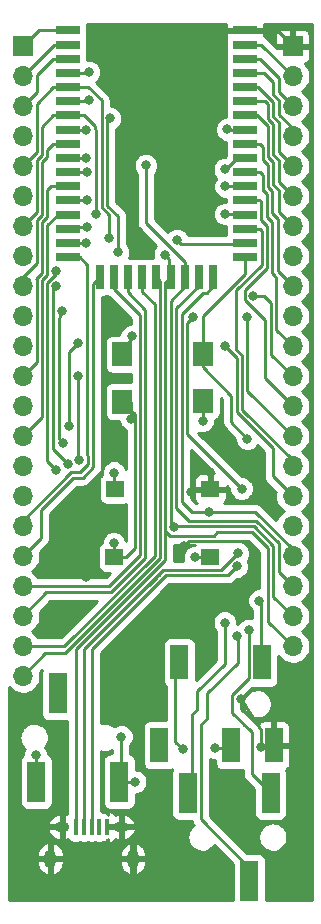
<source format=gbr>
%TF.GenerationSoftware,KiCad,Pcbnew,5.99.0-unknown-9c2a260~88~ubuntu18.04.1*%
%TF.CreationDate,2020-04-14T17:14:37+02:00*%
%TF.ProjectId,BM64_adapter,424d3634-5f61-4646-9170-7465722e6b69,rev?*%
%TF.SameCoordinates,Original*%
%TF.FileFunction,Copper,L1,Top*%
%TF.FilePolarity,Positive*%
%FSLAX46Y46*%
G04 Gerber Fmt 4.6, Leading zero omitted, Abs format (unit mm)*
G04 Created by KiCad (PCBNEW 5.99.0-unknown-9c2a260~88~ubuntu18.04.1) date 2020-04-14 17:14:37*
%MOMM*%
%LPD*%
G01*
G04 APERTURE LIST*
%TA.AperFunction,ComponentPad*%
%ADD10O,1.000000X1.550000*%
%TD*%
%TA.AperFunction,ComponentPad*%
%ADD11O,1.250000X0.950000*%
%TD*%
%TA.AperFunction,SMDPad,CuDef*%
%ADD12R,0.400000X1.350000*%
%TD*%
%TA.AperFunction,SMDPad,CuDef*%
%ADD13R,2.000000X0.800000*%
%TD*%
%TA.AperFunction,SMDPad,CuDef*%
%ADD14R,0.800000X2.000000*%
%TD*%
%TA.AperFunction,SMDPad,CuDef*%
%ADD15R,1.500000X3.500000*%
%TD*%
%TA.AperFunction,SMDPad,CuDef*%
%ADD16R,1.500000X3.000000*%
%TD*%
%TA.AperFunction,SMDPad,CuDef*%
%ADD17R,1.500000X1.400000*%
%TD*%
%TA.AperFunction,ComponentPad*%
%ADD18R,1.700000X1.700000*%
%TD*%
%TA.AperFunction,ComponentPad*%
%ADD19O,1.700000X1.700000*%
%TD*%
%TA.AperFunction,SMDPad,CuDef*%
%ADD20R,1.700000X2.000000*%
%TD*%
%TA.AperFunction,ViaPad*%
%ADD21C,0.800000*%
%TD*%
%TA.AperFunction,Conductor*%
%ADD22C,0.250000*%
%TD*%
%TA.AperFunction,Conductor*%
%ADD23C,0.254000*%
%TD*%
G04 APERTURE END LIST*
D10*
%TO.P,J3,6,Shield*%
%TO.N,/GND*%
X171901100Y-134843060D03*
X164901100Y-134843060D03*
D11*
X170901100Y-132143060D03*
X165901100Y-132143060D03*
D12*
%TO.P,J3,5,GND*%
X169701100Y-132143060D03*
%TO.P,J3,4,ID*%
%TO.N,N/C*%
X169051100Y-132143060D03*
%TO.P,J3,3,D+*%
%TO.N,Net-(J2-Pad10)*%
X168401100Y-132143060D03*
%TO.P,J3,2,D-*%
%TO.N,Net-(J2-Pad11)*%
X167751100Y-132143060D03*
%TO.P,J3,1,VBUS*%
%TO.N,Net-(C10-Pad1)*%
X167101100Y-132143060D03*
%TD*%
D13*
%TO.P,U1,43,GND*%
%TO.N,/GND*%
X181385240Y-64692920D03*
%TO.P,U1,42,P2_7*%
%TO.N,Net-(J2-Pad2)*%
X181385240Y-65892920D03*
%TO.P,U1,41,P2_0*%
%TO.N,Net-(J2-Pad3)*%
X181385240Y-67092920D03*
%TO.P,U1,40,P0_2*%
%TO.N,Net-(J2-Pad4)*%
X181385240Y-68292920D03*
%TO.P,U1,39,P3_6*%
%TO.N,Net-(J2-Pad5)*%
X181385240Y-69492920D03*
%TO.P,U1,38,P3_3*%
%TO.N,Net-(J2-Pad6)*%
X181385240Y-70692920D03*
%TO.P,U1,37,P3_1*%
%TO.N,Net-(J2-Pad7)*%
X181385240Y-71892920D03*
%TO.P,U1,36,P3_0*%
%TO.N,/P3_0*%
X181385240Y-73092920D03*
%TO.P,U1,35,P0_5*%
%TO.N,Net-(J2-Pad9)*%
X181385240Y-74292920D03*
%TO.P,U1,34,DP*%
%TO.N,Net-(J2-Pad10)*%
X181385240Y-75492920D03*
%TO.P,U1,33,DM*%
%TO.N,Net-(J2-Pad11)*%
X181385240Y-76692920D03*
%TO.P,U1,32,EAN*%
%TO.N,Net-(J2-Pad12)*%
X181385240Y-77892920D03*
%TO.P,U1,31,P0_0*%
%TO.N,Net-(J2-Pad13)*%
X181385240Y-79092920D03*
%TO.P,U1,30,P3_5*%
%TO.N,Net-(J2-Pad14)*%
X181385240Y-80292920D03*
%TO.P,U1,29,P3_7*%
%TO.N,Net-(J2-Pad15)*%
X181385240Y-81492920D03*
%TO.P,U1,28,LED1*%
%TO.N,Net-(D2-Pad1)*%
X181385240Y-82692920D03*
%TO.P,U1,27,LED2*%
%TO.N,Net-(D1-Pad1)*%
X181385240Y-83892920D03*
D14*
%TO.P,U1,26,PWR(MFB)*%
%TO.N,Net-(J2-Pad18)*%
X178685240Y-85592920D03*
%TO.P,U1,25,AMB_DET*%
%TO.N,Net-(J2-Pad19)*%
X177485240Y-85592920D03*
%TO.P,U1,24,SYS_PWR*%
%TO.N,Net-(C12-Pad1)*%
X176285240Y-85592920D03*
%TO.P,U1,23,ADAP_IN*%
%TO.N,Net-(C10-Pad1)*%
X175085240Y-85592920D03*
%TO.P,U1,22,BAT_IN*%
%TO.N,Net-(J1-Pad22)*%
X173885240Y-85592920D03*
%TO.P,U1,21,VDD_IO*%
%TO.N,Net-(J1-Pad21)*%
X172685240Y-85592920D03*
%TO.P,U1,20,HCI_TXD*%
%TO.N,Net-(J1-Pad20)*%
X171485240Y-85592920D03*
%TO.P,U1,19,HCI_RXD*%
%TO.N,Net-(J1-Pad19)*%
X170285240Y-85592920D03*
D13*
%TO.P,U1,1,DR0*%
%TO.N,Net-(J1-Pad1)*%
X166385240Y-64692920D03*
%TO.P,U1,2,RFS0*%
%TO.N,Net-(J1-Pad2)*%
X166385240Y-65892920D03*
%TO.P,U1,3,SCLK0*%
%TO.N,Net-(J1-Pad3)*%
X166385240Y-67092920D03*
%TO.P,U1,4,DT0*%
%TO.N,Net-(J1-Pad4)*%
X166385240Y-68292920D03*
%TO.P,U1,5,AOHPR*%
%TO.N,Net-(J1-Pad5)*%
X166385240Y-69492920D03*
%TO.P,U1,6,AOHPM*%
%TO.N,Net-(J1-Pad6)*%
X166385240Y-70692920D03*
%TO.P,U1,7,AOHPL*%
%TO.N,Net-(J1-Pad7)*%
X166385240Y-71892920D03*
%TO.P,U1,8,MICN1*%
%TO.N,Net-(C3-Pad2)*%
X166385240Y-73092920D03*
%TO.P,U1,9,MICP1*%
%TO.N,Net-(C5-Pad2)*%
X166385240Y-74292920D03*
%TO.P,U1,10,MICBIAS*%
%TO.N,Net-(C4-Pad1)*%
X166385240Y-75492920D03*
%TO.P,U1,11,AIR*%
%TO.N,Net-(C7-Pad2)*%
X166385240Y-76692920D03*
%TO.P,U1,12,AIL*%
%TO.N,Net-(C8-Pad2)*%
X166385240Y-77892920D03*
%TO.P,U1,13,RST_N*%
%TO.N,Net-(J1-Pad13)*%
X166385240Y-79092920D03*
%TO.P,U1,14,GND*%
%TO.N,Net-(J1-Pad14)*%
X166385240Y-80292920D03*
%TO.P,U1,15,P1_2*%
%TO.N,Net-(J1-Pad15)*%
X166385240Y-81492920D03*
%TO.P,U1,16,P1_3*%
%TO.N,Net-(J1-Pad16)*%
X166385240Y-82692920D03*
%TO.P,U1,17,P0_4*%
%TO.N,Net-(J1-Pad17)*%
X166385240Y-83892920D03*
D14*
%TO.P,U1,18,P1_5*%
%TO.N,Net-(J1-Pad18)*%
X169085240Y-85592920D03*
%TD*%
D15*
%TO.P,U4,2*%
%TO.N,Net-(J1-Pad7)*%
X176543600Y-129244400D03*
%TO.P,U4,3*%
%TO.N,Net-(J1-Pad5)*%
X181743600Y-136744400D03*
%TO.P,U4,1*%
%TO.N,Net-(J1-Pad6)*%
X183543600Y-129244400D03*
%TD*%
D16*
%TO.P,U3,3*%
%TO.N,/P3_0*%
X182820000Y-118216800D03*
%TO.P,U3,2*%
%TO.N,Net-(R4-Pad2)*%
X175820000Y-118216800D03*
%TO.P,U3,6*%
%TO.N,N/C*%
X174120000Y-125216800D03*
%TO.P,U3,5*%
%TO.N,Net-(R3-Pad1)*%
X180220000Y-125216800D03*
%TO.P,U3,4*%
%TO.N,/GND*%
X183820000Y-125216800D03*
%TD*%
D15*
%TO.P,U2,2*%
%TO.N,Net-(C1-Pad2)*%
X170725200Y-128311600D03*
%TO.P,U2,3*%
%TO.N,N/C*%
X165525200Y-120811600D03*
%TO.P,U2,1*%
%TO.N,Net-(C1-Pad1)*%
X163725200Y-128311600D03*
%TD*%
D17*
%TO.P,SW2,1,1*%
%TO.N,Net-(C12-Pad1)*%
X170327320Y-109308120D03*
%TO.P,SW2,2,2*%
%TO.N,Net-(J2-Pad18)*%
X178380920Y-109316520D03*
%TD*%
%TO.P,SW1,1,1*%
%TO.N,Net-(J1-Pad13)*%
X170393360Y-103527080D03*
%TO.P,SW1,2,2*%
%TO.N,/GND*%
X178446960Y-103535480D03*
%TD*%
D18*
%TO.P,J2,1,Pin_1*%
%TO.N,/GND*%
X185420000Y-66040000D03*
D19*
%TO.P,J2,2,Pin_2*%
%TO.N,Net-(J2-Pad2)*%
X185420000Y-68580000D03*
%TO.P,J2,3,Pin_3*%
%TO.N,Net-(J2-Pad3)*%
X185420000Y-71120000D03*
%TO.P,J2,4,Pin_4*%
%TO.N,Net-(J2-Pad4)*%
X185420000Y-73660000D03*
%TO.P,J2,5,Pin_5*%
%TO.N,Net-(J2-Pad5)*%
X185420000Y-76200000D03*
%TO.P,J2,6,Pin_6*%
%TO.N,Net-(J2-Pad6)*%
X185420000Y-78740000D03*
%TO.P,J2,7,Pin_7*%
%TO.N,Net-(J2-Pad7)*%
X185420000Y-81280000D03*
%TO.P,J2,8,Pin_8*%
%TO.N,/P3_0*%
X185420000Y-83820000D03*
%TO.P,J2,9,Pin_9*%
%TO.N,Net-(J2-Pad9)*%
X185420000Y-86360000D03*
%TO.P,J2,10,Pin_10*%
%TO.N,Net-(J2-Pad10)*%
X185420000Y-88900000D03*
%TO.P,J2,11,Pin_11*%
%TO.N,Net-(J2-Pad11)*%
X185420000Y-91440000D03*
%TO.P,J2,12,Pin_12*%
%TO.N,Net-(J2-Pad12)*%
X185420000Y-93980000D03*
%TO.P,J2,13,Pin_13*%
%TO.N,Net-(J2-Pad13)*%
X185420000Y-96520000D03*
%TO.P,J2,14,Pin_14*%
%TO.N,Net-(J2-Pad14)*%
X185420000Y-99060000D03*
%TO.P,J2,15,Pin_15*%
%TO.N,Net-(J2-Pad15)*%
X185420000Y-101600000D03*
%TO.P,J2,16,Pin_16*%
%TO.N,Net-(D2-Pad1)*%
X185420000Y-104140000D03*
%TO.P,J2,17,Pin_17*%
%TO.N,Net-(D1-Pad1)*%
X185420000Y-106680000D03*
%TO.P,J2,18,Pin_18*%
%TO.N,Net-(J2-Pad18)*%
X185420000Y-109220000D03*
%TO.P,J2,19,Pin_19*%
%TO.N,Net-(J2-Pad19)*%
X185420000Y-111760000D03*
%TO.P,J2,20,Pin_20*%
%TO.N,Net-(C12-Pad1)*%
X185420000Y-114300000D03*
%TO.P,J2,21,Pin_21*%
%TO.N,Net-(C10-Pad1)*%
X185420000Y-116840000D03*
%TD*%
D18*
%TO.P,J1,1,Pin_1*%
%TO.N,Net-(J1-Pad1)*%
X162560000Y-66040000D03*
D19*
%TO.P,J1,2,Pin_2*%
%TO.N,Net-(J1-Pad2)*%
X162560000Y-68580000D03*
%TO.P,J1,3,Pin_3*%
%TO.N,Net-(J1-Pad3)*%
X162560000Y-71120000D03*
%TO.P,J1,4,Pin_4*%
%TO.N,Net-(J1-Pad4)*%
X162560000Y-73660000D03*
%TO.P,J1,5,Pin_5*%
%TO.N,Net-(J1-Pad5)*%
X162560000Y-76200000D03*
%TO.P,J1,6,Pin_6*%
%TO.N,Net-(J1-Pad6)*%
X162560000Y-78740000D03*
%TO.P,J1,7,Pin_7*%
%TO.N,Net-(J1-Pad7)*%
X162560000Y-81280000D03*
%TO.P,J1,8,Pin_8*%
%TO.N,Net-(C3-Pad2)*%
X162560000Y-83820000D03*
%TO.P,J1,9,Pin_9*%
%TO.N,Net-(C5-Pad2)*%
X162560000Y-86360000D03*
%TO.P,J1,10,Pin_10*%
%TO.N,Net-(C4-Pad1)*%
X162560000Y-88900000D03*
%TO.P,J1,11,Pin_11*%
%TO.N,Net-(C7-Pad2)*%
X162560000Y-91440000D03*
%TO.P,J1,12,Pin_12*%
%TO.N,Net-(C8-Pad2)*%
X162560000Y-93980000D03*
%TO.P,J1,13,Pin_13*%
%TO.N,Net-(J1-Pad13)*%
X162560000Y-96520000D03*
%TO.P,J1,14,Pin_14*%
%TO.N,Net-(J1-Pad14)*%
X162560000Y-99060000D03*
%TO.P,J1,15,Pin_15*%
%TO.N,Net-(J1-Pad15)*%
X162560000Y-101600000D03*
%TO.P,J1,16,Pin_16*%
%TO.N,Net-(J1-Pad16)*%
X162560000Y-104140000D03*
%TO.P,J1,17,Pin_17*%
%TO.N,Net-(J1-Pad17)*%
X162560000Y-106680000D03*
%TO.P,J1,18,Pin_18*%
%TO.N,Net-(J1-Pad18)*%
X162560000Y-109220000D03*
%TO.P,J1,19,Pin_19*%
%TO.N,Net-(J1-Pad19)*%
X162560000Y-111760000D03*
%TO.P,J1,20,Pin_20*%
%TO.N,Net-(J1-Pad20)*%
X162560000Y-114300000D03*
%TO.P,J1,21,Pin_21*%
%TO.N,Net-(J1-Pad21)*%
X162560000Y-116840000D03*
%TO.P,J1,22,Pin_22*%
%TO.N,Net-(J1-Pad22)*%
X162560000Y-119380000D03*
%TD*%
D20*
%TO.P,D2,1,K*%
%TO.N,Net-(D2-Pad1)*%
X170992800Y-92132400D03*
%TO.P,D2,2,A*%
%TO.N,Net-(C12-Pad1)*%
X170992800Y-96132400D03*
%TD*%
%TO.P,D1,1,K*%
%TO.N,Net-(D1-Pad1)*%
X177835560Y-92067880D03*
%TO.P,D1,2,A*%
%TO.N,Net-(C12-Pad1)*%
X177835560Y-96067880D03*
%TD*%
D21*
%TO.N,/GND*%
X184287160Y-136829800D03*
X178028600Y-135808720D03*
%TO.N,Net-(C7-Pad2)*%
X166461440Y-98206560D03*
%TO.N,/GND*%
X168005760Y-113421160D03*
X167888920Y-110937040D03*
X172222160Y-115839240D03*
X174162720Y-115869720D03*
X181930040Y-101615240D03*
X178912520Y-99105720D03*
X178343560Y-64830960D03*
X170815000Y-67442080D03*
X174401480Y-64724280D03*
X168965880Y-64851280D03*
X177764440Y-67467480D03*
X174879000Y-67487800D03*
X171480480Y-77581760D03*
X171668440Y-71892160D03*
X176977040Y-79689960D03*
X176738280Y-71958200D03*
%TO.N,Net-(D2-Pad1)*%
X175630840Y-82453480D03*
%TO.N,Net-(C10-Pad1)*%
X174594520Y-83682840D03*
%TO.N,/P3_0*%
X176977040Y-89006680D03*
%TO.N,Net-(J2-Pad14)*%
X181559200Y-89006680D03*
%TO.N,Net-(J2-Pad12)*%
X182077360Y-87208360D03*
%TO.N,Net-(J1-Pad6)*%
X181731920Y-115458240D03*
%TO.N,Net-(J1-Pad5)*%
X180746400Y-116011960D03*
%TO.N,Net-(J1-Pad7)*%
X179674520Y-114833400D03*
%TO.N,/GND*%
X176240440Y-108386880D03*
X176804320Y-103748840D03*
%TO.N,/P3_0*%
X182605680Y-112974120D03*
%TO.N,Net-(C12-Pad1)*%
X175402240Y-106751120D03*
%TO.N,/GND*%
X181025800Y-121285000D03*
X182702200Y-125374400D03*
%TO.N,Net-(R3-Pad1)*%
X178816000Y-125450600D03*
%TO.N,Net-(R4-Pad2)*%
X176149000Y-125577600D03*
%TO.N,Net-(C1-Pad2)*%
X172085000Y-128320800D03*
X170922747Y-124491547D03*
%TO.N,Net-(C1-Pad1)*%
X163652200Y-126034800D03*
%TO.N,Net-(J2-Pad10)*%
X180700253Y-110088253D03*
%TO.N,Net-(J2-Pad11)*%
X180797200Y-108966000D03*
%TO.N,Net-(C4-Pad1)*%
X165928040Y-88435180D03*
X165966140Y-99598480D03*
%TO.N,Net-(C7-Pad2)*%
X167261540Y-91137740D03*
%TO.N,Net-(C8-Pad2)*%
X167243760Y-93982540D03*
%TO.N,Net-(C3-Pad2)*%
X165360021Y-101894640D03*
%TO.N,Net-(C5-Pad2)*%
X166387780Y-101381560D03*
%TO.N,Net-(C8-Pad2)*%
X167370760Y-101079300D03*
%TO.N,Net-(C5-Pad2)*%
X165402260Y-86380320D03*
%TO.N,Net-(C3-Pad2)*%
X165360610Y-85074760D03*
%TO.N,Net-(D2-Pad1)*%
X171780200Y-90606880D03*
%TO.N,Net-(C12-Pad1)*%
X171759880Y-97607120D03*
%TO.N,Net-(J1-Pad4)*%
X168173400Y-68224400D03*
%TO.N,Net-(J1-Pad6)*%
X168148000Y-70586600D03*
%TO.N,Net-(C3-Pad2)*%
X167944800Y-73126600D03*
%TO.N,Net-(C4-Pad1)*%
X167894000Y-75463400D03*
%TO.N,Net-(C7-Pad2)*%
X167995600Y-76657200D03*
%TO.N,Net-(J1-Pad13)*%
X167970200Y-79019400D03*
%TO.N,Net-(J1-Pad15)*%
X167995600Y-81381600D03*
%TO.N,Net-(J1-Pad16)*%
X167944800Y-82677000D03*
%TO.N,/P3_0*%
X179857400Y-73075800D03*
%TO.N,Net-(J2-Pad12)*%
X179730400Y-77901800D03*
%TO.N,Net-(J2-Pad14)*%
X179705000Y-80238600D03*
%TO.N,/GND*%
X178384200Y-102108000D03*
%TO.N,Net-(C12-Pad1)*%
X170281600Y-108127800D03*
%TO.N,Net-(J1-Pad13)*%
X170294300Y-102133400D03*
%TO.N,Net-(C12-Pad1)*%
X172994320Y-76118720D03*
X177789840Y-97769680D03*
%TO.N,Net-(D2-Pad1)*%
X179730400Y-91450160D03*
%TO.N,Net-(D1-Pad1)*%
X181564280Y-99278440D03*
%TO.N,Net-(J2-Pad18)*%
X178368359Y-105491881D03*
X177144680Y-109291120D03*
%TO.N,Net-(J1-Pad6)*%
X169961560Y-72146160D03*
X170642280Y-83494880D03*
%TO.N,Net-(J1-Pad5)*%
X169895520Y-82301080D03*
%TO.N,Net-(J1-Pad7)*%
X168772840Y-80274160D03*
%TO.N,Net-(J2-Pad10)*%
X179671980Y-76443840D03*
%TO.N,/P3_0*%
X181104035Y-103498869D03*
%TD*%
D22*
%TO.N,Net-(J1-Pad17)*%
X166671159Y-102106561D02*
X167416501Y-102106561D01*
X167416501Y-102106561D02*
X168095761Y-101427301D01*
X168036240Y-100671778D02*
X168036240Y-84536280D01*
X168095761Y-100731299D02*
X168036240Y-100671778D01*
X168095761Y-101427301D02*
X168095761Y-100731299D01*
X162560000Y-106217720D02*
X166671159Y-102106561D01*
X162560000Y-106680000D02*
X162560000Y-106217720D01*
X168036240Y-84536280D02*
X167392880Y-83892920D01*
X167392880Y-83892920D02*
X166385240Y-83892920D01*
%TO.N,Net-(J1-Pad18)*%
X162560000Y-109220000D02*
X163174680Y-108605320D01*
X168545771Y-101654349D02*
X167643549Y-102556571D01*
X167643549Y-102556571D02*
X166857559Y-102556571D01*
X166857559Y-102556571D02*
X164124640Y-105289490D01*
X168545771Y-101654349D02*
X168545771Y-100544899D01*
X164124640Y-105289490D02*
X164124640Y-107655360D01*
X164124640Y-107655360D02*
X163174680Y-108605320D01*
X168486250Y-86191910D02*
X169085240Y-85592920D01*
X168545771Y-100544899D02*
X168486250Y-100485378D01*
X168486250Y-100485378D02*
X168486250Y-86191910D01*
%TO.N,Net-(C8-Pad2)*%
X167213280Y-94013020D02*
X167213280Y-100921820D01*
X167243760Y-93982540D02*
X167213280Y-94013020D01*
X167213280Y-100921820D02*
X167370760Y-101079300D01*
%TO.N,Net-(C7-Pad2)*%
X166461440Y-98206560D02*
X166461440Y-91937840D01*
X166461440Y-91937840D02*
X167261540Y-91137740D01*
%TO.N,Net-(J1-Pad20)*%
X171485240Y-86875300D02*
X172955210Y-88345270D01*
X170013770Y-112283240D02*
X164576760Y-112283240D01*
X164576760Y-112283240D02*
X162560000Y-114300000D01*
X171485240Y-85592920D02*
X171485240Y-86875300D01*
X172955210Y-88345270D02*
X172955210Y-109341800D01*
X172955210Y-109341800D02*
X170013770Y-112283240D01*
%TO.N,/GND*%
X174132240Y-115839240D02*
X174162720Y-115869720D01*
X172222160Y-115839240D02*
X174132240Y-115839240D01*
%TO.N,Net-(C12-Pad1)*%
X172055191Y-97194791D02*
X172055191Y-108564009D01*
X172055191Y-108564009D02*
X171311080Y-109308120D01*
X170992800Y-96132400D02*
X172055191Y-97194791D01*
X171311080Y-109308120D02*
X170327320Y-109308120D01*
%TO.N,/GND*%
X181422040Y-101615240D02*
X181930040Y-101615240D01*
X178912520Y-99105720D02*
X181422040Y-101615240D01*
%TO.N,Net-(D2-Pad1)*%
X175945800Y-82768440D02*
X181309720Y-82768440D01*
X175630840Y-82453480D02*
X175945800Y-82768440D01*
X181309720Y-82768440D02*
X181385240Y-82692920D01*
%TO.N,/GND*%
X174401480Y-64724280D02*
X169092880Y-64724280D01*
X178481600Y-64692920D02*
X178343560Y-64830960D01*
X181385240Y-64692920D02*
X178481600Y-64692920D01*
X170815000Y-67442080D02*
X174833280Y-67442080D01*
X174833280Y-67442080D02*
X174879000Y-67487800D01*
X169092880Y-64724280D02*
X168965880Y-64851280D01*
X171668440Y-77393800D02*
X171480480Y-77581760D01*
X171668440Y-71892160D02*
X171668440Y-77393800D01*
X176738280Y-79451200D02*
X176977040Y-79689960D01*
X176738280Y-71958200D02*
X176738280Y-79451200D01*
%TO.N,Net-(J2-Pad7)*%
X183794990Y-77751400D02*
X184244999Y-78201409D01*
X183794989Y-75847809D02*
X183794990Y-77751400D01*
X183344980Y-72833810D02*
X183344980Y-75397800D01*
X184244999Y-78201409D02*
X184244999Y-80104999D01*
X183344980Y-75397800D02*
X183794989Y-75847809D01*
X181385240Y-71892920D02*
X182404090Y-71892920D01*
X182404090Y-71892920D02*
X183344980Y-72833810D01*
X184244999Y-80104999D02*
X185420000Y-81280000D01*
%TO.N,Net-(J2-Pad6)*%
X183794990Y-75211400D02*
X184244999Y-75661409D01*
X183794990Y-72647410D02*
X183794990Y-75211400D01*
X183344981Y-72197401D02*
X183794990Y-72647410D01*
X181385240Y-70692920D02*
X183083690Y-70692920D01*
X183344980Y-70954210D02*
X183344981Y-72197401D01*
X183083690Y-70692920D02*
X183344980Y-70954210D01*
X184244999Y-75661409D02*
X184244999Y-77564999D01*
X184244999Y-77564999D02*
X185420000Y-78740000D01*
%TO.N,Net-(J2-Pad5)*%
X182520100Y-69492920D02*
X183794989Y-70767809D01*
X181385240Y-69492920D02*
X182520100Y-69492920D01*
X183794989Y-70767809D02*
X183794990Y-72011000D01*
X184244999Y-75024999D02*
X185420000Y-76200000D01*
X183794990Y-72011000D02*
X184244999Y-72461009D01*
X184244999Y-72461009D02*
X184244999Y-75024999D01*
%TO.N,Net-(J2-Pad4)*%
X183794989Y-69088589D02*
X182999320Y-68292920D01*
X183794989Y-70131399D02*
X183794989Y-69088589D01*
X184244999Y-70581409D02*
X183794989Y-70131399D01*
X184244999Y-71824599D02*
X184244999Y-70581409D01*
X185420000Y-73660000D02*
X185420000Y-72999600D01*
X185420000Y-72999600D02*
X184244999Y-71824599D01*
X182999320Y-68292920D02*
X181385240Y-68292920D01*
%TO.N,Net-(C12-Pad1)*%
X172994320Y-81010760D02*
X176285240Y-84301680D01*
X172994320Y-76118720D02*
X172994320Y-81010760D01*
X176285240Y-84301680D02*
X176285240Y-85592920D01*
%TO.N,Net-(C10-Pad1)*%
X174990760Y-84079080D02*
X174990760Y-85498440D01*
X174594520Y-83682840D02*
X174990760Y-84079080D01*
X174990760Y-85498440D02*
X175085240Y-85592920D01*
%TO.N,/P3_0*%
X176483061Y-89500659D02*
X176483061Y-98877895D01*
X176977040Y-89006680D02*
X176483061Y-89500659D01*
X176483061Y-98877895D02*
X181104035Y-103498869D01*
%TO.N,Net-(J2-Pad18)*%
X178145241Y-86917921D02*
X178685240Y-86377922D01*
X177826279Y-86917921D02*
X178145241Y-86917921D01*
X176033051Y-104613331D02*
X176033051Y-88711149D01*
X176911601Y-105491881D02*
X176033051Y-104613331D01*
X176033051Y-88711149D02*
X177826279Y-86917921D01*
X178368359Y-105491881D02*
X176911601Y-105491881D01*
X178685240Y-86377922D02*
X178685240Y-85592920D01*
%TO.N,Net-(J2-Pad19)*%
X182345762Y-106216882D02*
X184244999Y-108116119D01*
X177485240Y-85592920D02*
X177485240Y-86309000D01*
X177485240Y-86309000D02*
X175583041Y-88211199D01*
X176651082Y-106216882D02*
X182345762Y-106216882D01*
X175583041Y-105148841D02*
X176651082Y-106216882D01*
X175583041Y-88211199D02*
X175583041Y-105148841D01*
X184244999Y-108116119D02*
X184244999Y-110584999D01*
X184244999Y-110584999D02*
X185420000Y-111760000D01*
%TO.N,Net-(J2-Pad14)*%
X181575300Y-95215300D02*
X185420000Y-99060000D01*
X181575300Y-90414700D02*
X181575300Y-95215300D01*
X181559200Y-89006680D02*
X181575300Y-90414700D01*
%TO.N,Net-(J2-Pad13)*%
X183249980Y-84780980D02*
X181352359Y-86678601D01*
X182779376Y-80758596D02*
X183249980Y-81229200D01*
X183249980Y-81229200D02*
X183249980Y-84780980D01*
X182779375Y-79237055D02*
X182779376Y-80758596D01*
X182635240Y-79092920D02*
X182779375Y-79237055D01*
X181385240Y-79092920D02*
X182635240Y-79092920D01*
X181352359Y-86678601D02*
X181352359Y-87556361D01*
X181352359Y-87556361D02*
X183047640Y-89251642D01*
X183047640Y-89251642D02*
X183047640Y-94147640D01*
X183047640Y-94147640D02*
X185420000Y-96520000D01*
%TO.N,Net-(J2-Pad12)*%
X183012080Y-87208360D02*
X183598390Y-87794670D01*
X182077360Y-87208360D02*
X183012080Y-87208360D01*
X183598390Y-87794670D02*
X183598390Y-92158390D01*
X183598390Y-92158390D02*
X185420000Y-93980000D01*
%TO.N,Net-(J1-Pad6)*%
X181731920Y-119505878D02*
X180300799Y-120936999D01*
X181731920Y-115458240D02*
X181731920Y-119505878D01*
X180300799Y-122462597D02*
X181890601Y-124052399D01*
X180300799Y-120936999D02*
X180300799Y-122462597D01*
%TO.N,Net-(J1-Pad5)*%
X180790799Y-118243401D02*
X180790799Y-116056359D01*
X180790799Y-116056359D02*
X180746400Y-116011960D01*
X177618601Y-123523799D02*
X177618601Y-131500399D01*
X178206400Y-122936000D02*
X177618601Y-123523799D01*
X178206400Y-120827800D02*
X178206400Y-122936000D01*
X180790799Y-118243401D02*
X178206400Y-120827800D01*
X181743600Y-135625398D02*
X181743600Y-136744400D01*
X177618601Y-131500399D02*
X181743600Y-135625398D01*
%TO.N,Net-(J1-Pad7)*%
X177345001Y-122160801D02*
X176874001Y-122631801D01*
X177345001Y-120647799D02*
X177345001Y-122160801D01*
X176874001Y-122631801D02*
X176874001Y-128913999D01*
X179679600Y-118313200D02*
X177345001Y-120647799D01*
X179674520Y-114833400D02*
X179679600Y-118313200D01*
X176874001Y-128913999D02*
X176543600Y-129244400D01*
%TO.N,Net-(J2-Pad10)*%
X179950096Y-110838410D02*
X174667750Y-110838410D01*
X180700253Y-110088253D02*
X179950096Y-110838410D01*
X174667750Y-110838410D02*
X168401100Y-117105060D01*
X168401100Y-117105060D02*
X168401100Y-120039500D01*
%TO.N,Net-(J2-Pad11)*%
X179374800Y-110388400D02*
X174454250Y-110388400D01*
X174454250Y-110388400D02*
X167751100Y-117091550D01*
X179374800Y-110388400D02*
X174467520Y-110388400D01*
X180797200Y-108966000D02*
X179374800Y-110388400D01*
X174467520Y-110388400D02*
X174061120Y-110794800D01*
X173899500Y-110943150D02*
X167751100Y-117091550D01*
X167751100Y-117091550D02*
X167751100Y-132143060D01*
%TO.N,Net-(C10-Pad1)*%
X174637268Y-109568972D02*
X167101100Y-117105140D01*
X174637270Y-104787270D02*
X174637268Y-109568972D01*
X167101100Y-117105140D02*
X167101100Y-132143060D01*
%TO.N,Net-(J1-Pad22)*%
X174187260Y-85894940D02*
X174187259Y-109382571D01*
X173885240Y-85592920D02*
X174187260Y-85894940D01*
X174187259Y-109382571D02*
X166120230Y-117449600D01*
X166120230Y-117449600D02*
X164490400Y-117449600D01*
X164490400Y-117449600D02*
X162560000Y-119380000D01*
%TO.N,Net-(J1-Pad21)*%
X166093420Y-116840000D02*
X173737250Y-109196170D01*
X172685240Y-86851960D02*
X172685240Y-85592920D01*
X162560000Y-116840000D02*
X166093420Y-116840000D01*
X173737250Y-109196170D02*
X173737250Y-87903970D01*
X173737250Y-87903970D02*
X172685240Y-86851960D01*
%TO.N,Net-(J1-Pad19)*%
X170285240Y-86561760D02*
X172505201Y-88781721D01*
X170285240Y-85592920D02*
X170285240Y-86561760D01*
X172505201Y-109155399D02*
X169900600Y-111760000D01*
X172505201Y-88781721D02*
X172505201Y-109155399D01*
X169900600Y-111760000D02*
X162560000Y-111760000D01*
%TO.N,/GND*%
X178446960Y-103535480D02*
X177017680Y-103535480D01*
X176662080Y-107965240D02*
X181295040Y-107965240D01*
X176240440Y-108386880D02*
X176662080Y-107965240D01*
X177017680Y-103535480D02*
X176804320Y-103748840D01*
%TO.N,Net-(C12-Pad1)*%
X175486468Y-106666892D02*
X182135372Y-106666892D01*
X183794989Y-108326509D02*
X183794989Y-112674989D01*
X175402240Y-106751120D02*
X175486468Y-106666892D01*
X182135372Y-106666892D02*
X183794989Y-108326509D01*
X183794989Y-112674989D02*
X185420000Y-114300000D01*
%TO.N,Net-(C10-Pad1)*%
X179033302Y-107172760D02*
X181991000Y-107172760D01*
X175054239Y-107476121D02*
X178729941Y-107476121D01*
X178729941Y-107476121D02*
X179033302Y-107172760D01*
X183337200Y-108518960D02*
X183337200Y-114757200D01*
X181991000Y-107172760D02*
X183337200Y-108518960D01*
X174637270Y-104787270D02*
X174637270Y-107059152D01*
X174637270Y-107059152D02*
X175054239Y-107476121D01*
X183337200Y-114757200D02*
X185420000Y-116840000D01*
%TO.N,Net-(J2-Pad18)*%
X185420000Y-108640880D02*
X182271001Y-105491881D01*
X185420000Y-109220000D02*
X185420000Y-108640880D01*
X182271001Y-105491881D02*
X178368359Y-105491881D01*
%TO.N,/P3_0*%
X182727600Y-113182400D02*
X182727600Y-118226000D01*
X182605680Y-112974120D02*
X182727600Y-113182400D01*
X182727600Y-118226000D02*
X182473600Y-118480000D01*
%TO.N,Net-(C12-Pad1)*%
X175087280Y-106436160D02*
X175087280Y-87575882D01*
X175402240Y-106751120D02*
X175087280Y-106436160D01*
X175087280Y-87575882D02*
X176285240Y-86377922D01*
X176285240Y-86377922D02*
X176285240Y-85592920D01*
%TO.N,Net-(J1-Pad6)*%
X181890601Y-124052399D02*
X181230001Y-123391799D01*
X181977199Y-124138997D02*
X181890601Y-124052399D01*
%TO.N,/GND*%
X182753000Y-123901200D02*
X182753000Y-125323600D01*
X181025800Y-121285000D02*
X182753000Y-123901200D01*
X182753000Y-125323600D02*
X182702200Y-125374400D01*
%TO.N,Net-(J1-Pad6)*%
X183543600Y-129244400D02*
X181977199Y-127677999D01*
X181977199Y-127677999D02*
X181977199Y-124138997D01*
%TO.N,/GND*%
X182702200Y-125374400D02*
X183586200Y-125450600D01*
X183586200Y-125450600D02*
X183820000Y-125216800D01*
%TO.N,Net-(R3-Pad1)*%
X179986200Y-125450600D02*
X180220000Y-125216800D01*
X178816000Y-125450600D02*
X179986200Y-125450600D01*
%TO.N,Net-(R4-Pad2)*%
X175494999Y-124923599D02*
X176149000Y-125577600D01*
X175820000Y-118216800D02*
X175494999Y-118541801D01*
X175494999Y-118541801D02*
X175494999Y-124923599D01*
%TO.N,/GND*%
X183154400Y-125882400D02*
X183820000Y-125216800D01*
%TO.N,Net-(C1-Pad2)*%
X170725200Y-128311600D02*
X172075800Y-128311600D01*
X172075800Y-128311600D02*
X172085000Y-128320800D01*
X170922747Y-128114053D02*
X170725200Y-128311600D01*
X170922747Y-124491547D02*
X170922747Y-128114053D01*
%TO.N,Net-(C1-Pad1)*%
X163652200Y-126034800D02*
X163652200Y-128238600D01*
X163652200Y-128238600D02*
X163725200Y-128311600D01*
%TO.N,Net-(J2-Pad10)*%
X168401100Y-119851230D02*
X168401100Y-120039500D01*
X168401100Y-120039500D02*
X168401100Y-132143060D01*
%TO.N,Net-(J2-Pad11)*%
X167751100Y-132143060D02*
X167751100Y-121605700D01*
%TO.N,Net-(C10-Pad1)*%
X174637270Y-104787270D02*
X174637270Y-86040890D01*
X174637270Y-86040890D02*
X175085240Y-85592920D01*
%TO.N,Net-(C4-Pad1)*%
X165928040Y-88435180D02*
X165658800Y-89156540D01*
X165658800Y-89156540D02*
X165658800Y-99291140D01*
X165658800Y-99291140D02*
X165966140Y-99598480D01*
%TO.N,Net-(C5-Pad2)*%
X165155880Y-100149660D02*
X165155880Y-86626700D01*
X166387780Y-101381560D02*
X165155880Y-100149660D01*
X165155880Y-86626700D02*
X165402260Y-86380320D01*
%TO.N,Net-(C3-Pad2)*%
X164635021Y-92836321D02*
X164635021Y-101169640D01*
X164635021Y-101169640D02*
X165360021Y-101894640D01*
X165360610Y-85322430D02*
X164635021Y-86048019D01*
X165360610Y-85074760D02*
X165360610Y-85322430D01*
X164635021Y-86048019D02*
X164635021Y-92836321D01*
%TO.N,Net-(J1-Pad14)*%
X165553680Y-80292920D02*
X164635610Y-81210990D01*
X164635610Y-81210990D02*
X164635609Y-85411021D01*
X166385240Y-80292920D02*
X165553680Y-80292920D01*
X164185011Y-97434989D02*
X162560000Y-99060000D01*
X164635609Y-85411021D02*
X164185011Y-85861619D01*
X164185011Y-85861619D02*
X164185011Y-97434989D01*
%TO.N,Net-(C8-Pad2)*%
X164185600Y-85224620D02*
X163690300Y-85719920D01*
X164635019Y-80477801D02*
X164185600Y-80927220D01*
X164635020Y-78214380D02*
X164635019Y-80477801D01*
X166385240Y-77892920D02*
X164956480Y-77892920D01*
X163735001Y-92804999D02*
X162560000Y-93980000D01*
X164185600Y-80927220D02*
X164185600Y-85224620D01*
X164956480Y-77892920D02*
X164635020Y-78214380D01*
X163690300Y-85719920D02*
X163686524Y-85747521D01*
X163686524Y-85747521D02*
X163735001Y-85795999D01*
X163735001Y-85795999D02*
X163735001Y-92804999D01*
%TO.N,Net-(D2-Pad1)*%
X171018200Y-92125800D02*
X171011600Y-92132400D01*
X171780200Y-90606880D02*
X171018200Y-92125800D01*
X171011600Y-92132400D02*
X170992800Y-92132400D01*
%TO.N,Net-(C12-Pad1)*%
X171759880Y-97607120D02*
X171759880Y-96132400D01*
X171759880Y-96132400D02*
X170992800Y-96132400D01*
%TO.N,Net-(J1-Pad1)*%
X163907080Y-64692920D02*
X166385240Y-64692920D01*
X162560000Y-66040000D02*
X163907080Y-64692920D01*
%TO.N,Net-(J1-Pad2)*%
X165247080Y-65892920D02*
X162560000Y-68580000D01*
X166385240Y-65892920D02*
X165247080Y-65892920D01*
%TO.N,Net-(J1-Pad3)*%
X163735001Y-68493159D02*
X165135240Y-67092920D01*
X165135240Y-67092920D02*
X166385240Y-67092920D01*
X163735001Y-69944999D02*
X163735001Y-68493159D01*
X162560000Y-71120000D02*
X163735001Y-69944999D01*
%TO.N,Net-(J1-Pad4)*%
X166385240Y-68292920D02*
X168104880Y-68292920D01*
X168104880Y-68292920D02*
X168173400Y-68224400D01*
%TO.N,Net-(J1-Pad5)*%
X163735001Y-75024999D02*
X162560000Y-76200000D01*
X165135240Y-69492920D02*
X163735001Y-70893159D01*
X163735001Y-70893159D02*
X163735001Y-75024999D01*
X166385240Y-69492920D02*
X165135240Y-69492920D01*
%TO.N,Net-(J1-Pad6)*%
X168041680Y-70692920D02*
X168148000Y-70586600D01*
X166385240Y-70692920D02*
X168041680Y-70692920D01*
%TO.N,Net-(C3-Pad2)*%
X166385240Y-73092920D02*
X167911120Y-73092920D01*
X167911120Y-73092920D02*
X167944800Y-73126600D01*
%TO.N,Net-(C4-Pad1)*%
X166385240Y-75492920D02*
X167864480Y-75492920D01*
X167864480Y-75492920D02*
X167894000Y-75463400D01*
%TO.N,Net-(C7-Pad2)*%
X166385240Y-76692920D02*
X167959880Y-76692920D01*
X167959880Y-76692920D02*
X167995600Y-76657200D01*
%TO.N,Net-(J1-Pad7)*%
X163735001Y-80104999D02*
X162560000Y-81280000D01*
X163735001Y-75661409D02*
X163735001Y-80104999D01*
X164185011Y-72843149D02*
X164185010Y-75211400D01*
X166385240Y-71892920D02*
X165135240Y-71892920D01*
X164185010Y-75211400D02*
X163735001Y-75661409D01*
X165135240Y-71892920D02*
X164185011Y-72843149D01*
%TO.N,Net-(J1-Pad13)*%
X166385240Y-79092920D02*
X167896680Y-79092920D01*
X167896680Y-79092920D02*
X167970200Y-79019400D01*
%TO.N,Net-(J1-Pad15)*%
X166496560Y-81381600D02*
X166385240Y-81492920D01*
X167995600Y-81381600D02*
X166496560Y-81381600D01*
%TO.N,Net-(C5-Pad2)*%
X163735001Y-84384001D02*
X162560000Y-85559002D01*
X163735001Y-80741409D02*
X163735001Y-84384001D01*
X165135240Y-74292920D02*
X164635020Y-74793140D01*
X166385240Y-74292920D02*
X165135240Y-74292920D01*
X162560000Y-85559002D02*
X162560000Y-86360000D01*
X164635020Y-74793140D02*
X164635019Y-75397801D01*
X164635019Y-75397801D02*
X164185011Y-75847809D01*
X164185011Y-75847809D02*
X164185010Y-80291400D01*
X164185010Y-80291400D02*
X163735001Y-80741409D01*
%TO.N,Net-(J1-Pad16)*%
X166385240Y-82692920D02*
X167928880Y-82692920D01*
X167928880Y-82692920D02*
X167944800Y-82677000D01*
%TO.N,/GND*%
X184072920Y-64692920D02*
X185420000Y-66040000D01*
X181385240Y-64692920D02*
X184072920Y-64692920D01*
%TO.N,Net-(J2-Pad2)*%
X182732920Y-65892920D02*
X181385240Y-65892920D01*
X185420000Y-68580000D02*
X182732920Y-65892920D01*
%TO.N,Net-(J2-Pad3)*%
X184244999Y-68702679D02*
X184244999Y-69944999D01*
X182635240Y-67092920D02*
X184244999Y-68702679D01*
X184244999Y-69944999D02*
X185420000Y-71120000D01*
X181385240Y-67092920D02*
X182635240Y-67092920D01*
%TO.N,/P3_0*%
X181385240Y-73092920D02*
X179874520Y-73092920D01*
X179874520Y-73092920D02*
X179857400Y-73075800D01*
%TO.N,Net-(J2-Pad12)*%
X179730400Y-77901800D02*
X181376360Y-77901800D01*
X181376360Y-77901800D02*
X181385240Y-77892920D01*
%TO.N,Net-(J2-Pad11)*%
X184048400Y-90068400D02*
X185420000Y-91440000D01*
X184048400Y-85624810D02*
X184048400Y-90068400D01*
X181385240Y-76692920D02*
X182635240Y-76692920D01*
X182635240Y-76692920D02*
X182894969Y-76952649D01*
X183699990Y-85276400D02*
X183895295Y-85471705D01*
X183699990Y-80956990D02*
X183699990Y-85276400D01*
X183895295Y-85471705D02*
X184048400Y-85624810D01*
%TO.N,Net-(J2-Pad9)*%
X184150000Y-85090000D02*
X185420000Y-86360000D01*
X184150000Y-80646410D02*
X184150000Y-85090000D01*
X183679395Y-80175805D02*
X184150000Y-80646410D01*
X182635240Y-74292920D02*
X182894970Y-74552650D01*
X182894970Y-74552650D02*
X182894970Y-75651630D01*
X183344981Y-77937801D02*
X183679395Y-78272215D01*
X182894970Y-75651630D02*
X183344979Y-76101639D01*
X183679395Y-78272215D02*
X183679395Y-80175805D01*
X181385240Y-74292920D02*
X182635240Y-74292920D01*
X183344979Y-76101639D02*
X183344981Y-77937801D01*
%TO.N,Net-(J2-Pad11)*%
X183229385Y-80486385D02*
X183699990Y-80956990D01*
X183229385Y-78530585D02*
X183229385Y-80486385D01*
X183017431Y-78318631D02*
X183229385Y-78530585D01*
X182894969Y-78318631D02*
X183017431Y-78318631D01*
X182894969Y-76952649D02*
X182894969Y-78318631D01*
%TO.N,Net-(J2-Pad14)*%
X181330920Y-80238600D02*
X181385240Y-80292920D01*
X179705000Y-80238600D02*
X181330920Y-80238600D01*
%TO.N,Net-(D1-Pad1)*%
X181385240Y-83892920D02*
X181385240Y-84996160D01*
X181385240Y-84996160D02*
X181367600Y-85013800D01*
%TO.N,/GND*%
X178446960Y-102170760D02*
X178384200Y-102108000D01*
X178446960Y-103535480D02*
X178446960Y-102170760D01*
%TO.N,Net-(C12-Pad1)*%
X170327320Y-108173520D02*
X170281600Y-108127800D01*
X170327320Y-109308120D02*
X170327320Y-108173520D01*
%TO.N,Net-(J1-Pad13)*%
X170294300Y-102133400D02*
X170294300Y-103428020D01*
X170294300Y-103428020D02*
X170393360Y-103527080D01*
%TO.N,Net-(C12-Pad1)*%
X177789840Y-96113600D02*
X177835560Y-96067880D01*
X177789840Y-97769680D02*
X177789840Y-96113600D01*
%TO.N,Net-(D1-Pad1)*%
X177835560Y-88844120D02*
X177835560Y-92067880D01*
X181385240Y-85294440D02*
X177835560Y-88844120D01*
X181385240Y-84054920D02*
X181385240Y-85294440D01*
X181385240Y-83892920D02*
X181385240Y-84054920D01*
%TO.N,Net-(J2-Pad15)*%
X185420000Y-101106594D02*
X185420000Y-101600000D01*
X181125290Y-96811884D02*
X185420000Y-101106594D01*
X182635240Y-81492920D02*
X182799970Y-81657650D01*
X181385240Y-81492920D02*
X182635240Y-81492920D01*
X181125290Y-92208640D02*
X181125290Y-96811884D01*
X182799970Y-81657650D02*
X182799970Y-84535030D01*
X182799970Y-84535030D02*
X180654960Y-86680040D01*
X180654960Y-86680040D02*
X180654960Y-91738310D01*
X180654960Y-91738310D02*
X181125290Y-92208640D01*
%TO.N,Net-(D2-Pad1)*%
X180675280Y-92395040D02*
X179730400Y-91450160D01*
X180675280Y-96998284D02*
X180675280Y-92395040D01*
X185420000Y-104140000D02*
X183743600Y-102463600D01*
X183743600Y-100066604D02*
X180675280Y-96998284D01*
X183743600Y-102463600D02*
X183743600Y-100066604D01*
%TO.N,Net-(D1-Pad1)*%
X181564280Y-99278440D02*
X180225270Y-97822590D01*
X177835560Y-93228160D02*
X177835560Y-92067880D01*
X180225270Y-97822590D02*
X180225270Y-95617870D01*
X180225270Y-95617870D02*
X177835560Y-93228160D01*
%TO.N,Net-(J2-Pad18)*%
X177170080Y-109316520D02*
X177144680Y-109291120D01*
X178380920Y-109316520D02*
X177170080Y-109316520D01*
%TO.N,Net-(J1-Pad7)*%
X168669801Y-72778599D02*
X167784122Y-71892920D01*
X168669801Y-73042654D02*
X168669801Y-72778599D01*
X167784122Y-71892920D02*
X166385240Y-71892920D01*
X168772840Y-73145693D02*
X168669801Y-73042654D01*
X168772840Y-80274160D02*
X168772840Y-73145693D01*
%TO.N,Net-(J1-Pad5)*%
X169895520Y-80323838D02*
X169245280Y-79673598D01*
X169245280Y-79673598D02*
X169245280Y-72502882D01*
X169895520Y-82301080D02*
X169895520Y-80323838D01*
X168127322Y-69492920D02*
X166385240Y-69492920D01*
X169236559Y-72494161D02*
X169236559Y-70602157D01*
X169245280Y-72502882D02*
X169236559Y-72494161D01*
X169236559Y-70602157D02*
X168127322Y-69492920D01*
%TO.N,Net-(J1-Pad6)*%
X169732960Y-72374760D02*
X169961560Y-72146160D01*
X169732960Y-79524868D02*
X169732960Y-72374760D01*
X170642280Y-83494880D02*
X170642280Y-80434188D01*
X170642280Y-80434188D02*
X169732960Y-79524868D01*
%TO.N,Net-(J2-Pad10)*%
X180686039Y-75492920D02*
X181385240Y-75492920D01*
X179671980Y-76443840D02*
X179735119Y-76443840D01*
X179735119Y-76443840D02*
X180686039Y-75492920D01*
%TD*%
%TO.N,/GND*%
G36*
X179744362Y-64276458D02*
G01*
X179743403Y-64287419D01*
X179743403Y-64491111D01*
X179817212Y-64564920D01*
X181183432Y-64564921D01*
X181183433Y-64564920D01*
X182953268Y-64564921D01*
X183027077Y-64491112D01*
X183027077Y-64284662D01*
X183024921Y-64268286D01*
X182988939Y-64134000D01*
X187072000Y-64134000D01*
X187072001Y-138304000D01*
X183135437Y-138304000D01*
X183135437Y-134986142D01*
X183133281Y-134969766D01*
X183058463Y-134690542D01*
X183045720Y-134666062D01*
X182914610Y-134509810D01*
X182897721Y-134495639D01*
X182723480Y-134395041D01*
X182702763Y-134387500D01*
X182510062Y-134353522D01*
X182499101Y-134352563D01*
X181546981Y-134352563D01*
X180191571Y-132997153D01*
X182504550Y-132997153D01*
X182525187Y-133219619D01*
X182527424Y-133231403D01*
X182589756Y-133445952D01*
X182594181Y-133457100D01*
X182695960Y-133655992D01*
X182702413Y-133666101D01*
X182839965Y-133842160D01*
X182848214Y-133850868D01*
X183016575Y-133997738D01*
X183026321Y-134004729D01*
X183219418Y-134117114D01*
X183230310Y-134122136D01*
X183441176Y-134195979D01*
X183452821Y-134198850D01*
X183673844Y-134231488D01*
X183685822Y-134232106D01*
X183909030Y-134222360D01*
X183920909Y-134220702D01*
X184138248Y-134168924D01*
X184149599Y-134165049D01*
X184353225Y-134073108D01*
X184363638Y-134067156D01*
X184546205Y-133938369D01*
X184555305Y-133930556D01*
X184710226Y-133769571D01*
X184717684Y-133760177D01*
X184839368Y-133572801D01*
X184844915Y-133562167D01*
X184928972Y-133355161D01*
X184932409Y-133343669D01*
X184975820Y-133124422D01*
X184977023Y-133112322D01*
X184977622Y-132882937D01*
X184976483Y-132870831D01*
X184934221Y-132651360D01*
X184930844Y-132639851D01*
X184847873Y-132432407D01*
X184842381Y-132421744D01*
X184721680Y-132233734D01*
X184714271Y-132224302D01*
X184560196Y-132062507D01*
X184551137Y-132054646D01*
X184369246Y-131924905D01*
X184358864Y-131918899D01*
X184155723Y-131825893D01*
X184144392Y-131821958D01*
X183927328Y-131769043D01*
X183915458Y-131767322D01*
X183692304Y-131756408D01*
X183680322Y-131756963D01*
X183459131Y-131788444D01*
X183447471Y-131791254D01*
X183236222Y-131863992D01*
X183225303Y-131868957D01*
X183031620Y-131980330D01*
X183021838Y-131987269D01*
X182852710Y-132133256D01*
X182844416Y-132141920D01*
X182705944Y-132317255D01*
X182699438Y-132327332D01*
X182596620Y-132525688D01*
X182592137Y-132536813D01*
X182528681Y-132751033D01*
X182526383Y-132762805D01*
X182504581Y-132985159D01*
X182504550Y-132997153D01*
X180191571Y-132997153D01*
X178379601Y-131185185D01*
X178379601Y-126394914D01*
X178408905Y-126411833D01*
X178424165Y-126418154D01*
X178671562Y-126484444D01*
X178687938Y-126486600D01*
X178828163Y-126486600D01*
X178828163Y-126725058D01*
X178830319Y-126741434D01*
X178905137Y-127020659D01*
X178917880Y-127045139D01*
X179048990Y-127201390D01*
X179065879Y-127215561D01*
X179240120Y-127316159D01*
X179260837Y-127323700D01*
X179453538Y-127357678D01*
X179464499Y-127358637D01*
X180978258Y-127358637D01*
X180994634Y-127356481D01*
X181216199Y-127297113D01*
X181216199Y-127733177D01*
X181216200Y-127733189D01*
X181216200Y-127788488D01*
X181219302Y-127808076D01*
X181234935Y-127856190D01*
X181242852Y-127906175D01*
X181248981Y-127925036D01*
X181271952Y-127970119D01*
X181287589Y-128018244D01*
X181296593Y-128035916D01*
X181326337Y-128076854D01*
X181349305Y-128121932D01*
X181360962Y-128137977D01*
X181517389Y-128294405D01*
X181517393Y-128294408D01*
X182151763Y-128928779D01*
X182151763Y-131002658D01*
X182153919Y-131019034D01*
X182228737Y-131298259D01*
X182241480Y-131322739D01*
X182372590Y-131478990D01*
X182389479Y-131493161D01*
X182563720Y-131593759D01*
X182584437Y-131601300D01*
X182777138Y-131635278D01*
X182788099Y-131636237D01*
X184301858Y-131636237D01*
X184318234Y-131634081D01*
X184597459Y-131559263D01*
X184621939Y-131546520D01*
X184778190Y-131415410D01*
X184792361Y-131398521D01*
X184892959Y-131224280D01*
X184900500Y-131203563D01*
X184934478Y-131010862D01*
X184935437Y-130999901D01*
X184935437Y-127486142D01*
X184933281Y-127469766D01*
X184881775Y-127277542D01*
X184898339Y-127268920D01*
X185054590Y-127137810D01*
X185068761Y-127120921D01*
X185169359Y-126946680D01*
X185176900Y-126925963D01*
X185210878Y-126733262D01*
X185211837Y-126722301D01*
X185211837Y-125418609D01*
X185138028Y-125344800D01*
X184021808Y-125344799D01*
X184021807Y-125344800D01*
X183692000Y-125344799D01*
X183692000Y-125014991D01*
X183947999Y-125014991D01*
X184021808Y-125088800D01*
X185138028Y-125088801D01*
X185211837Y-125014992D01*
X185211837Y-123708542D01*
X185209681Y-123692166D01*
X185134863Y-123412942D01*
X185122120Y-123388462D01*
X184991010Y-123232210D01*
X184974121Y-123218039D01*
X184799880Y-123117441D01*
X184779163Y-123109900D01*
X184586462Y-123075922D01*
X184575501Y-123074963D01*
X184021809Y-123074963D01*
X183948000Y-123148772D01*
X183947999Y-125014991D01*
X183692000Y-125014991D01*
X183692001Y-123148772D01*
X183618192Y-123074963D01*
X183061742Y-123074963D01*
X183045366Y-123077119D01*
X182766142Y-123151937D01*
X182741662Y-123164680D01*
X182585410Y-123295790D01*
X182571239Y-123312679D01*
X182470641Y-123486920D01*
X182463100Y-123507637D01*
X182456948Y-123542529D01*
X181061799Y-122147382D01*
X181061799Y-121719553D01*
X181180950Y-121719553D01*
X181201587Y-121942019D01*
X181203824Y-121953803D01*
X181266156Y-122168352D01*
X181270581Y-122179500D01*
X181372360Y-122378392D01*
X181378813Y-122388501D01*
X181516365Y-122564560D01*
X181524614Y-122573268D01*
X181692975Y-122720138D01*
X181702721Y-122727129D01*
X181895818Y-122839514D01*
X181906710Y-122844536D01*
X182117576Y-122918379D01*
X182129221Y-122921250D01*
X182350244Y-122953888D01*
X182362222Y-122954506D01*
X182585430Y-122944760D01*
X182597309Y-122943102D01*
X182814648Y-122891324D01*
X182825999Y-122887449D01*
X183029625Y-122795508D01*
X183040038Y-122789556D01*
X183222605Y-122660769D01*
X183231705Y-122652956D01*
X183386626Y-122491971D01*
X183394084Y-122482577D01*
X183515768Y-122295201D01*
X183521315Y-122284567D01*
X183605372Y-122077561D01*
X183608809Y-122066069D01*
X183652220Y-121846822D01*
X183653423Y-121834722D01*
X183654022Y-121605337D01*
X183652883Y-121593231D01*
X183610621Y-121373760D01*
X183607244Y-121362251D01*
X183524273Y-121154807D01*
X183518781Y-121144144D01*
X183398080Y-120956134D01*
X183390671Y-120946702D01*
X183236596Y-120784907D01*
X183227537Y-120777046D01*
X183045646Y-120647305D01*
X183035264Y-120641299D01*
X182832123Y-120548293D01*
X182820792Y-120544358D01*
X182603728Y-120491443D01*
X182591858Y-120489722D01*
X182368704Y-120478808D01*
X182356722Y-120479363D01*
X182135531Y-120510844D01*
X182123871Y-120513654D01*
X181912622Y-120586392D01*
X181901703Y-120591357D01*
X181708020Y-120702730D01*
X181698238Y-120709669D01*
X181529110Y-120855656D01*
X181520816Y-120864320D01*
X181382344Y-121039655D01*
X181375838Y-121049732D01*
X181273020Y-121248088D01*
X181268537Y-121259213D01*
X181205081Y-121473433D01*
X181202783Y-121485205D01*
X181180981Y-121707559D01*
X181180950Y-121719553D01*
X181061799Y-121719553D01*
X181061799Y-121252213D01*
X181970905Y-120343108D01*
X182053538Y-120357678D01*
X182064499Y-120358637D01*
X183578258Y-120358637D01*
X183594634Y-120356481D01*
X183873859Y-120281663D01*
X183898339Y-120268920D01*
X184054590Y-120137810D01*
X184068761Y-120120921D01*
X184169359Y-119946680D01*
X184176900Y-119925963D01*
X184210878Y-119733262D01*
X184211837Y-119722301D01*
X184211837Y-117703604D01*
X184247430Y-117757584D01*
X184254038Y-117765965D01*
X184418798Y-117942032D01*
X184426722Y-117949180D01*
X184618792Y-118094968D01*
X184627808Y-118100679D01*
X184841696Y-118212021D01*
X184851545Y-118216131D01*
X185081134Y-118289844D01*
X185091535Y-118292236D01*
X185330262Y-118326212D01*
X185340917Y-118326817D01*
X185581956Y-118320084D01*
X185592561Y-118318885D01*
X185829019Y-118271636D01*
X185839270Y-118268667D01*
X186064387Y-118182253D01*
X186073991Y-118177600D01*
X186281330Y-118054491D01*
X186290012Y-118048286D01*
X186473645Y-117892004D01*
X186481158Y-117884424D01*
X186635833Y-117699435D01*
X186641962Y-117690698D01*
X186763256Y-117482294D01*
X186767825Y-117472650D01*
X186852272Y-117246787D01*
X186855151Y-117236511D01*
X186900392Y-116999351D01*
X186901507Y-116988128D01*
X186904077Y-116720341D01*
X186903178Y-116709099D01*
X186862499Y-116471114D01*
X186859817Y-116460784D01*
X186779723Y-116233343D01*
X186775339Y-116223612D01*
X186658067Y-116012916D01*
X186652107Y-116004064D01*
X186501013Y-115816140D01*
X186493647Y-115808417D01*
X186313049Y-115648638D01*
X186304486Y-115642267D01*
X186187888Y-115569973D01*
X186281330Y-115514491D01*
X186290012Y-115508286D01*
X186473645Y-115352004D01*
X186481158Y-115344424D01*
X186635833Y-115159435D01*
X186641962Y-115150698D01*
X186763256Y-114942294D01*
X186767825Y-114932650D01*
X186852272Y-114706787D01*
X186855151Y-114696511D01*
X186900392Y-114459351D01*
X186901507Y-114448128D01*
X186904077Y-114180341D01*
X186903178Y-114169099D01*
X186862499Y-113931114D01*
X186859817Y-113920784D01*
X186779723Y-113693343D01*
X186775339Y-113683612D01*
X186658067Y-113472916D01*
X186652107Y-113464064D01*
X186501013Y-113276140D01*
X186493647Y-113268417D01*
X186313049Y-113108638D01*
X186304486Y-113102267D01*
X186187888Y-113029973D01*
X186281330Y-112974491D01*
X186290012Y-112968286D01*
X186473645Y-112812004D01*
X186481158Y-112804424D01*
X186635833Y-112619435D01*
X186641962Y-112610698D01*
X186763256Y-112402294D01*
X186767825Y-112392650D01*
X186852272Y-112166787D01*
X186855151Y-112156511D01*
X186900392Y-111919351D01*
X186901507Y-111908128D01*
X186904077Y-111640341D01*
X186903178Y-111629099D01*
X186862499Y-111391114D01*
X186859817Y-111380784D01*
X186779723Y-111153343D01*
X186775339Y-111143612D01*
X186658067Y-110932916D01*
X186652107Y-110924064D01*
X186501013Y-110736140D01*
X186493647Y-110728417D01*
X186313049Y-110568638D01*
X186304486Y-110562267D01*
X186187888Y-110489973D01*
X186281330Y-110434491D01*
X186290012Y-110428286D01*
X186473645Y-110272004D01*
X186481158Y-110264424D01*
X186635833Y-110079435D01*
X186641962Y-110070698D01*
X186763256Y-109862294D01*
X186767825Y-109852650D01*
X186852272Y-109626787D01*
X186855151Y-109616511D01*
X186900392Y-109379351D01*
X186901507Y-109368128D01*
X186904077Y-109100341D01*
X186903178Y-109089099D01*
X186862499Y-108851114D01*
X186859817Y-108840784D01*
X186779723Y-108613343D01*
X186775339Y-108603612D01*
X186658067Y-108392916D01*
X186652107Y-108384064D01*
X186501013Y-108196140D01*
X186493647Y-108188417D01*
X186313049Y-108028638D01*
X186304486Y-108022267D01*
X186187888Y-107949973D01*
X186281330Y-107894491D01*
X186290012Y-107888286D01*
X186473645Y-107732004D01*
X186481158Y-107724424D01*
X186635833Y-107539435D01*
X186641962Y-107530698D01*
X186763256Y-107322294D01*
X186767825Y-107312650D01*
X186852272Y-107086787D01*
X186855151Y-107076511D01*
X186900392Y-106839351D01*
X186901507Y-106828128D01*
X186904077Y-106560341D01*
X186903178Y-106549099D01*
X186862499Y-106311114D01*
X186859817Y-106300784D01*
X186779723Y-106073343D01*
X186775339Y-106063612D01*
X186658067Y-105852916D01*
X186652107Y-105844064D01*
X186501013Y-105656140D01*
X186493647Y-105648417D01*
X186313049Y-105488638D01*
X186304486Y-105482267D01*
X186187888Y-105409973D01*
X186281330Y-105354491D01*
X186290012Y-105348286D01*
X186473645Y-105192004D01*
X186481158Y-105184424D01*
X186635833Y-104999435D01*
X186641962Y-104990698D01*
X186763256Y-104782294D01*
X186767825Y-104772650D01*
X186852272Y-104546787D01*
X186855151Y-104536511D01*
X186900392Y-104299351D01*
X186901507Y-104288128D01*
X186904077Y-104020341D01*
X186903178Y-104009099D01*
X186862499Y-103771114D01*
X186859817Y-103760784D01*
X186779723Y-103533343D01*
X186775339Y-103523612D01*
X186658067Y-103312916D01*
X186652107Y-103304064D01*
X186501013Y-103116140D01*
X186493647Y-103108417D01*
X186313049Y-102948638D01*
X186304486Y-102942267D01*
X186187888Y-102869973D01*
X186281330Y-102814491D01*
X186290012Y-102808286D01*
X186473645Y-102652004D01*
X186481158Y-102644424D01*
X186635833Y-102459435D01*
X186641962Y-102450698D01*
X186763256Y-102242294D01*
X186767825Y-102232650D01*
X186852272Y-102006787D01*
X186855151Y-101996511D01*
X186900392Y-101759351D01*
X186901507Y-101748128D01*
X186904077Y-101480341D01*
X186903178Y-101469099D01*
X186862499Y-101231114D01*
X186859817Y-101220784D01*
X186779723Y-100993343D01*
X186775339Y-100983612D01*
X186658067Y-100772916D01*
X186652107Y-100764064D01*
X186501013Y-100576140D01*
X186493647Y-100568417D01*
X186313049Y-100408638D01*
X186304486Y-100402267D01*
X186187888Y-100329973D01*
X186281330Y-100274491D01*
X186290012Y-100268286D01*
X186473645Y-100112004D01*
X186481158Y-100104424D01*
X186635833Y-99919435D01*
X186641962Y-99910698D01*
X186763256Y-99702294D01*
X186767825Y-99692650D01*
X186852272Y-99466787D01*
X186855151Y-99456511D01*
X186900392Y-99219351D01*
X186901507Y-99208128D01*
X186904077Y-98940341D01*
X186903178Y-98929099D01*
X186862499Y-98691114D01*
X186859817Y-98680784D01*
X186779723Y-98453343D01*
X186775339Y-98443612D01*
X186658067Y-98232916D01*
X186652107Y-98224064D01*
X186501013Y-98036140D01*
X186493647Y-98028417D01*
X186313049Y-97868638D01*
X186304486Y-97862267D01*
X186187888Y-97789973D01*
X186281330Y-97734491D01*
X186290012Y-97728286D01*
X186473645Y-97572004D01*
X186481158Y-97564424D01*
X186635833Y-97379435D01*
X186641962Y-97370698D01*
X186763256Y-97162294D01*
X186767825Y-97152650D01*
X186852272Y-96926787D01*
X186855151Y-96916511D01*
X186900392Y-96679351D01*
X186901507Y-96668128D01*
X186904077Y-96400341D01*
X186903178Y-96389099D01*
X186862499Y-96151114D01*
X186859817Y-96140784D01*
X186779723Y-95913343D01*
X186775339Y-95903612D01*
X186658067Y-95692916D01*
X186652107Y-95684064D01*
X186501013Y-95496140D01*
X186493647Y-95488417D01*
X186313049Y-95328638D01*
X186304486Y-95322267D01*
X186187888Y-95249973D01*
X186281330Y-95194491D01*
X186290012Y-95188286D01*
X186473645Y-95032004D01*
X186481158Y-95024424D01*
X186635833Y-94839435D01*
X186641962Y-94830698D01*
X186763256Y-94622294D01*
X186767825Y-94612650D01*
X186852272Y-94386787D01*
X186855151Y-94376511D01*
X186900392Y-94139351D01*
X186901507Y-94128128D01*
X186904077Y-93860341D01*
X186903178Y-93849099D01*
X186862499Y-93611114D01*
X186859817Y-93600784D01*
X186779723Y-93373343D01*
X186775339Y-93363612D01*
X186658067Y-93152916D01*
X186652107Y-93144064D01*
X186501013Y-92956140D01*
X186493647Y-92948417D01*
X186313049Y-92788638D01*
X186304486Y-92782267D01*
X186187888Y-92709973D01*
X186281330Y-92654491D01*
X186290012Y-92648286D01*
X186473645Y-92492004D01*
X186481158Y-92484424D01*
X186635833Y-92299435D01*
X186641962Y-92290698D01*
X186763256Y-92082294D01*
X186767825Y-92072650D01*
X186852272Y-91846787D01*
X186855151Y-91836511D01*
X186900392Y-91599351D01*
X186901507Y-91588128D01*
X186904077Y-91320341D01*
X186903178Y-91309099D01*
X186862499Y-91071114D01*
X186859817Y-91060784D01*
X186779723Y-90833343D01*
X186775339Y-90823612D01*
X186658067Y-90612916D01*
X186652107Y-90604064D01*
X186501013Y-90416140D01*
X186493647Y-90408417D01*
X186313049Y-90248638D01*
X186304486Y-90242267D01*
X186187888Y-90169973D01*
X186281330Y-90114491D01*
X186290012Y-90108286D01*
X186473645Y-89952004D01*
X186481158Y-89944424D01*
X186635833Y-89759435D01*
X186641962Y-89750698D01*
X186763256Y-89542294D01*
X186767825Y-89532650D01*
X186852272Y-89306787D01*
X186855151Y-89296511D01*
X186900392Y-89059351D01*
X186901507Y-89048128D01*
X186904077Y-88780341D01*
X186903178Y-88769099D01*
X186862499Y-88531114D01*
X186859817Y-88520784D01*
X186779723Y-88293343D01*
X186775339Y-88283612D01*
X186658067Y-88072916D01*
X186652107Y-88064064D01*
X186501013Y-87876140D01*
X186493647Y-87868417D01*
X186313049Y-87708638D01*
X186304486Y-87702267D01*
X186187888Y-87629973D01*
X186281330Y-87574491D01*
X186290012Y-87568286D01*
X186473645Y-87412004D01*
X186481158Y-87404424D01*
X186635833Y-87219435D01*
X186641962Y-87210698D01*
X186763256Y-87002294D01*
X186767825Y-86992650D01*
X186852272Y-86766787D01*
X186855151Y-86756511D01*
X186900392Y-86519351D01*
X186901507Y-86508128D01*
X186904077Y-86240341D01*
X186903178Y-86229099D01*
X186862499Y-85991114D01*
X186859817Y-85980784D01*
X186779723Y-85753343D01*
X186775339Y-85743612D01*
X186658067Y-85532916D01*
X186652107Y-85524064D01*
X186501013Y-85336140D01*
X186493647Y-85328417D01*
X186313049Y-85168638D01*
X186304486Y-85162267D01*
X186187888Y-85089973D01*
X186281330Y-85034491D01*
X186290012Y-85028286D01*
X186473645Y-84872004D01*
X186481158Y-84864424D01*
X186635833Y-84679435D01*
X186641962Y-84670698D01*
X186763256Y-84462294D01*
X186767825Y-84452650D01*
X186852272Y-84226787D01*
X186855151Y-84216511D01*
X186900392Y-83979351D01*
X186901507Y-83968128D01*
X186904077Y-83700341D01*
X186903178Y-83689099D01*
X186862499Y-83451114D01*
X186859817Y-83440784D01*
X186779723Y-83213343D01*
X186775339Y-83203612D01*
X186658067Y-82992916D01*
X186652107Y-82984064D01*
X186501013Y-82796140D01*
X186493647Y-82788417D01*
X186313049Y-82628638D01*
X186304486Y-82622267D01*
X186187888Y-82549973D01*
X186281330Y-82494491D01*
X186290012Y-82488286D01*
X186473645Y-82332004D01*
X186481158Y-82324424D01*
X186635833Y-82139435D01*
X186641962Y-82130698D01*
X186763256Y-81922294D01*
X186767825Y-81912650D01*
X186852272Y-81686787D01*
X186855151Y-81676511D01*
X186900392Y-81439351D01*
X186901507Y-81428128D01*
X186904077Y-81160341D01*
X186903178Y-81149099D01*
X186862499Y-80911114D01*
X186859817Y-80900784D01*
X186779723Y-80673343D01*
X186775339Y-80663612D01*
X186658067Y-80452916D01*
X186652107Y-80444064D01*
X186501013Y-80256140D01*
X186493647Y-80248417D01*
X186313049Y-80088638D01*
X186304486Y-80082267D01*
X186187888Y-80009973D01*
X186281330Y-79954491D01*
X186290012Y-79948286D01*
X186473645Y-79792004D01*
X186481158Y-79784424D01*
X186635833Y-79599435D01*
X186641962Y-79590698D01*
X186763256Y-79382294D01*
X186767825Y-79372650D01*
X186852272Y-79146787D01*
X186855151Y-79136511D01*
X186900392Y-78899351D01*
X186901507Y-78888128D01*
X186904077Y-78620341D01*
X186903178Y-78609099D01*
X186862499Y-78371114D01*
X186859817Y-78360784D01*
X186779723Y-78133343D01*
X186775339Y-78123612D01*
X186658067Y-77912916D01*
X186652107Y-77904064D01*
X186501013Y-77716140D01*
X186493647Y-77708417D01*
X186313049Y-77548638D01*
X186304486Y-77542267D01*
X186187888Y-77469973D01*
X186281330Y-77414491D01*
X186290012Y-77408286D01*
X186473645Y-77252004D01*
X186481158Y-77244424D01*
X186635833Y-77059435D01*
X186641962Y-77050698D01*
X186763256Y-76842294D01*
X186767825Y-76832650D01*
X186852272Y-76606787D01*
X186855151Y-76596511D01*
X186900392Y-76359351D01*
X186901507Y-76348128D01*
X186904077Y-76080341D01*
X186903178Y-76069099D01*
X186862499Y-75831114D01*
X186859817Y-75820784D01*
X186779723Y-75593343D01*
X186775339Y-75583612D01*
X186658067Y-75372916D01*
X186652107Y-75364064D01*
X186501013Y-75176140D01*
X186493647Y-75168417D01*
X186313049Y-75008638D01*
X186304486Y-75002267D01*
X186187888Y-74929973D01*
X186281330Y-74874491D01*
X186290012Y-74868286D01*
X186473645Y-74712004D01*
X186481158Y-74704424D01*
X186635833Y-74519435D01*
X186641962Y-74510698D01*
X186763256Y-74302294D01*
X186767825Y-74292650D01*
X186852272Y-74066787D01*
X186855151Y-74056511D01*
X186900392Y-73819351D01*
X186901507Y-73808128D01*
X186904077Y-73540341D01*
X186903178Y-73529099D01*
X186862499Y-73291114D01*
X186859817Y-73280784D01*
X186779723Y-73053343D01*
X186775339Y-73043612D01*
X186658067Y-72832916D01*
X186652107Y-72824064D01*
X186501013Y-72636140D01*
X186493647Y-72628417D01*
X186313049Y-72468638D01*
X186304486Y-72462267D01*
X186187888Y-72389973D01*
X186281330Y-72334491D01*
X186290012Y-72328286D01*
X186473645Y-72172004D01*
X186481158Y-72164424D01*
X186635833Y-71979435D01*
X186641962Y-71970698D01*
X186763256Y-71762294D01*
X186767825Y-71752650D01*
X186852272Y-71526787D01*
X186855151Y-71516511D01*
X186900392Y-71279351D01*
X186901507Y-71268128D01*
X186904077Y-71000341D01*
X186903178Y-70989099D01*
X186862499Y-70751114D01*
X186859817Y-70740784D01*
X186779723Y-70513343D01*
X186775339Y-70503612D01*
X186658067Y-70292916D01*
X186652107Y-70284064D01*
X186501013Y-70096140D01*
X186493647Y-70088417D01*
X186313049Y-69928638D01*
X186304486Y-69922267D01*
X186187888Y-69849973D01*
X186281330Y-69794491D01*
X186290012Y-69788286D01*
X186473645Y-69632004D01*
X186481158Y-69624424D01*
X186635833Y-69439435D01*
X186641962Y-69430698D01*
X186763256Y-69222294D01*
X186767825Y-69212650D01*
X186852272Y-68986787D01*
X186855151Y-68976511D01*
X186900392Y-68739351D01*
X186901507Y-68728128D01*
X186904077Y-68460341D01*
X186903178Y-68449099D01*
X186862499Y-68211114D01*
X186859817Y-68200784D01*
X186779723Y-67973343D01*
X186775339Y-67963612D01*
X186658067Y-67752916D01*
X186652107Y-67744064D01*
X186501013Y-67556140D01*
X186493647Y-67548417D01*
X186431130Y-67493107D01*
X186573859Y-67454863D01*
X186598339Y-67442120D01*
X186754590Y-67311010D01*
X186768761Y-67294121D01*
X186869359Y-67119880D01*
X186876900Y-67099163D01*
X186910878Y-66906462D01*
X186911837Y-66895501D01*
X186911837Y-66241809D01*
X186838028Y-66168000D01*
X184084214Y-66168000D01*
X183349332Y-65433118D01*
X183349327Y-65433111D01*
X183192900Y-65276684D01*
X183176854Y-65265026D01*
X183131767Y-65242053D01*
X183090836Y-65212314D01*
X183073164Y-65203309D01*
X183025046Y-65187675D01*
X183018813Y-65184499D01*
X183928163Y-65184499D01*
X183928163Y-65838191D01*
X184001972Y-65912000D01*
X185218191Y-65912000D01*
X185292000Y-65838191D01*
X185292000Y-64621972D01*
X185548000Y-64621972D01*
X185548000Y-65838191D01*
X185621809Y-65912000D01*
X186838028Y-65912000D01*
X186911837Y-65838191D01*
X186911837Y-65181742D01*
X186909681Y-65165366D01*
X186834863Y-64886142D01*
X186822120Y-64861662D01*
X186691010Y-64705410D01*
X186674121Y-64691239D01*
X186499880Y-64590641D01*
X186479163Y-64583100D01*
X186286462Y-64549122D01*
X186275501Y-64548163D01*
X185621809Y-64548163D01*
X185548000Y-64621972D01*
X185292000Y-64621972D01*
X185218191Y-64548163D01*
X184561742Y-64548163D01*
X184545366Y-64550319D01*
X184266142Y-64625137D01*
X184241662Y-64637880D01*
X184085410Y-64768990D01*
X184071239Y-64785879D01*
X183970641Y-64960120D01*
X183963100Y-64980837D01*
X183929122Y-65173538D01*
X183928163Y-65184499D01*
X183018813Y-65184499D01*
X183013362Y-65181722D01*
X183026118Y-65109382D01*
X183027077Y-65098421D01*
X183027077Y-64894729D01*
X182953268Y-64820920D01*
X181587048Y-64820919D01*
X181587047Y-64820920D01*
X179817212Y-64820919D01*
X179743403Y-64894728D01*
X179743403Y-65101178D01*
X179745559Y-65117554D01*
X179785109Y-65265159D01*
X179778341Y-65283757D01*
X179744362Y-65476458D01*
X179743403Y-65487419D01*
X179743403Y-66301178D01*
X179745559Y-66317554D01*
X179785109Y-66465159D01*
X179778341Y-66483757D01*
X179744362Y-66676458D01*
X179743403Y-66687419D01*
X179743403Y-67501178D01*
X179745559Y-67517554D01*
X179785109Y-67665159D01*
X179778341Y-67683757D01*
X179744362Y-67876458D01*
X179743403Y-67887419D01*
X179743403Y-68701178D01*
X179745559Y-68717554D01*
X179785109Y-68865159D01*
X179778341Y-68883757D01*
X179744362Y-69076458D01*
X179743403Y-69087419D01*
X179743403Y-69901178D01*
X179745559Y-69917554D01*
X179785109Y-70065159D01*
X179778341Y-70083757D01*
X179744362Y-70276458D01*
X179743403Y-70287419D01*
X179743403Y-71101178D01*
X179745559Y-71117554D01*
X179785109Y-71265159D01*
X179778341Y-71283757D01*
X179744362Y-71476458D01*
X179743403Y-71487419D01*
X179743403Y-72039800D01*
X179729338Y-72039800D01*
X179712962Y-72041956D01*
X179465565Y-72108246D01*
X179450305Y-72114567D01*
X179228495Y-72242629D01*
X179215391Y-72252684D01*
X179034284Y-72433791D01*
X179024229Y-72446895D01*
X178896167Y-72668705D01*
X178889846Y-72683965D01*
X178823556Y-72931362D01*
X178821400Y-72947738D01*
X178821400Y-73203862D01*
X178823556Y-73220238D01*
X178889846Y-73467635D01*
X178896167Y-73482895D01*
X179024229Y-73704705D01*
X179034284Y-73717809D01*
X179215391Y-73898916D01*
X179228495Y-73908971D01*
X179450305Y-74037033D01*
X179465565Y-74043354D01*
X179712962Y-74109644D01*
X179729338Y-74111800D01*
X179743403Y-74111800D01*
X179743403Y-74701178D01*
X179745559Y-74717554D01*
X179785109Y-74865159D01*
X179778341Y-74883757D01*
X179744362Y-75076458D01*
X179743403Y-75087419D01*
X179743403Y-75359340D01*
X179694904Y-75407840D01*
X179543918Y-75407840D01*
X179527542Y-75409996D01*
X179280145Y-75476286D01*
X179264885Y-75482607D01*
X179043075Y-75610669D01*
X179029971Y-75620724D01*
X178848864Y-75801831D01*
X178838809Y-75814935D01*
X178710747Y-76036745D01*
X178704426Y-76052005D01*
X178638136Y-76299402D01*
X178635980Y-76315778D01*
X178635980Y-76571902D01*
X178638136Y-76588278D01*
X178704426Y-76835675D01*
X178710747Y-76850935D01*
X178838809Y-77072745D01*
X178848864Y-77085849D01*
X178965045Y-77202030D01*
X178907284Y-77259791D01*
X178897229Y-77272895D01*
X178769167Y-77494705D01*
X178762846Y-77509965D01*
X178696556Y-77757362D01*
X178694400Y-77773738D01*
X178694400Y-78029862D01*
X178696556Y-78046238D01*
X178762846Y-78293635D01*
X178769167Y-78308895D01*
X178897229Y-78530705D01*
X178907284Y-78543809D01*
X179088391Y-78724916D01*
X179101495Y-78734971D01*
X179323305Y-78863033D01*
X179338565Y-78869354D01*
X179585962Y-78935644D01*
X179602338Y-78937800D01*
X179743403Y-78937800D01*
X179743403Y-79202600D01*
X179576938Y-79202600D01*
X179560562Y-79204756D01*
X179313165Y-79271046D01*
X179297905Y-79277367D01*
X179076095Y-79405429D01*
X179062991Y-79415484D01*
X178881884Y-79596591D01*
X178871829Y-79609695D01*
X178743767Y-79831505D01*
X178737446Y-79846765D01*
X178671156Y-80094162D01*
X178669000Y-80110538D01*
X178669000Y-80366662D01*
X178671156Y-80383038D01*
X178737446Y-80630435D01*
X178743767Y-80645695D01*
X178871829Y-80867505D01*
X178881884Y-80880609D01*
X179062991Y-81061716D01*
X179076095Y-81071771D01*
X179297905Y-81199833D01*
X179313165Y-81206154D01*
X179560562Y-81272444D01*
X179576938Y-81274600D01*
X179743403Y-81274600D01*
X179743403Y-81901178D01*
X179745559Y-81917554D01*
X179769644Y-82007440D01*
X176569588Y-82007440D01*
X176464011Y-81824575D01*
X176453956Y-81811471D01*
X176272849Y-81630364D01*
X176259745Y-81620309D01*
X176037935Y-81492247D01*
X176022675Y-81485926D01*
X175775278Y-81419636D01*
X175758902Y-81417480D01*
X175502778Y-81417480D01*
X175486402Y-81419636D01*
X175239005Y-81485926D01*
X175223745Y-81492247D01*
X175001935Y-81620309D01*
X174988831Y-81630364D01*
X174839485Y-81779711D01*
X173755320Y-80695546D01*
X173755320Y-76822844D01*
X173817436Y-76760729D01*
X173827491Y-76747625D01*
X173955553Y-76525815D01*
X173961874Y-76510555D01*
X174028164Y-76263158D01*
X174030320Y-76246782D01*
X174030320Y-75990658D01*
X174028164Y-75974282D01*
X173961874Y-75726885D01*
X173955553Y-75711625D01*
X173827491Y-75489815D01*
X173817436Y-75476711D01*
X173636329Y-75295604D01*
X173623225Y-75285549D01*
X173401415Y-75157487D01*
X173386155Y-75151166D01*
X173138758Y-75084876D01*
X173122382Y-75082720D01*
X172866258Y-75082720D01*
X172849882Y-75084876D01*
X172602485Y-75151166D01*
X172587225Y-75157487D01*
X172365415Y-75285549D01*
X172352311Y-75295604D01*
X172171204Y-75476711D01*
X172161149Y-75489815D01*
X172033087Y-75711625D01*
X172026766Y-75726885D01*
X171960476Y-75974282D01*
X171958320Y-75990658D01*
X171958320Y-76246782D01*
X171960476Y-76263158D01*
X172026766Y-76510555D01*
X172033087Y-76525815D01*
X172161149Y-76747625D01*
X172171204Y-76760729D01*
X172233320Y-76822844D01*
X172233321Y-80910187D01*
X172233321Y-81121249D01*
X172236423Y-81140838D01*
X172252059Y-81188959D01*
X172259974Y-81238937D01*
X172266103Y-81257800D01*
X172289073Y-81302878D01*
X172304709Y-81351003D01*
X172313713Y-81368675D01*
X172343458Y-81409616D01*
X172366428Y-81454695D01*
X172378085Y-81470740D01*
X173859790Y-82952445D01*
X173771404Y-83040831D01*
X173761349Y-83053935D01*
X173633287Y-83275745D01*
X173626966Y-83291005D01*
X173560676Y-83538402D01*
X173558520Y-83554778D01*
X173558520Y-83810902D01*
X173560676Y-83827278D01*
X173593850Y-83951083D01*
X173476981Y-83951083D01*
X173460606Y-83953239D01*
X173313001Y-83992790D01*
X173294403Y-83986020D01*
X173101702Y-83952042D01*
X173090741Y-83951083D01*
X172276981Y-83951083D01*
X172260606Y-83953239D01*
X172113001Y-83992790D01*
X172094403Y-83986020D01*
X171901702Y-83952042D01*
X171890741Y-83951083D01*
X171575160Y-83951083D01*
X171603513Y-83901975D01*
X171609834Y-83886715D01*
X171676124Y-83639318D01*
X171678280Y-83622942D01*
X171678280Y-83366818D01*
X171676124Y-83350442D01*
X171609834Y-83103045D01*
X171603513Y-83087785D01*
X171475451Y-82865975D01*
X171465396Y-82852871D01*
X171403280Y-82790756D01*
X171403280Y-80379009D01*
X171403279Y-80378997D01*
X171403279Y-80323698D01*
X171400177Y-80304110D01*
X171384544Y-80255996D01*
X171376627Y-80206011D01*
X171370498Y-80187150D01*
X171347527Y-80142067D01*
X171331890Y-80093942D01*
X171322886Y-80076270D01*
X171293142Y-80035332D01*
X171270174Y-79990254D01*
X171258517Y-79974209D01*
X171109271Y-79824964D01*
X170493960Y-79209654D01*
X170493960Y-73035048D01*
X170590465Y-72979331D01*
X170603569Y-72969276D01*
X170784676Y-72788169D01*
X170794731Y-72775065D01*
X170922793Y-72553255D01*
X170929114Y-72537995D01*
X170995404Y-72290598D01*
X170997560Y-72274222D01*
X170997560Y-72018098D01*
X170995404Y-72001722D01*
X170929114Y-71754325D01*
X170922793Y-71739065D01*
X170794731Y-71517255D01*
X170784676Y-71504151D01*
X170603569Y-71323044D01*
X170590465Y-71312989D01*
X170368655Y-71184927D01*
X170353395Y-71178606D01*
X170105998Y-71112316D01*
X170089622Y-71110160D01*
X169997559Y-71110160D01*
X169997559Y-70546978D01*
X169997558Y-70546966D01*
X169997558Y-70491667D01*
X169994456Y-70472079D01*
X169978823Y-70423965D01*
X169970906Y-70373980D01*
X169964777Y-70355119D01*
X169941806Y-70310036D01*
X169926169Y-70261911D01*
X169917165Y-70244239D01*
X169887421Y-70203301D01*
X169864453Y-70158223D01*
X169852796Y-70142178D01*
X169703550Y-69992933D01*
X168780675Y-69070059D01*
X168802305Y-69057571D01*
X168815409Y-69047516D01*
X168996516Y-68866409D01*
X169006571Y-68853305D01*
X169134633Y-68631495D01*
X169140954Y-68616235D01*
X169207244Y-68368838D01*
X169209400Y-68352462D01*
X169209400Y-68096338D01*
X169207244Y-68079962D01*
X169140954Y-67832565D01*
X169134633Y-67817305D01*
X169006571Y-67595495D01*
X168996516Y-67582391D01*
X168815409Y-67401284D01*
X168802305Y-67391229D01*
X168580495Y-67263167D01*
X168565235Y-67256846D01*
X168317838Y-67190556D01*
X168301462Y-67188400D01*
X168045338Y-67188400D01*
X168028962Y-67190556D01*
X168027077Y-67191061D01*
X168027077Y-66684661D01*
X168024921Y-66668286D01*
X167985370Y-66520681D01*
X167992140Y-66502083D01*
X168026118Y-66309382D01*
X168027077Y-66298421D01*
X168027077Y-65484661D01*
X168024921Y-65468286D01*
X167985370Y-65320681D01*
X167992140Y-65302083D01*
X168026118Y-65109382D01*
X168027077Y-65098421D01*
X168027077Y-64284662D01*
X168024921Y-64268286D01*
X167988939Y-64134000D01*
X179769481Y-64134000D01*
X179744362Y-64276458D01*
G37*
D23*
X179744362Y-64276458D02*
X179743403Y-64287419D01*
X179743403Y-64491111D01*
X179817212Y-64564920D01*
X181183432Y-64564921D01*
X181183433Y-64564920D01*
X182953268Y-64564921D01*
X183027077Y-64491112D01*
X183027077Y-64284662D01*
X183024921Y-64268286D01*
X182988939Y-64134000D01*
X187072000Y-64134000D01*
X187072001Y-138304000D01*
X183135437Y-138304000D01*
X183135437Y-134986142D01*
X183133281Y-134969766D01*
X183058463Y-134690542D01*
X183045720Y-134666062D01*
X182914610Y-134509810D01*
X182897721Y-134495639D01*
X182723480Y-134395041D01*
X182702763Y-134387500D01*
X182510062Y-134353522D01*
X182499101Y-134352563D01*
X181546981Y-134352563D01*
X180191571Y-132997153D01*
X182504550Y-132997153D01*
X182525187Y-133219619D01*
X182527424Y-133231403D01*
X182589756Y-133445952D01*
X182594181Y-133457100D01*
X182695960Y-133655992D01*
X182702413Y-133666101D01*
X182839965Y-133842160D01*
X182848214Y-133850868D01*
X183016575Y-133997738D01*
X183026321Y-134004729D01*
X183219418Y-134117114D01*
X183230310Y-134122136D01*
X183441176Y-134195979D01*
X183452821Y-134198850D01*
X183673844Y-134231488D01*
X183685822Y-134232106D01*
X183909030Y-134222360D01*
X183920909Y-134220702D01*
X184138248Y-134168924D01*
X184149599Y-134165049D01*
X184353225Y-134073108D01*
X184363638Y-134067156D01*
X184546205Y-133938369D01*
X184555305Y-133930556D01*
X184710226Y-133769571D01*
X184717684Y-133760177D01*
X184839368Y-133572801D01*
X184844915Y-133562167D01*
X184928972Y-133355161D01*
X184932409Y-133343669D01*
X184975820Y-133124422D01*
X184977023Y-133112322D01*
X184977622Y-132882937D01*
X184976483Y-132870831D01*
X184934221Y-132651360D01*
X184930844Y-132639851D01*
X184847873Y-132432407D01*
X184842381Y-132421744D01*
X184721680Y-132233734D01*
X184714271Y-132224302D01*
X184560196Y-132062507D01*
X184551137Y-132054646D01*
X184369246Y-131924905D01*
X184358864Y-131918899D01*
X184155723Y-131825893D01*
X184144392Y-131821958D01*
X183927328Y-131769043D01*
X183915458Y-131767322D01*
X183692304Y-131756408D01*
X183680322Y-131756963D01*
X183459131Y-131788444D01*
X183447471Y-131791254D01*
X183236222Y-131863992D01*
X183225303Y-131868957D01*
X183031620Y-131980330D01*
X183021838Y-131987269D01*
X182852710Y-132133256D01*
X182844416Y-132141920D01*
X182705944Y-132317255D01*
X182699438Y-132327332D01*
X182596620Y-132525688D01*
X182592137Y-132536813D01*
X182528681Y-132751033D01*
X182526383Y-132762805D01*
X182504581Y-132985159D01*
X182504550Y-132997153D01*
X180191571Y-132997153D01*
X178379601Y-131185185D01*
X178379601Y-126394914D01*
X178408905Y-126411833D01*
X178424165Y-126418154D01*
X178671562Y-126484444D01*
X178687938Y-126486600D01*
X178828163Y-126486600D01*
X178828163Y-126725058D01*
X178830319Y-126741434D01*
X178905137Y-127020659D01*
X178917880Y-127045139D01*
X179048990Y-127201390D01*
X179065879Y-127215561D01*
X179240120Y-127316159D01*
X179260837Y-127323700D01*
X179453538Y-127357678D01*
X179464499Y-127358637D01*
X180978258Y-127358637D01*
X180994634Y-127356481D01*
X181216199Y-127297113D01*
X181216199Y-127733177D01*
X181216200Y-127733189D01*
X181216200Y-127788488D01*
X181219302Y-127808076D01*
X181234935Y-127856190D01*
X181242852Y-127906175D01*
X181248981Y-127925036D01*
X181271952Y-127970119D01*
X181287589Y-128018244D01*
X181296593Y-128035916D01*
X181326337Y-128076854D01*
X181349305Y-128121932D01*
X181360962Y-128137977D01*
X181517389Y-128294405D01*
X181517393Y-128294408D01*
X182151763Y-128928779D01*
X182151763Y-131002658D01*
X182153919Y-131019034D01*
X182228737Y-131298259D01*
X182241480Y-131322739D01*
X182372590Y-131478990D01*
X182389479Y-131493161D01*
X182563720Y-131593759D01*
X182584437Y-131601300D01*
X182777138Y-131635278D01*
X182788099Y-131636237D01*
X184301858Y-131636237D01*
X184318234Y-131634081D01*
X184597459Y-131559263D01*
X184621939Y-131546520D01*
X184778190Y-131415410D01*
X184792361Y-131398521D01*
X184892959Y-131224280D01*
X184900500Y-131203563D01*
X184934478Y-131010862D01*
X184935437Y-130999901D01*
X184935437Y-127486142D01*
X184933281Y-127469766D01*
X184881775Y-127277542D01*
X184898339Y-127268920D01*
X185054590Y-127137810D01*
X185068761Y-127120921D01*
X185169359Y-126946680D01*
X185176900Y-126925963D01*
X185210878Y-126733262D01*
X185211837Y-126722301D01*
X185211837Y-125418609D01*
X185138028Y-125344800D01*
X184021808Y-125344799D01*
X184021807Y-125344800D01*
X183692000Y-125344799D01*
X183692000Y-125014991D01*
X183947999Y-125014991D01*
X184021808Y-125088800D01*
X185138028Y-125088801D01*
X185211837Y-125014992D01*
X185211837Y-123708542D01*
X185209681Y-123692166D01*
X185134863Y-123412942D01*
X185122120Y-123388462D01*
X184991010Y-123232210D01*
X184974121Y-123218039D01*
X184799880Y-123117441D01*
X184779163Y-123109900D01*
X184586462Y-123075922D01*
X184575501Y-123074963D01*
X184021809Y-123074963D01*
X183948000Y-123148772D01*
X183947999Y-125014991D01*
X183692000Y-125014991D01*
X183692001Y-123148772D01*
X183618192Y-123074963D01*
X183061742Y-123074963D01*
X183045366Y-123077119D01*
X182766142Y-123151937D01*
X182741662Y-123164680D01*
X182585410Y-123295790D01*
X182571239Y-123312679D01*
X182470641Y-123486920D01*
X182463100Y-123507637D01*
X182456948Y-123542529D01*
X181061799Y-122147382D01*
X181061799Y-121719553D01*
X181180950Y-121719553D01*
X181201587Y-121942019D01*
X181203824Y-121953803D01*
X181266156Y-122168352D01*
X181270581Y-122179500D01*
X181372360Y-122378392D01*
X181378813Y-122388501D01*
X181516365Y-122564560D01*
X181524614Y-122573268D01*
X181692975Y-122720138D01*
X181702721Y-122727129D01*
X181895818Y-122839514D01*
X181906710Y-122844536D01*
X182117576Y-122918379D01*
X182129221Y-122921250D01*
X182350244Y-122953888D01*
X182362222Y-122954506D01*
X182585430Y-122944760D01*
X182597309Y-122943102D01*
X182814648Y-122891324D01*
X182825999Y-122887449D01*
X183029625Y-122795508D01*
X183040038Y-122789556D01*
X183222605Y-122660769D01*
X183231705Y-122652956D01*
X183386626Y-122491971D01*
X183394084Y-122482577D01*
X183515768Y-122295201D01*
X183521315Y-122284567D01*
X183605372Y-122077561D01*
X183608809Y-122066069D01*
X183652220Y-121846822D01*
X183653423Y-121834722D01*
X183654022Y-121605337D01*
X183652883Y-121593231D01*
X183610621Y-121373760D01*
X183607244Y-121362251D01*
X183524273Y-121154807D01*
X183518781Y-121144144D01*
X183398080Y-120956134D01*
X183390671Y-120946702D01*
X183236596Y-120784907D01*
X183227537Y-120777046D01*
X183045646Y-120647305D01*
X183035264Y-120641299D01*
X182832123Y-120548293D01*
X182820792Y-120544358D01*
X182603728Y-120491443D01*
X182591858Y-120489722D01*
X182368704Y-120478808D01*
X182356722Y-120479363D01*
X182135531Y-120510844D01*
X182123871Y-120513654D01*
X181912622Y-120586392D01*
X181901703Y-120591357D01*
X181708020Y-120702730D01*
X181698238Y-120709669D01*
X181529110Y-120855656D01*
X181520816Y-120864320D01*
X181382344Y-121039655D01*
X181375838Y-121049732D01*
X181273020Y-121248088D01*
X181268537Y-121259213D01*
X181205081Y-121473433D01*
X181202783Y-121485205D01*
X181180981Y-121707559D01*
X181180950Y-121719553D01*
X181061799Y-121719553D01*
X181061799Y-121252213D01*
X181970905Y-120343108D01*
X182053538Y-120357678D01*
X182064499Y-120358637D01*
X183578258Y-120358637D01*
X183594634Y-120356481D01*
X183873859Y-120281663D01*
X183898339Y-120268920D01*
X184054590Y-120137810D01*
X184068761Y-120120921D01*
X184169359Y-119946680D01*
X184176900Y-119925963D01*
X184210878Y-119733262D01*
X184211837Y-119722301D01*
X184211837Y-117703604D01*
X184247430Y-117757584D01*
X184254038Y-117765965D01*
X184418798Y-117942032D01*
X184426722Y-117949180D01*
X184618792Y-118094968D01*
X184627808Y-118100679D01*
X184841696Y-118212021D01*
X184851545Y-118216131D01*
X185081134Y-118289844D01*
X185091535Y-118292236D01*
X185330262Y-118326212D01*
X185340917Y-118326817D01*
X185581956Y-118320084D01*
X185592561Y-118318885D01*
X185829019Y-118271636D01*
X185839270Y-118268667D01*
X186064387Y-118182253D01*
X186073991Y-118177600D01*
X186281330Y-118054491D01*
X186290012Y-118048286D01*
X186473645Y-117892004D01*
X186481158Y-117884424D01*
X186635833Y-117699435D01*
X186641962Y-117690698D01*
X186763256Y-117482294D01*
X186767825Y-117472650D01*
X186852272Y-117246787D01*
X186855151Y-117236511D01*
X186900392Y-116999351D01*
X186901507Y-116988128D01*
X186904077Y-116720341D01*
X186903178Y-116709099D01*
X186862499Y-116471114D01*
X186859817Y-116460784D01*
X186779723Y-116233343D01*
X186775339Y-116223612D01*
X186658067Y-116012916D01*
X186652107Y-116004064D01*
X186501013Y-115816140D01*
X186493647Y-115808417D01*
X186313049Y-115648638D01*
X186304486Y-115642267D01*
X186187888Y-115569973D01*
X186281330Y-115514491D01*
X186290012Y-115508286D01*
X186473645Y-115352004D01*
X186481158Y-115344424D01*
X186635833Y-115159435D01*
X186641962Y-115150698D01*
X186763256Y-114942294D01*
X186767825Y-114932650D01*
X186852272Y-114706787D01*
X186855151Y-114696511D01*
X186900392Y-114459351D01*
X186901507Y-114448128D01*
X186904077Y-114180341D01*
X186903178Y-114169099D01*
X186862499Y-113931114D01*
X186859817Y-113920784D01*
X186779723Y-113693343D01*
X186775339Y-113683612D01*
X186658067Y-113472916D01*
X186652107Y-113464064D01*
X186501013Y-113276140D01*
X186493647Y-113268417D01*
X186313049Y-113108638D01*
X186304486Y-113102267D01*
X186187888Y-113029973D01*
X186281330Y-112974491D01*
X186290012Y-112968286D01*
X186473645Y-112812004D01*
X186481158Y-112804424D01*
X186635833Y-112619435D01*
X186641962Y-112610698D01*
X186763256Y-112402294D01*
X186767825Y-112392650D01*
X186852272Y-112166787D01*
X186855151Y-112156511D01*
X186900392Y-111919351D01*
X186901507Y-111908128D01*
X186904077Y-111640341D01*
X186903178Y-111629099D01*
X186862499Y-111391114D01*
X186859817Y-111380784D01*
X186779723Y-111153343D01*
X186775339Y-111143612D01*
X186658067Y-110932916D01*
X186652107Y-110924064D01*
X186501013Y-110736140D01*
X186493647Y-110728417D01*
X186313049Y-110568638D01*
X186304486Y-110562267D01*
X186187888Y-110489973D01*
X186281330Y-110434491D01*
X186290012Y-110428286D01*
X186473645Y-110272004D01*
X186481158Y-110264424D01*
X186635833Y-110079435D01*
X186641962Y-110070698D01*
X186763256Y-109862294D01*
X186767825Y-109852650D01*
X186852272Y-109626787D01*
X186855151Y-109616511D01*
X186900392Y-109379351D01*
X186901507Y-109368128D01*
X186904077Y-109100341D01*
X186903178Y-109089099D01*
X186862499Y-108851114D01*
X186859817Y-108840784D01*
X186779723Y-108613343D01*
X186775339Y-108603612D01*
X186658067Y-108392916D01*
X186652107Y-108384064D01*
X186501013Y-108196140D01*
X186493647Y-108188417D01*
X186313049Y-108028638D01*
X186304486Y-108022267D01*
X186187888Y-107949973D01*
X186281330Y-107894491D01*
X186290012Y-107888286D01*
X186473645Y-107732004D01*
X186481158Y-107724424D01*
X186635833Y-107539435D01*
X186641962Y-107530698D01*
X186763256Y-107322294D01*
X186767825Y-107312650D01*
X186852272Y-107086787D01*
X186855151Y-107076511D01*
X186900392Y-106839351D01*
X186901507Y-106828128D01*
X186904077Y-106560341D01*
X186903178Y-106549099D01*
X186862499Y-106311114D01*
X186859817Y-106300784D01*
X186779723Y-106073343D01*
X186775339Y-106063612D01*
X186658067Y-105852916D01*
X186652107Y-105844064D01*
X186501013Y-105656140D01*
X186493647Y-105648417D01*
X186313049Y-105488638D01*
X186304486Y-105482267D01*
X186187888Y-105409973D01*
X186281330Y-105354491D01*
X186290012Y-105348286D01*
X186473645Y-105192004D01*
X186481158Y-105184424D01*
X186635833Y-104999435D01*
X186641962Y-104990698D01*
X186763256Y-104782294D01*
X186767825Y-104772650D01*
X186852272Y-104546787D01*
X186855151Y-104536511D01*
X186900392Y-104299351D01*
X186901507Y-104288128D01*
X186904077Y-104020341D01*
X186903178Y-104009099D01*
X186862499Y-103771114D01*
X186859817Y-103760784D01*
X186779723Y-103533343D01*
X186775339Y-103523612D01*
X186658067Y-103312916D01*
X186652107Y-103304064D01*
X186501013Y-103116140D01*
X186493647Y-103108417D01*
X186313049Y-102948638D01*
X186304486Y-102942267D01*
X186187888Y-102869973D01*
X186281330Y-102814491D01*
X186290012Y-102808286D01*
X186473645Y-102652004D01*
X186481158Y-102644424D01*
X186635833Y-102459435D01*
X186641962Y-102450698D01*
X186763256Y-102242294D01*
X186767825Y-102232650D01*
X186852272Y-102006787D01*
X186855151Y-101996511D01*
X186900392Y-101759351D01*
X186901507Y-101748128D01*
X186904077Y-101480341D01*
X186903178Y-101469099D01*
X186862499Y-101231114D01*
X186859817Y-101220784D01*
X186779723Y-100993343D01*
X186775339Y-100983612D01*
X186658067Y-100772916D01*
X186652107Y-100764064D01*
X186501013Y-100576140D01*
X186493647Y-100568417D01*
X186313049Y-100408638D01*
X186304486Y-100402267D01*
X186187888Y-100329973D01*
X186281330Y-100274491D01*
X186290012Y-100268286D01*
X186473645Y-100112004D01*
X186481158Y-100104424D01*
X186635833Y-99919435D01*
X186641962Y-99910698D01*
X186763256Y-99702294D01*
X186767825Y-99692650D01*
X186852272Y-99466787D01*
X186855151Y-99456511D01*
X186900392Y-99219351D01*
X186901507Y-99208128D01*
X186904077Y-98940341D01*
X186903178Y-98929099D01*
X186862499Y-98691114D01*
X186859817Y-98680784D01*
X186779723Y-98453343D01*
X186775339Y-98443612D01*
X186658067Y-98232916D01*
X186652107Y-98224064D01*
X186501013Y-98036140D01*
X186493647Y-98028417D01*
X186313049Y-97868638D01*
X186304486Y-97862267D01*
X186187888Y-97789973D01*
X186281330Y-97734491D01*
X186290012Y-97728286D01*
X186473645Y-97572004D01*
X186481158Y-97564424D01*
X186635833Y-97379435D01*
X186641962Y-97370698D01*
X186763256Y-97162294D01*
X186767825Y-97152650D01*
X186852272Y-96926787D01*
X186855151Y-96916511D01*
X186900392Y-96679351D01*
X186901507Y-96668128D01*
X186904077Y-96400341D01*
X186903178Y-96389099D01*
X186862499Y-96151114D01*
X186859817Y-96140784D01*
X186779723Y-95913343D01*
X186775339Y-95903612D01*
X186658067Y-95692916D01*
X186652107Y-95684064D01*
X186501013Y-95496140D01*
X186493647Y-95488417D01*
X186313049Y-95328638D01*
X186304486Y-95322267D01*
X186187888Y-95249973D01*
X186281330Y-95194491D01*
X186290012Y-95188286D01*
X186473645Y-95032004D01*
X186481158Y-95024424D01*
X186635833Y-94839435D01*
X186641962Y-94830698D01*
X186763256Y-94622294D01*
X186767825Y-94612650D01*
X186852272Y-94386787D01*
X186855151Y-94376511D01*
X186900392Y-94139351D01*
X186901507Y-94128128D01*
X186904077Y-93860341D01*
X186903178Y-93849099D01*
X186862499Y-93611114D01*
X186859817Y-93600784D01*
X186779723Y-93373343D01*
X186775339Y-93363612D01*
X186658067Y-93152916D01*
X186652107Y-93144064D01*
X186501013Y-92956140D01*
X186493647Y-92948417D01*
X186313049Y-92788638D01*
X186304486Y-92782267D01*
X186187888Y-92709973D01*
X186281330Y-92654491D01*
X186290012Y-92648286D01*
X186473645Y-92492004D01*
X186481158Y-92484424D01*
X186635833Y-92299435D01*
X186641962Y-92290698D01*
X186763256Y-92082294D01*
X186767825Y-92072650D01*
X186852272Y-91846787D01*
X186855151Y-91836511D01*
X186900392Y-91599351D01*
X186901507Y-91588128D01*
X186904077Y-91320341D01*
X186903178Y-91309099D01*
X186862499Y-91071114D01*
X186859817Y-91060784D01*
X186779723Y-90833343D01*
X186775339Y-90823612D01*
X186658067Y-90612916D01*
X186652107Y-90604064D01*
X186501013Y-90416140D01*
X186493647Y-90408417D01*
X186313049Y-90248638D01*
X186304486Y-90242267D01*
X186187888Y-90169973D01*
X186281330Y-90114491D01*
X186290012Y-90108286D01*
X186473645Y-89952004D01*
X186481158Y-89944424D01*
X186635833Y-89759435D01*
X186641962Y-89750698D01*
X186763256Y-89542294D01*
X186767825Y-89532650D01*
X186852272Y-89306787D01*
X186855151Y-89296511D01*
X186900392Y-89059351D01*
X186901507Y-89048128D01*
X186904077Y-88780341D01*
X186903178Y-88769099D01*
X186862499Y-88531114D01*
X186859817Y-88520784D01*
X186779723Y-88293343D01*
X186775339Y-88283612D01*
X186658067Y-88072916D01*
X186652107Y-88064064D01*
X186501013Y-87876140D01*
X186493647Y-87868417D01*
X186313049Y-87708638D01*
X186304486Y-87702267D01*
X186187888Y-87629973D01*
X186281330Y-87574491D01*
X186290012Y-87568286D01*
X186473645Y-87412004D01*
X186481158Y-87404424D01*
X186635833Y-87219435D01*
X186641962Y-87210698D01*
X186763256Y-87002294D01*
X186767825Y-86992650D01*
X186852272Y-86766787D01*
X186855151Y-86756511D01*
X186900392Y-86519351D01*
X186901507Y-86508128D01*
X186904077Y-86240341D01*
X186903178Y-86229099D01*
X186862499Y-85991114D01*
X186859817Y-85980784D01*
X186779723Y-85753343D01*
X186775339Y-85743612D01*
X186658067Y-85532916D01*
X186652107Y-85524064D01*
X186501013Y-85336140D01*
X186493647Y-85328417D01*
X186313049Y-85168638D01*
X186304486Y-85162267D01*
X186187888Y-85089973D01*
X186281330Y-85034491D01*
X186290012Y-85028286D01*
X186473645Y-84872004D01*
X186481158Y-84864424D01*
X186635833Y-84679435D01*
X186641962Y-84670698D01*
X186763256Y-84462294D01*
X186767825Y-84452650D01*
X186852272Y-84226787D01*
X186855151Y-84216511D01*
X186900392Y-83979351D01*
X186901507Y-83968128D01*
X186904077Y-83700341D01*
X186903178Y-83689099D01*
X186862499Y-83451114D01*
X186859817Y-83440784D01*
X186779723Y-83213343D01*
X186775339Y-83203612D01*
X186658067Y-82992916D01*
X186652107Y-82984064D01*
X186501013Y-82796140D01*
X186493647Y-82788417D01*
X186313049Y-82628638D01*
X186304486Y-82622267D01*
X186187888Y-82549973D01*
X186281330Y-82494491D01*
X186290012Y-82488286D01*
X186473645Y-82332004D01*
X186481158Y-82324424D01*
X186635833Y-82139435D01*
X186641962Y-82130698D01*
X186763256Y-81922294D01*
X186767825Y-81912650D01*
X186852272Y-81686787D01*
X186855151Y-81676511D01*
X186900392Y-81439351D01*
X186901507Y-81428128D01*
X186904077Y-81160341D01*
X186903178Y-81149099D01*
X186862499Y-80911114D01*
X186859817Y-80900784D01*
X186779723Y-80673343D01*
X186775339Y-80663612D01*
X186658067Y-80452916D01*
X186652107Y-80444064D01*
X186501013Y-80256140D01*
X186493647Y-80248417D01*
X186313049Y-80088638D01*
X186304486Y-80082267D01*
X186187888Y-80009973D01*
X186281330Y-79954491D01*
X186290012Y-79948286D01*
X186473645Y-79792004D01*
X186481158Y-79784424D01*
X186635833Y-79599435D01*
X186641962Y-79590698D01*
X186763256Y-79382294D01*
X186767825Y-79372650D01*
X186852272Y-79146787D01*
X186855151Y-79136511D01*
X186900392Y-78899351D01*
X186901507Y-78888128D01*
X186904077Y-78620341D01*
X186903178Y-78609099D01*
X186862499Y-78371114D01*
X186859817Y-78360784D01*
X186779723Y-78133343D01*
X186775339Y-78123612D01*
X186658067Y-77912916D01*
X186652107Y-77904064D01*
X186501013Y-77716140D01*
X186493647Y-77708417D01*
X186313049Y-77548638D01*
X186304486Y-77542267D01*
X186187888Y-77469973D01*
X186281330Y-77414491D01*
X186290012Y-77408286D01*
X186473645Y-77252004D01*
X186481158Y-77244424D01*
X186635833Y-77059435D01*
X186641962Y-77050698D01*
X186763256Y-76842294D01*
X186767825Y-76832650D01*
X186852272Y-76606787D01*
X186855151Y-76596511D01*
X186900392Y-76359351D01*
X186901507Y-76348128D01*
X186904077Y-76080341D01*
X186903178Y-76069099D01*
X186862499Y-75831114D01*
X186859817Y-75820784D01*
X186779723Y-75593343D01*
X186775339Y-75583612D01*
X186658067Y-75372916D01*
X186652107Y-75364064D01*
X186501013Y-75176140D01*
X186493647Y-75168417D01*
X186313049Y-75008638D01*
X186304486Y-75002267D01*
X186187888Y-74929973D01*
X186281330Y-74874491D01*
X186290012Y-74868286D01*
X186473645Y-74712004D01*
X186481158Y-74704424D01*
X186635833Y-74519435D01*
X186641962Y-74510698D01*
X186763256Y-74302294D01*
X186767825Y-74292650D01*
X186852272Y-74066787D01*
X186855151Y-74056511D01*
X186900392Y-73819351D01*
X186901507Y-73808128D01*
X186904077Y-73540341D01*
X186903178Y-73529099D01*
X186862499Y-73291114D01*
X186859817Y-73280784D01*
X186779723Y-73053343D01*
X186775339Y-73043612D01*
X186658067Y-72832916D01*
X186652107Y-72824064D01*
X186501013Y-72636140D01*
X186493647Y-72628417D01*
X186313049Y-72468638D01*
X186304486Y-72462267D01*
X186187888Y-72389973D01*
X186281330Y-72334491D01*
X186290012Y-72328286D01*
X186473645Y-72172004D01*
X186481158Y-72164424D01*
X186635833Y-71979435D01*
X186641962Y-71970698D01*
X186763256Y-71762294D01*
X186767825Y-71752650D01*
X186852272Y-71526787D01*
X186855151Y-71516511D01*
X186900392Y-71279351D01*
X186901507Y-71268128D01*
X186904077Y-71000341D01*
X186903178Y-70989099D01*
X186862499Y-70751114D01*
X186859817Y-70740784D01*
X186779723Y-70513343D01*
X186775339Y-70503612D01*
X186658067Y-70292916D01*
X186652107Y-70284064D01*
X186501013Y-70096140D01*
X186493647Y-70088417D01*
X186313049Y-69928638D01*
X186304486Y-69922267D01*
X186187888Y-69849973D01*
X186281330Y-69794491D01*
X186290012Y-69788286D01*
X186473645Y-69632004D01*
X186481158Y-69624424D01*
X186635833Y-69439435D01*
X186641962Y-69430698D01*
X186763256Y-69222294D01*
X186767825Y-69212650D01*
X186852272Y-68986787D01*
X186855151Y-68976511D01*
X186900392Y-68739351D01*
X186901507Y-68728128D01*
X186904077Y-68460341D01*
X186903178Y-68449099D01*
X186862499Y-68211114D01*
X186859817Y-68200784D01*
X186779723Y-67973343D01*
X186775339Y-67963612D01*
X186658067Y-67752916D01*
X186652107Y-67744064D01*
X186501013Y-67556140D01*
X186493647Y-67548417D01*
X186431130Y-67493107D01*
X186573859Y-67454863D01*
X186598339Y-67442120D01*
X186754590Y-67311010D01*
X186768761Y-67294121D01*
X186869359Y-67119880D01*
X186876900Y-67099163D01*
X186910878Y-66906462D01*
X186911837Y-66895501D01*
X186911837Y-66241809D01*
X186838028Y-66168000D01*
X184084214Y-66168000D01*
X183349332Y-65433118D01*
X183349327Y-65433111D01*
X183192900Y-65276684D01*
X183176854Y-65265026D01*
X183131767Y-65242053D01*
X183090836Y-65212314D01*
X183073164Y-65203309D01*
X183025046Y-65187675D01*
X183018813Y-65184499D01*
X183928163Y-65184499D01*
X183928163Y-65838191D01*
X184001972Y-65912000D01*
X185218191Y-65912000D01*
X185292000Y-65838191D01*
X185292000Y-64621972D01*
X185548000Y-64621972D01*
X185548000Y-65838191D01*
X185621809Y-65912000D01*
X186838028Y-65912000D01*
X186911837Y-65838191D01*
X186911837Y-65181742D01*
X186909681Y-65165366D01*
X186834863Y-64886142D01*
X186822120Y-64861662D01*
X186691010Y-64705410D01*
X186674121Y-64691239D01*
X186499880Y-64590641D01*
X186479163Y-64583100D01*
X186286462Y-64549122D01*
X186275501Y-64548163D01*
X185621809Y-64548163D01*
X185548000Y-64621972D01*
X185292000Y-64621972D01*
X185218191Y-64548163D01*
X184561742Y-64548163D01*
X184545366Y-64550319D01*
X184266142Y-64625137D01*
X184241662Y-64637880D01*
X184085410Y-64768990D01*
X184071239Y-64785879D01*
X183970641Y-64960120D01*
X183963100Y-64980837D01*
X183929122Y-65173538D01*
X183928163Y-65184499D01*
X183018813Y-65184499D01*
X183013362Y-65181722D01*
X183026118Y-65109382D01*
X183027077Y-65098421D01*
X183027077Y-64894729D01*
X182953268Y-64820920D01*
X181587048Y-64820919D01*
X181587047Y-64820920D01*
X179817212Y-64820919D01*
X179743403Y-64894728D01*
X179743403Y-65101178D01*
X179745559Y-65117554D01*
X179785109Y-65265159D01*
X179778341Y-65283757D01*
X179744362Y-65476458D01*
X179743403Y-65487419D01*
X179743403Y-66301178D01*
X179745559Y-66317554D01*
X179785109Y-66465159D01*
X179778341Y-66483757D01*
X179744362Y-66676458D01*
X179743403Y-66687419D01*
X179743403Y-67501178D01*
X179745559Y-67517554D01*
X179785109Y-67665159D01*
X179778341Y-67683757D01*
X179744362Y-67876458D01*
X179743403Y-67887419D01*
X179743403Y-68701178D01*
X179745559Y-68717554D01*
X179785109Y-68865159D01*
X179778341Y-68883757D01*
X179744362Y-69076458D01*
X179743403Y-69087419D01*
X179743403Y-69901178D01*
X179745559Y-69917554D01*
X179785109Y-70065159D01*
X179778341Y-70083757D01*
X179744362Y-70276458D01*
X179743403Y-70287419D01*
X179743403Y-71101178D01*
X179745559Y-71117554D01*
X179785109Y-71265159D01*
X179778341Y-71283757D01*
X179744362Y-71476458D01*
X179743403Y-71487419D01*
X179743403Y-72039800D01*
X179729338Y-72039800D01*
X179712962Y-72041956D01*
X179465565Y-72108246D01*
X179450305Y-72114567D01*
X179228495Y-72242629D01*
X179215391Y-72252684D01*
X179034284Y-72433791D01*
X179024229Y-72446895D01*
X178896167Y-72668705D01*
X178889846Y-72683965D01*
X178823556Y-72931362D01*
X178821400Y-72947738D01*
X178821400Y-73203862D01*
X178823556Y-73220238D01*
X178889846Y-73467635D01*
X178896167Y-73482895D01*
X179024229Y-73704705D01*
X179034284Y-73717809D01*
X179215391Y-73898916D01*
X179228495Y-73908971D01*
X179450305Y-74037033D01*
X179465565Y-74043354D01*
X179712962Y-74109644D01*
X179729338Y-74111800D01*
X179743403Y-74111800D01*
X179743403Y-74701178D01*
X179745559Y-74717554D01*
X179785109Y-74865159D01*
X179778341Y-74883757D01*
X179744362Y-75076458D01*
X179743403Y-75087419D01*
X179743403Y-75359340D01*
X179694904Y-75407840D01*
X179543918Y-75407840D01*
X179527542Y-75409996D01*
X179280145Y-75476286D01*
X179264885Y-75482607D01*
X179043075Y-75610669D01*
X179029971Y-75620724D01*
X178848864Y-75801831D01*
X178838809Y-75814935D01*
X178710747Y-76036745D01*
X178704426Y-76052005D01*
X178638136Y-76299402D01*
X178635980Y-76315778D01*
X178635980Y-76571902D01*
X178638136Y-76588278D01*
X178704426Y-76835675D01*
X178710747Y-76850935D01*
X178838809Y-77072745D01*
X178848864Y-77085849D01*
X178965045Y-77202030D01*
X178907284Y-77259791D01*
X178897229Y-77272895D01*
X178769167Y-77494705D01*
X178762846Y-77509965D01*
X178696556Y-77757362D01*
X178694400Y-77773738D01*
X178694400Y-78029862D01*
X178696556Y-78046238D01*
X178762846Y-78293635D01*
X178769167Y-78308895D01*
X178897229Y-78530705D01*
X178907284Y-78543809D01*
X179088391Y-78724916D01*
X179101495Y-78734971D01*
X179323305Y-78863033D01*
X179338565Y-78869354D01*
X179585962Y-78935644D01*
X179602338Y-78937800D01*
X179743403Y-78937800D01*
X179743403Y-79202600D01*
X179576938Y-79202600D01*
X179560562Y-79204756D01*
X179313165Y-79271046D01*
X179297905Y-79277367D01*
X179076095Y-79405429D01*
X179062991Y-79415484D01*
X178881884Y-79596591D01*
X178871829Y-79609695D01*
X178743767Y-79831505D01*
X178737446Y-79846765D01*
X178671156Y-80094162D01*
X178669000Y-80110538D01*
X178669000Y-80366662D01*
X178671156Y-80383038D01*
X178737446Y-80630435D01*
X178743767Y-80645695D01*
X178871829Y-80867505D01*
X178881884Y-80880609D01*
X179062991Y-81061716D01*
X179076095Y-81071771D01*
X179297905Y-81199833D01*
X179313165Y-81206154D01*
X179560562Y-81272444D01*
X179576938Y-81274600D01*
X179743403Y-81274600D01*
X179743403Y-81901178D01*
X179745559Y-81917554D01*
X179769644Y-82007440D01*
X176569588Y-82007440D01*
X176464011Y-81824575D01*
X176453956Y-81811471D01*
X176272849Y-81630364D01*
X176259745Y-81620309D01*
X176037935Y-81492247D01*
X176022675Y-81485926D01*
X175775278Y-81419636D01*
X175758902Y-81417480D01*
X175502778Y-81417480D01*
X175486402Y-81419636D01*
X175239005Y-81485926D01*
X175223745Y-81492247D01*
X175001935Y-81620309D01*
X174988831Y-81630364D01*
X174839485Y-81779711D01*
X173755320Y-80695546D01*
X173755320Y-76822844D01*
X173817436Y-76760729D01*
X173827491Y-76747625D01*
X173955553Y-76525815D01*
X173961874Y-76510555D01*
X174028164Y-76263158D01*
X174030320Y-76246782D01*
X174030320Y-75990658D01*
X174028164Y-75974282D01*
X173961874Y-75726885D01*
X173955553Y-75711625D01*
X173827491Y-75489815D01*
X173817436Y-75476711D01*
X173636329Y-75295604D01*
X173623225Y-75285549D01*
X173401415Y-75157487D01*
X173386155Y-75151166D01*
X173138758Y-75084876D01*
X173122382Y-75082720D01*
X172866258Y-75082720D01*
X172849882Y-75084876D01*
X172602485Y-75151166D01*
X172587225Y-75157487D01*
X172365415Y-75285549D01*
X172352311Y-75295604D01*
X172171204Y-75476711D01*
X172161149Y-75489815D01*
X172033087Y-75711625D01*
X172026766Y-75726885D01*
X171960476Y-75974282D01*
X171958320Y-75990658D01*
X171958320Y-76246782D01*
X171960476Y-76263158D01*
X172026766Y-76510555D01*
X172033087Y-76525815D01*
X172161149Y-76747625D01*
X172171204Y-76760729D01*
X172233320Y-76822844D01*
X172233321Y-80910187D01*
X172233321Y-81121249D01*
X172236423Y-81140838D01*
X172252059Y-81188959D01*
X172259974Y-81238937D01*
X172266103Y-81257800D01*
X172289073Y-81302878D01*
X172304709Y-81351003D01*
X172313713Y-81368675D01*
X172343458Y-81409616D01*
X172366428Y-81454695D01*
X172378085Y-81470740D01*
X173859790Y-82952445D01*
X173771404Y-83040831D01*
X173761349Y-83053935D01*
X173633287Y-83275745D01*
X173626966Y-83291005D01*
X173560676Y-83538402D01*
X173558520Y-83554778D01*
X173558520Y-83810902D01*
X173560676Y-83827278D01*
X173593850Y-83951083D01*
X173476981Y-83951083D01*
X173460606Y-83953239D01*
X173313001Y-83992790D01*
X173294403Y-83986020D01*
X173101702Y-83952042D01*
X173090741Y-83951083D01*
X172276981Y-83951083D01*
X172260606Y-83953239D01*
X172113001Y-83992790D01*
X172094403Y-83986020D01*
X171901702Y-83952042D01*
X171890741Y-83951083D01*
X171575160Y-83951083D01*
X171603513Y-83901975D01*
X171609834Y-83886715D01*
X171676124Y-83639318D01*
X171678280Y-83622942D01*
X171678280Y-83366818D01*
X171676124Y-83350442D01*
X171609834Y-83103045D01*
X171603513Y-83087785D01*
X171475451Y-82865975D01*
X171465396Y-82852871D01*
X171403280Y-82790756D01*
X171403280Y-80379009D01*
X171403279Y-80378997D01*
X171403279Y-80323698D01*
X171400177Y-80304110D01*
X171384544Y-80255996D01*
X171376627Y-80206011D01*
X171370498Y-80187150D01*
X171347527Y-80142067D01*
X171331890Y-80093942D01*
X171322886Y-80076270D01*
X171293142Y-80035332D01*
X171270174Y-79990254D01*
X171258517Y-79974209D01*
X171109271Y-79824964D01*
X170493960Y-79209654D01*
X170493960Y-73035048D01*
X170590465Y-72979331D01*
X170603569Y-72969276D01*
X170784676Y-72788169D01*
X170794731Y-72775065D01*
X170922793Y-72553255D01*
X170929114Y-72537995D01*
X170995404Y-72290598D01*
X170997560Y-72274222D01*
X170997560Y-72018098D01*
X170995404Y-72001722D01*
X170929114Y-71754325D01*
X170922793Y-71739065D01*
X170794731Y-71517255D01*
X170784676Y-71504151D01*
X170603569Y-71323044D01*
X170590465Y-71312989D01*
X170368655Y-71184927D01*
X170353395Y-71178606D01*
X170105998Y-71112316D01*
X170089622Y-71110160D01*
X169997559Y-71110160D01*
X169997559Y-70546978D01*
X169997558Y-70546966D01*
X169997558Y-70491667D01*
X169994456Y-70472079D01*
X169978823Y-70423965D01*
X169970906Y-70373980D01*
X169964777Y-70355119D01*
X169941806Y-70310036D01*
X169926169Y-70261911D01*
X169917165Y-70244239D01*
X169887421Y-70203301D01*
X169864453Y-70158223D01*
X169852796Y-70142178D01*
X169703550Y-69992933D01*
X168780675Y-69070059D01*
X168802305Y-69057571D01*
X168815409Y-69047516D01*
X168996516Y-68866409D01*
X169006571Y-68853305D01*
X169134633Y-68631495D01*
X169140954Y-68616235D01*
X169207244Y-68368838D01*
X169209400Y-68352462D01*
X169209400Y-68096338D01*
X169207244Y-68079962D01*
X169140954Y-67832565D01*
X169134633Y-67817305D01*
X169006571Y-67595495D01*
X168996516Y-67582391D01*
X168815409Y-67401284D01*
X168802305Y-67391229D01*
X168580495Y-67263167D01*
X168565235Y-67256846D01*
X168317838Y-67190556D01*
X168301462Y-67188400D01*
X168045338Y-67188400D01*
X168028962Y-67190556D01*
X168027077Y-67191061D01*
X168027077Y-66684661D01*
X168024921Y-66668286D01*
X167985370Y-66520681D01*
X167992140Y-66502083D01*
X168026118Y-66309382D01*
X168027077Y-66298421D01*
X168027077Y-65484661D01*
X168024921Y-65468286D01*
X167985370Y-65320681D01*
X167992140Y-65302083D01*
X168026118Y-65109382D01*
X168027077Y-65098421D01*
X168027077Y-64284662D01*
X168024921Y-64268286D01*
X167988939Y-64134000D01*
X179769481Y-64134000D01*
X179744362Y-64276458D01*
G36*
X182576200Y-108834177D02*
G01*
X182576201Y-111938120D01*
X182477618Y-111938120D01*
X182461242Y-111940276D01*
X182213845Y-112006566D01*
X182198585Y-112012887D01*
X181976775Y-112140949D01*
X181963671Y-112151004D01*
X181782564Y-112332111D01*
X181772509Y-112345215D01*
X181644447Y-112567025D01*
X181638126Y-112582285D01*
X181571836Y-112829682D01*
X181569680Y-112846058D01*
X181569680Y-113102182D01*
X181571836Y-113118558D01*
X181638126Y-113365955D01*
X181644447Y-113381215D01*
X181772509Y-113603025D01*
X181782564Y-113616129D01*
X181963671Y-113797236D01*
X181966600Y-113799483D01*
X181966600Y-114448576D01*
X181876358Y-114424396D01*
X181859982Y-114422240D01*
X181603858Y-114422240D01*
X181587482Y-114424396D01*
X181340085Y-114490686D01*
X181324825Y-114497007D01*
X181103015Y-114625069D01*
X181089911Y-114635124D01*
X180908804Y-114816231D01*
X180898749Y-114829335D01*
X180814095Y-114975960D01*
X180708611Y-114975960D01*
X180710520Y-114961463D01*
X180710520Y-114705338D01*
X180708364Y-114688962D01*
X180642074Y-114441565D01*
X180635753Y-114426305D01*
X180507691Y-114204495D01*
X180497636Y-114191391D01*
X180316529Y-114010284D01*
X180303425Y-114000229D01*
X180081615Y-113872167D01*
X180066355Y-113865846D01*
X179818958Y-113799556D01*
X179802582Y-113797400D01*
X179546458Y-113797400D01*
X179530082Y-113799556D01*
X179282685Y-113865846D01*
X179267425Y-113872167D01*
X179045615Y-114000229D01*
X179032511Y-114010284D01*
X178851404Y-114191391D01*
X178841349Y-114204495D01*
X178713287Y-114426305D01*
X178706966Y-114441565D01*
X178640676Y-114688962D01*
X178638520Y-114705338D01*
X178638520Y-114961462D01*
X178640676Y-114977838D01*
X178706966Y-115225235D01*
X178713287Y-115240495D01*
X178841349Y-115462305D01*
X178851404Y-115475409D01*
X178914549Y-115538553D01*
X178918140Y-117998444D01*
X177211837Y-119704749D01*
X177211837Y-116708542D01*
X177209681Y-116692166D01*
X177134863Y-116412942D01*
X177122120Y-116388462D01*
X176991010Y-116232210D01*
X176974121Y-116218039D01*
X176799880Y-116117441D01*
X176779163Y-116109900D01*
X176586462Y-116075922D01*
X176575501Y-116074963D01*
X175061742Y-116074963D01*
X175045366Y-116077119D01*
X174766142Y-116151937D01*
X174741662Y-116164680D01*
X174585410Y-116295790D01*
X174571239Y-116312679D01*
X174470641Y-116486920D01*
X174463100Y-116507637D01*
X174429122Y-116700338D01*
X174428163Y-116711299D01*
X174428163Y-119725058D01*
X174430319Y-119741434D01*
X174505137Y-120020659D01*
X174517880Y-120045139D01*
X174648990Y-120201390D01*
X174665879Y-120215561D01*
X174733999Y-120254890D01*
X174734000Y-123074963D01*
X173361742Y-123074963D01*
X173345366Y-123077119D01*
X173066142Y-123151937D01*
X173041662Y-123164680D01*
X172885410Y-123295790D01*
X172871239Y-123312679D01*
X172770641Y-123486920D01*
X172763100Y-123507637D01*
X172729122Y-123700338D01*
X172728163Y-123711299D01*
X172728163Y-126725058D01*
X172730319Y-126741434D01*
X172805137Y-127020659D01*
X172817880Y-127045139D01*
X172948990Y-127201390D01*
X172965879Y-127215561D01*
X173140120Y-127316159D01*
X173160837Y-127323700D01*
X173353538Y-127357678D01*
X173364499Y-127358637D01*
X174878258Y-127358637D01*
X174894634Y-127356481D01*
X175173859Y-127281663D01*
X175191307Y-127272581D01*
X175186700Y-127285237D01*
X175152722Y-127477938D01*
X175151763Y-127488899D01*
X175151763Y-131002658D01*
X175153919Y-131019034D01*
X175228737Y-131298259D01*
X175241480Y-131322739D01*
X175372590Y-131478990D01*
X175389479Y-131493161D01*
X175563720Y-131593759D01*
X175584437Y-131601300D01*
X175777138Y-131635278D01*
X175788099Y-131636237D01*
X176862576Y-131636237D01*
X176876340Y-131678598D01*
X176884255Y-131728576D01*
X176890384Y-131747439D01*
X176913354Y-131792517D01*
X176928990Y-131840642D01*
X176937994Y-131858314D01*
X176967739Y-131899255D01*
X176990709Y-131944334D01*
X177002366Y-131960379D01*
X177026178Y-131984191D01*
X177021838Y-131987269D01*
X176852710Y-132133256D01*
X176844416Y-132141920D01*
X176705944Y-132317255D01*
X176699438Y-132327332D01*
X176596620Y-132525688D01*
X176592137Y-132536813D01*
X176528681Y-132751033D01*
X176526383Y-132762805D01*
X176504581Y-132985159D01*
X176504550Y-132997153D01*
X176525187Y-133219619D01*
X176527424Y-133231403D01*
X176589756Y-133445952D01*
X176594181Y-133457100D01*
X176695960Y-133655992D01*
X176702413Y-133666101D01*
X176839965Y-133842160D01*
X176848214Y-133850868D01*
X177016575Y-133997738D01*
X177026321Y-134004729D01*
X177219418Y-134117114D01*
X177230310Y-134122136D01*
X177441176Y-134195979D01*
X177452821Y-134198850D01*
X177673844Y-134231488D01*
X177685822Y-134232106D01*
X177909030Y-134222360D01*
X177920909Y-134220702D01*
X178138248Y-134168924D01*
X178149599Y-134165049D01*
X178353225Y-134073108D01*
X178363638Y-134067156D01*
X178546205Y-133938369D01*
X178555305Y-133930556D01*
X178710226Y-133769571D01*
X178717684Y-133760177D01*
X178750946Y-133708959D01*
X180351763Y-135309777D01*
X180351763Y-138304000D01*
X161416000Y-138304000D01*
X161416000Y-135044868D01*
X163767100Y-135044868D01*
X163767100Y-135170879D01*
X163767401Y-135177031D01*
X163782716Y-135333225D01*
X163785110Y-135345315D01*
X163845808Y-135546355D01*
X163850505Y-135557749D01*
X163949096Y-135743173D01*
X163955916Y-135753438D01*
X164088645Y-135916179D01*
X164097329Y-135924925D01*
X164259140Y-136058786D01*
X164269358Y-136065678D01*
X164454087Y-136165561D01*
X164465449Y-136170337D01*
X164670642Y-136233854D01*
X164773100Y-136158315D01*
X164773100Y-136157195D01*
X165029099Y-136157195D01*
X165130145Y-136232787D01*
X165322017Y-136176317D01*
X165333444Y-136171700D01*
X165519550Y-136074406D01*
X165529863Y-136067657D01*
X165693528Y-135936068D01*
X165702334Y-135927445D01*
X165837321Y-135766572D01*
X165844284Y-135756403D01*
X165945454Y-135572376D01*
X165950310Y-135561047D01*
X166013875Y-135360662D01*
X166016486Y-135348167D01*
X166034755Y-135174349D01*
X166035100Y-135167759D01*
X166035100Y-135044869D01*
X166035099Y-135044868D01*
X170767100Y-135044868D01*
X170767100Y-135170879D01*
X170767401Y-135177031D01*
X170782716Y-135333225D01*
X170785110Y-135345315D01*
X170845808Y-135546355D01*
X170850505Y-135557749D01*
X170949096Y-135743173D01*
X170955916Y-135753438D01*
X171088645Y-135916179D01*
X171097329Y-135924925D01*
X171259140Y-136058786D01*
X171269358Y-136065678D01*
X171454087Y-136165561D01*
X171465449Y-136170337D01*
X171670642Y-136233854D01*
X171773100Y-136158315D01*
X171773100Y-136157195D01*
X172029099Y-136157195D01*
X172130145Y-136232787D01*
X172322017Y-136176317D01*
X172333444Y-136171700D01*
X172519550Y-136074406D01*
X172529863Y-136067657D01*
X172693528Y-135936068D01*
X172702334Y-135927445D01*
X172837321Y-135766572D01*
X172844284Y-135756403D01*
X172945454Y-135572376D01*
X172950310Y-135561047D01*
X173013875Y-135360662D01*
X173016486Y-135348167D01*
X173034755Y-135174349D01*
X173035100Y-135167759D01*
X173035100Y-135044869D01*
X172961291Y-134971060D01*
X172102909Y-134971059D01*
X172029100Y-135044868D01*
X172029099Y-136157195D01*
X171773100Y-136157195D01*
X171773101Y-135044869D01*
X171699292Y-134971060D01*
X170840909Y-134971059D01*
X170767100Y-135044868D01*
X166035099Y-135044868D01*
X165961291Y-134971060D01*
X165102909Y-134971059D01*
X165029100Y-135044868D01*
X165029099Y-136157195D01*
X164773100Y-136157195D01*
X164773101Y-135044869D01*
X164699292Y-134971060D01*
X163840909Y-134971059D01*
X163767100Y-135044868D01*
X161416000Y-135044868D01*
X161416000Y-134518361D01*
X163767100Y-134518361D01*
X163767100Y-134641251D01*
X163840909Y-134715060D01*
X164699291Y-134715061D01*
X164773100Y-134641252D01*
X164773100Y-134641251D01*
X165029099Y-134641251D01*
X165102908Y-134715060D01*
X165961291Y-134715061D01*
X166035100Y-134641252D01*
X166035100Y-134518361D01*
X170767100Y-134518361D01*
X170767100Y-134641251D01*
X170840909Y-134715060D01*
X171699291Y-134715061D01*
X171773100Y-134641252D01*
X171773100Y-134641251D01*
X172029099Y-134641251D01*
X172102908Y-134715060D01*
X172961291Y-134715061D01*
X173035100Y-134641252D01*
X173035100Y-134515241D01*
X173034799Y-134509089D01*
X173019484Y-134352895D01*
X173017090Y-134340805D01*
X172956392Y-134139765D01*
X172951696Y-134128371D01*
X172853106Y-133942948D01*
X172846285Y-133932682D01*
X172713556Y-133769941D01*
X172704872Y-133761195D01*
X172543061Y-133627334D01*
X172532843Y-133620442D01*
X172348113Y-133520559D01*
X172336751Y-133515783D01*
X172131558Y-133452266D01*
X172029100Y-133527805D01*
X172029099Y-134641251D01*
X171773100Y-134641251D01*
X171773101Y-133528925D01*
X171672055Y-133453333D01*
X171480183Y-133509803D01*
X171468756Y-133514420D01*
X171282650Y-133611714D01*
X171272337Y-133618463D01*
X171108672Y-133750052D01*
X171099866Y-133758675D01*
X170964879Y-133919548D01*
X170957916Y-133929717D01*
X170856746Y-134113745D01*
X170851890Y-134125074D01*
X170788325Y-134325458D01*
X170785714Y-134337953D01*
X170767445Y-134511771D01*
X170767100Y-134518361D01*
X166035100Y-134518361D01*
X166035100Y-134515241D01*
X166034799Y-134509089D01*
X166019484Y-134352895D01*
X166017090Y-134340805D01*
X165956392Y-134139765D01*
X165951696Y-134128371D01*
X165853106Y-133942948D01*
X165846285Y-133932682D01*
X165713556Y-133769941D01*
X165704872Y-133761195D01*
X165543061Y-133627334D01*
X165532843Y-133620442D01*
X165348113Y-133520559D01*
X165336751Y-133515783D01*
X165131558Y-133452266D01*
X165029100Y-133527805D01*
X165029099Y-134641251D01*
X164773100Y-134641251D01*
X164773101Y-133528925D01*
X164672055Y-133453333D01*
X164480183Y-133509803D01*
X164468756Y-133514420D01*
X164282650Y-133611714D01*
X164272337Y-133618463D01*
X164108672Y-133750052D01*
X164099866Y-133758675D01*
X163964879Y-133919548D01*
X163957916Y-133929717D01*
X163856746Y-134113745D01*
X163851890Y-134125074D01*
X163788325Y-134325458D01*
X163785714Y-134337953D01*
X163767445Y-134511771D01*
X163767100Y-134518361D01*
X161416000Y-134518361D01*
X161416000Y-132372105D01*
X164662434Y-132372105D01*
X164716135Y-132554567D01*
X164720752Y-132565994D01*
X164815774Y-132747755D01*
X164822523Y-132758068D01*
X164951040Y-132917912D01*
X164959663Y-132926717D01*
X165116780Y-133058554D01*
X165126949Y-133065517D01*
X165306682Y-133164325D01*
X165318009Y-133169180D01*
X165513719Y-133231263D01*
X165526215Y-133233874D01*
X165689721Y-133251059D01*
X165773100Y-133175984D01*
X165773101Y-132344869D01*
X165699292Y-132271060D01*
X164738026Y-132271059D01*
X164662434Y-132372105D01*
X161416000Y-132372105D01*
X161416000Y-131912602D01*
X164661477Y-131912602D01*
X164737016Y-132015060D01*
X165699291Y-132015061D01*
X165773100Y-131941252D01*
X165773101Y-131109665D01*
X165690374Y-131034653D01*
X165540815Y-131049319D01*
X165528726Y-131051713D01*
X165332378Y-131110993D01*
X165320983Y-131115690D01*
X165139889Y-131211979D01*
X165129624Y-131218799D01*
X164970682Y-131348429D01*
X164961936Y-131357113D01*
X164831200Y-131515147D01*
X164824308Y-131525365D01*
X164726757Y-131705781D01*
X164721981Y-131717143D01*
X164661477Y-131912602D01*
X161416000Y-131912602D01*
X161416000Y-124564353D01*
X162286150Y-124564353D01*
X162306787Y-124786819D01*
X162309024Y-124798603D01*
X162371356Y-125013152D01*
X162375781Y-125024300D01*
X162477560Y-125223192D01*
X162484013Y-125233301D01*
X162621565Y-125409360D01*
X162629814Y-125418068D01*
X162750977Y-125523765D01*
X162690967Y-125627705D01*
X162684646Y-125642965D01*
X162618356Y-125890362D01*
X162616200Y-125906738D01*
X162616200Y-126035208D01*
X162490610Y-126140590D01*
X162476439Y-126157479D01*
X162375841Y-126331720D01*
X162368300Y-126352437D01*
X162334322Y-126545138D01*
X162333363Y-126556099D01*
X162333363Y-130069858D01*
X162335519Y-130086234D01*
X162410337Y-130365459D01*
X162423080Y-130389939D01*
X162554190Y-130546190D01*
X162571079Y-130560361D01*
X162745320Y-130660959D01*
X162766037Y-130668500D01*
X162958738Y-130702478D01*
X162969699Y-130703437D01*
X164483458Y-130703437D01*
X164499834Y-130701281D01*
X164779059Y-130626463D01*
X164803539Y-130613720D01*
X164959790Y-130482610D01*
X164973961Y-130465721D01*
X165074559Y-130291480D01*
X165082100Y-130270763D01*
X165116078Y-130078062D01*
X165117037Y-130067101D01*
X165117037Y-126553342D01*
X165114881Y-126536966D01*
X165040063Y-126257742D01*
X165027320Y-126233262D01*
X164896210Y-126077010D01*
X164879321Y-126062839D01*
X164705080Y-125962241D01*
X164688200Y-125956097D01*
X164688200Y-125906738D01*
X164686044Y-125890362D01*
X164619754Y-125642965D01*
X164613433Y-125627705D01*
X164485371Y-125405895D01*
X164475316Y-125392791D01*
X164456257Y-125373732D01*
X164491826Y-125336771D01*
X164499284Y-125327377D01*
X164620968Y-125140001D01*
X164626515Y-125129367D01*
X164710572Y-124922361D01*
X164714009Y-124910869D01*
X164757420Y-124691622D01*
X164758623Y-124679522D01*
X164759222Y-124450137D01*
X164758083Y-124438031D01*
X164715821Y-124218560D01*
X164712444Y-124207051D01*
X164629473Y-123999607D01*
X164623981Y-123988944D01*
X164503280Y-123800934D01*
X164495871Y-123791502D01*
X164341796Y-123629707D01*
X164332737Y-123621846D01*
X164150846Y-123492105D01*
X164140464Y-123486099D01*
X163937323Y-123393093D01*
X163925992Y-123389158D01*
X163708928Y-123336243D01*
X163697058Y-123334522D01*
X163473904Y-123323608D01*
X163461922Y-123324163D01*
X163240731Y-123355644D01*
X163229071Y-123358454D01*
X163017822Y-123431192D01*
X163006903Y-123436157D01*
X162813220Y-123547530D01*
X162803438Y-123554469D01*
X162634310Y-123700456D01*
X162626016Y-123709120D01*
X162487544Y-123884455D01*
X162481038Y-123894532D01*
X162378220Y-124092888D01*
X162373737Y-124104013D01*
X162310281Y-124318233D01*
X162307983Y-124330005D01*
X162286181Y-124552359D01*
X162286150Y-124564353D01*
X161416000Y-124564353D01*
X161416000Y-120329434D01*
X161558798Y-120482032D01*
X161566722Y-120489180D01*
X161758792Y-120634968D01*
X161767808Y-120640679D01*
X161981696Y-120752021D01*
X161991545Y-120756131D01*
X162221134Y-120829844D01*
X162231535Y-120832236D01*
X162470262Y-120866212D01*
X162480917Y-120866817D01*
X162721956Y-120860084D01*
X162732561Y-120858885D01*
X162969019Y-120811636D01*
X162979270Y-120808667D01*
X163204387Y-120722253D01*
X163213991Y-120717600D01*
X163421330Y-120594491D01*
X163430012Y-120588286D01*
X163613645Y-120432004D01*
X163621158Y-120424424D01*
X163775833Y-120239435D01*
X163781962Y-120230698D01*
X163903256Y-120022294D01*
X163907825Y-120012650D01*
X163992272Y-119786787D01*
X163995151Y-119776511D01*
X164040392Y-119539351D01*
X164041507Y-119528128D01*
X164044077Y-119260341D01*
X164043178Y-119249099D01*
X164002879Y-119013336D01*
X164170888Y-118845327D01*
X164168300Y-118852437D01*
X164134322Y-119045138D01*
X164133363Y-119056099D01*
X164133363Y-122569858D01*
X164135519Y-122586234D01*
X164210337Y-122865459D01*
X164223080Y-122889939D01*
X164354190Y-123046190D01*
X164371079Y-123060361D01*
X164545320Y-123160959D01*
X164566037Y-123168500D01*
X164758738Y-123202478D01*
X164769699Y-123203437D01*
X166283458Y-123203437D01*
X166299834Y-123201281D01*
X166340100Y-123190492D01*
X166340101Y-131071232D01*
X166288481Y-131054857D01*
X166275985Y-131052246D01*
X166112479Y-131035061D01*
X166029100Y-131110136D01*
X166029099Y-131941252D01*
X166029100Y-131941253D01*
X166029099Y-133176455D01*
X166111826Y-133251467D01*
X166261385Y-133236801D01*
X166273474Y-133234407D01*
X166392639Y-133198430D01*
X166480090Y-133302650D01*
X166496979Y-133316821D01*
X166671220Y-133417419D01*
X166691937Y-133424960D01*
X166884638Y-133458938D01*
X166895599Y-133459897D01*
X167309358Y-133459897D01*
X167325734Y-133457741D01*
X167405952Y-133436247D01*
X167534638Y-133458938D01*
X167545599Y-133459897D01*
X167959358Y-133459897D01*
X167975734Y-133457741D01*
X168055952Y-133436247D01*
X168184638Y-133458938D01*
X168195599Y-133459897D01*
X168609358Y-133459897D01*
X168625734Y-133457741D01*
X168705952Y-133436247D01*
X168834638Y-133458938D01*
X168845599Y-133459897D01*
X169259358Y-133459897D01*
X169275734Y-133457741D01*
X169355952Y-133436247D01*
X169537083Y-133468185D01*
X169627100Y-133392652D01*
X169627100Y-133330188D01*
X169735690Y-133239070D01*
X169749861Y-133222181D01*
X169775099Y-133178467D01*
X169775099Y-133386088D01*
X169848908Y-133459897D01*
X169909358Y-133459897D01*
X169925734Y-133457741D01*
X170204959Y-133382923D01*
X170229439Y-133370180D01*
X170385690Y-133239070D01*
X170399861Y-133222181D01*
X170413054Y-133199330D01*
X170513719Y-133231263D01*
X170526215Y-133233874D01*
X170689721Y-133251059D01*
X170772576Y-133176455D01*
X171029099Y-133176455D01*
X171111826Y-133251467D01*
X171261385Y-133236801D01*
X171273474Y-133234407D01*
X171469822Y-133175127D01*
X171481217Y-133170430D01*
X171662311Y-133074141D01*
X171672576Y-133067321D01*
X171831518Y-132937691D01*
X171840264Y-132929007D01*
X171971000Y-132770973D01*
X171977892Y-132760755D01*
X172075443Y-132580339D01*
X172080219Y-132568977D01*
X172140723Y-132373518D01*
X172065184Y-132271060D01*
X171102909Y-132271059D01*
X171029100Y-132344868D01*
X171029099Y-133176455D01*
X170772576Y-133176455D01*
X170773100Y-133175984D01*
X170773101Y-132344869D01*
X170699292Y-132271060D01*
X169892937Y-132271059D01*
X169892937Y-132015060D01*
X170699291Y-132015061D01*
X170773100Y-131941252D01*
X170773100Y-131941251D01*
X171029099Y-131941251D01*
X171102908Y-132015060D01*
X172064174Y-132015061D01*
X172139766Y-131914015D01*
X172086065Y-131731553D01*
X172081448Y-131720126D01*
X171986426Y-131538365D01*
X171979677Y-131528052D01*
X171851160Y-131368208D01*
X171842537Y-131359403D01*
X171685420Y-131227566D01*
X171675251Y-131220603D01*
X171495518Y-131121795D01*
X171484191Y-131116940D01*
X171288481Y-131054857D01*
X171275985Y-131052246D01*
X171112479Y-131035061D01*
X171029100Y-131110136D01*
X171029099Y-131941251D01*
X170773100Y-131941251D01*
X170773101Y-131109665D01*
X170690374Y-131034653D01*
X170540815Y-131049319D01*
X170528726Y-131051713D01*
X170409561Y-131087691D01*
X170322110Y-130983470D01*
X170305221Y-130969299D01*
X170130980Y-130868701D01*
X170110263Y-130861160D01*
X169865118Y-130817935D01*
X169775100Y-130893468D01*
X169775100Y-131106210D01*
X169672110Y-130983470D01*
X169655221Y-130969299D01*
X169627101Y-130953064D01*
X169627101Y-130900032D01*
X169553292Y-130826223D01*
X169492842Y-130826223D01*
X169476466Y-130828379D01*
X169396248Y-130849873D01*
X169267562Y-130827182D01*
X169256601Y-130826223D01*
X169162100Y-130826223D01*
X169162100Y-125741931D01*
X169222776Y-125763179D01*
X169234421Y-125766050D01*
X169455444Y-125798688D01*
X169467422Y-125799306D01*
X169690630Y-125789560D01*
X169702509Y-125787902D01*
X169919848Y-125736124D01*
X169931199Y-125732249D01*
X170134825Y-125640308D01*
X170145238Y-125634356D01*
X170161747Y-125622710D01*
X170161747Y-125919763D01*
X169966942Y-125919763D01*
X169950566Y-125921919D01*
X169671342Y-125996737D01*
X169646862Y-126009480D01*
X169490610Y-126140590D01*
X169476439Y-126157479D01*
X169375841Y-126331720D01*
X169368300Y-126352437D01*
X169334322Y-126545138D01*
X169333363Y-126556099D01*
X169333363Y-130069858D01*
X169335519Y-130086234D01*
X169410337Y-130365459D01*
X169423080Y-130389939D01*
X169554190Y-130546190D01*
X169571079Y-130560361D01*
X169745320Y-130660959D01*
X169766037Y-130668500D01*
X169958738Y-130702478D01*
X169969699Y-130703437D01*
X171483458Y-130703437D01*
X171499834Y-130701281D01*
X171779059Y-130626463D01*
X171803539Y-130613720D01*
X171959790Y-130482610D01*
X171973961Y-130465721D01*
X172074559Y-130291480D01*
X172082100Y-130270763D01*
X172116078Y-130078062D01*
X172117037Y-130067101D01*
X172117037Y-129356800D01*
X172213062Y-129356800D01*
X172229438Y-129354644D01*
X172476835Y-129288354D01*
X172492095Y-129282033D01*
X172713905Y-129153971D01*
X172727009Y-129143916D01*
X172908116Y-128962809D01*
X172918171Y-128949705D01*
X173046233Y-128727895D01*
X173052554Y-128712635D01*
X173118844Y-128465238D01*
X173121000Y-128448862D01*
X173121000Y-128192738D01*
X173118844Y-128176362D01*
X173052554Y-127928965D01*
X173046233Y-127913705D01*
X172918171Y-127691895D01*
X172908116Y-127678791D01*
X172727009Y-127497684D01*
X172713905Y-127487629D01*
X172492095Y-127359567D01*
X172476835Y-127353246D01*
X172229438Y-127286956D01*
X172213062Y-127284800D01*
X172117037Y-127284800D01*
X172117037Y-126553342D01*
X172114881Y-126536966D01*
X172040063Y-126257742D01*
X172027320Y-126233262D01*
X171896210Y-126077010D01*
X171879321Y-126062839D01*
X171705080Y-125962241D01*
X171684363Y-125954701D01*
X171683747Y-125954592D01*
X171683747Y-125195671D01*
X171745863Y-125133556D01*
X171755918Y-125120452D01*
X171883980Y-124898642D01*
X171890301Y-124883382D01*
X171956591Y-124635985D01*
X171958747Y-124619609D01*
X171958747Y-124363485D01*
X171956591Y-124347109D01*
X171890301Y-124099712D01*
X171883980Y-124084452D01*
X171755918Y-123862642D01*
X171745863Y-123849538D01*
X171564756Y-123668431D01*
X171551652Y-123658376D01*
X171329842Y-123530314D01*
X171314582Y-123523993D01*
X171067185Y-123457703D01*
X171050809Y-123455547D01*
X170794685Y-123455547D01*
X170778309Y-123457703D01*
X170530912Y-123523993D01*
X170515652Y-123530314D01*
X170342400Y-123630341D01*
X170341796Y-123629707D01*
X170332737Y-123621846D01*
X170150846Y-123492105D01*
X170140464Y-123486099D01*
X169937323Y-123393093D01*
X169925992Y-123389158D01*
X169708928Y-123336243D01*
X169697058Y-123334522D01*
X169473904Y-123323608D01*
X169461922Y-123324163D01*
X169240731Y-123355644D01*
X169229071Y-123358454D01*
X169162100Y-123381514D01*
X169162100Y-117420274D01*
X174982966Y-111599410D01*
X180005275Y-111599410D01*
X180005287Y-111599409D01*
X180060585Y-111599409D01*
X180080174Y-111596307D01*
X180128289Y-111580673D01*
X180178272Y-111572757D01*
X180197135Y-111566628D01*
X180242222Y-111543655D01*
X180290340Y-111528021D01*
X180308012Y-111519016D01*
X180348943Y-111489277D01*
X180394030Y-111466304D01*
X180410076Y-111454646D01*
X180566503Y-111298219D01*
X180566508Y-111298212D01*
X180740467Y-111124253D01*
X180828315Y-111124253D01*
X180844691Y-111122097D01*
X181092088Y-111055807D01*
X181107348Y-111049486D01*
X181329158Y-110921424D01*
X181342262Y-110911369D01*
X181523369Y-110730262D01*
X181533424Y-110717158D01*
X181661486Y-110495348D01*
X181667807Y-110480088D01*
X181734097Y-110232691D01*
X181736253Y-110216315D01*
X181736253Y-109960191D01*
X181734097Y-109943815D01*
X181667807Y-109696418D01*
X181661487Y-109681158D01*
X181619643Y-109608682D01*
X181620316Y-109608009D01*
X181630371Y-109594905D01*
X181758433Y-109373095D01*
X181764754Y-109357835D01*
X181831044Y-109110438D01*
X181833200Y-109094062D01*
X181833200Y-108837938D01*
X181831044Y-108821562D01*
X181764754Y-108574165D01*
X181758433Y-108558905D01*
X181630371Y-108337095D01*
X181620316Y-108323991D01*
X181439209Y-108142884D01*
X181426105Y-108132829D01*
X181204295Y-108004767D01*
X181189035Y-107998446D01*
X180947624Y-107933760D01*
X181675785Y-107933760D01*
X182576200Y-108834177D01*
G37*
X182576200Y-108834177D02*
X182576201Y-111938120D01*
X182477618Y-111938120D01*
X182461242Y-111940276D01*
X182213845Y-112006566D01*
X182198585Y-112012887D01*
X181976775Y-112140949D01*
X181963671Y-112151004D01*
X181782564Y-112332111D01*
X181772509Y-112345215D01*
X181644447Y-112567025D01*
X181638126Y-112582285D01*
X181571836Y-112829682D01*
X181569680Y-112846058D01*
X181569680Y-113102182D01*
X181571836Y-113118558D01*
X181638126Y-113365955D01*
X181644447Y-113381215D01*
X181772509Y-113603025D01*
X181782564Y-113616129D01*
X181963671Y-113797236D01*
X181966600Y-113799483D01*
X181966600Y-114448576D01*
X181876358Y-114424396D01*
X181859982Y-114422240D01*
X181603858Y-114422240D01*
X181587482Y-114424396D01*
X181340085Y-114490686D01*
X181324825Y-114497007D01*
X181103015Y-114625069D01*
X181089911Y-114635124D01*
X180908804Y-114816231D01*
X180898749Y-114829335D01*
X180814095Y-114975960D01*
X180708611Y-114975960D01*
X180710520Y-114961463D01*
X180710520Y-114705338D01*
X180708364Y-114688962D01*
X180642074Y-114441565D01*
X180635753Y-114426305D01*
X180507691Y-114204495D01*
X180497636Y-114191391D01*
X180316529Y-114010284D01*
X180303425Y-114000229D01*
X180081615Y-113872167D01*
X180066355Y-113865846D01*
X179818958Y-113799556D01*
X179802582Y-113797400D01*
X179546458Y-113797400D01*
X179530082Y-113799556D01*
X179282685Y-113865846D01*
X179267425Y-113872167D01*
X179045615Y-114000229D01*
X179032511Y-114010284D01*
X178851404Y-114191391D01*
X178841349Y-114204495D01*
X178713287Y-114426305D01*
X178706966Y-114441565D01*
X178640676Y-114688962D01*
X178638520Y-114705338D01*
X178638520Y-114961462D01*
X178640676Y-114977838D01*
X178706966Y-115225235D01*
X178713287Y-115240495D01*
X178841349Y-115462305D01*
X178851404Y-115475409D01*
X178914549Y-115538553D01*
X178918140Y-117998444D01*
X177211837Y-119704749D01*
X177211837Y-116708542D01*
X177209681Y-116692166D01*
X177134863Y-116412942D01*
X177122120Y-116388462D01*
X176991010Y-116232210D01*
X176974121Y-116218039D01*
X176799880Y-116117441D01*
X176779163Y-116109900D01*
X176586462Y-116075922D01*
X176575501Y-116074963D01*
X175061742Y-116074963D01*
X175045366Y-116077119D01*
X174766142Y-116151937D01*
X174741662Y-116164680D01*
X174585410Y-116295790D01*
X174571239Y-116312679D01*
X174470641Y-116486920D01*
X174463100Y-116507637D01*
X174429122Y-116700338D01*
X174428163Y-116711299D01*
X174428163Y-119725058D01*
X174430319Y-119741434D01*
X174505137Y-120020659D01*
X174517880Y-120045139D01*
X174648990Y-120201390D01*
X174665879Y-120215561D01*
X174733999Y-120254890D01*
X174734000Y-123074963D01*
X173361742Y-123074963D01*
X173345366Y-123077119D01*
X173066142Y-123151937D01*
X173041662Y-123164680D01*
X172885410Y-123295790D01*
X172871239Y-123312679D01*
X172770641Y-123486920D01*
X172763100Y-123507637D01*
X172729122Y-123700338D01*
X172728163Y-123711299D01*
X172728163Y-126725058D01*
X172730319Y-126741434D01*
X172805137Y-127020659D01*
X172817880Y-127045139D01*
X172948990Y-127201390D01*
X172965879Y-127215561D01*
X173140120Y-127316159D01*
X173160837Y-127323700D01*
X173353538Y-127357678D01*
X173364499Y-127358637D01*
X174878258Y-127358637D01*
X174894634Y-127356481D01*
X175173859Y-127281663D01*
X175191307Y-127272581D01*
X175186700Y-127285237D01*
X175152722Y-127477938D01*
X175151763Y-127488899D01*
X175151763Y-131002658D01*
X175153919Y-131019034D01*
X175228737Y-131298259D01*
X175241480Y-131322739D01*
X175372590Y-131478990D01*
X175389479Y-131493161D01*
X175563720Y-131593759D01*
X175584437Y-131601300D01*
X175777138Y-131635278D01*
X175788099Y-131636237D01*
X176862576Y-131636237D01*
X176876340Y-131678598D01*
X176884255Y-131728576D01*
X176890384Y-131747439D01*
X176913354Y-131792517D01*
X176928990Y-131840642D01*
X176937994Y-131858314D01*
X176967739Y-131899255D01*
X176990709Y-131944334D01*
X177002366Y-131960379D01*
X177026178Y-131984191D01*
X177021838Y-131987269D01*
X176852710Y-132133256D01*
X176844416Y-132141920D01*
X176705944Y-132317255D01*
X176699438Y-132327332D01*
X176596620Y-132525688D01*
X176592137Y-132536813D01*
X176528681Y-132751033D01*
X176526383Y-132762805D01*
X176504581Y-132985159D01*
X176504550Y-132997153D01*
X176525187Y-133219619D01*
X176527424Y-133231403D01*
X176589756Y-133445952D01*
X176594181Y-133457100D01*
X176695960Y-133655992D01*
X176702413Y-133666101D01*
X176839965Y-133842160D01*
X176848214Y-133850868D01*
X177016575Y-133997738D01*
X177026321Y-134004729D01*
X177219418Y-134117114D01*
X177230310Y-134122136D01*
X177441176Y-134195979D01*
X177452821Y-134198850D01*
X177673844Y-134231488D01*
X177685822Y-134232106D01*
X177909030Y-134222360D01*
X177920909Y-134220702D01*
X178138248Y-134168924D01*
X178149599Y-134165049D01*
X178353225Y-134073108D01*
X178363638Y-134067156D01*
X178546205Y-133938369D01*
X178555305Y-133930556D01*
X178710226Y-133769571D01*
X178717684Y-133760177D01*
X178750946Y-133708959D01*
X180351763Y-135309777D01*
X180351763Y-138304000D01*
X161416000Y-138304000D01*
X161416000Y-135044868D01*
X163767100Y-135044868D01*
X163767100Y-135170879D01*
X163767401Y-135177031D01*
X163782716Y-135333225D01*
X163785110Y-135345315D01*
X163845808Y-135546355D01*
X163850505Y-135557749D01*
X163949096Y-135743173D01*
X163955916Y-135753438D01*
X164088645Y-135916179D01*
X164097329Y-135924925D01*
X164259140Y-136058786D01*
X164269358Y-136065678D01*
X164454087Y-136165561D01*
X164465449Y-136170337D01*
X164670642Y-136233854D01*
X164773100Y-136158315D01*
X164773100Y-136157195D01*
X165029099Y-136157195D01*
X165130145Y-136232787D01*
X165322017Y-136176317D01*
X165333444Y-136171700D01*
X165519550Y-136074406D01*
X165529863Y-136067657D01*
X165693528Y-135936068D01*
X165702334Y-135927445D01*
X165837321Y-135766572D01*
X165844284Y-135756403D01*
X165945454Y-135572376D01*
X165950310Y-135561047D01*
X166013875Y-135360662D01*
X166016486Y-135348167D01*
X166034755Y-135174349D01*
X166035100Y-135167759D01*
X166035100Y-135044869D01*
X166035099Y-135044868D01*
X170767100Y-135044868D01*
X170767100Y-135170879D01*
X170767401Y-135177031D01*
X170782716Y-135333225D01*
X170785110Y-135345315D01*
X170845808Y-135546355D01*
X170850505Y-135557749D01*
X170949096Y-135743173D01*
X170955916Y-135753438D01*
X171088645Y-135916179D01*
X171097329Y-135924925D01*
X171259140Y-136058786D01*
X171269358Y-136065678D01*
X171454087Y-136165561D01*
X171465449Y-136170337D01*
X171670642Y-136233854D01*
X171773100Y-136158315D01*
X171773100Y-136157195D01*
X172029099Y-136157195D01*
X172130145Y-136232787D01*
X172322017Y-136176317D01*
X172333444Y-136171700D01*
X172519550Y-136074406D01*
X172529863Y-136067657D01*
X172693528Y-135936068D01*
X172702334Y-135927445D01*
X172837321Y-135766572D01*
X172844284Y-135756403D01*
X172945454Y-135572376D01*
X172950310Y-135561047D01*
X173013875Y-135360662D01*
X173016486Y-135348167D01*
X173034755Y-135174349D01*
X173035100Y-135167759D01*
X173035100Y-135044869D01*
X172961291Y-134971060D01*
X172102909Y-134971059D01*
X172029100Y-135044868D01*
X172029099Y-136157195D01*
X171773100Y-136157195D01*
X171773101Y-135044869D01*
X171699292Y-134971060D01*
X170840909Y-134971059D01*
X170767100Y-135044868D01*
X166035099Y-135044868D01*
X165961291Y-134971060D01*
X165102909Y-134971059D01*
X165029100Y-135044868D01*
X165029099Y-136157195D01*
X164773100Y-136157195D01*
X164773101Y-135044869D01*
X164699292Y-134971060D01*
X163840909Y-134971059D01*
X163767100Y-135044868D01*
X161416000Y-135044868D01*
X161416000Y-134518361D01*
X163767100Y-134518361D01*
X163767100Y-134641251D01*
X163840909Y-134715060D01*
X164699291Y-134715061D01*
X164773100Y-134641252D01*
X164773100Y-134641251D01*
X165029099Y-134641251D01*
X165102908Y-134715060D01*
X165961291Y-134715061D01*
X166035100Y-134641252D01*
X166035100Y-134518361D01*
X170767100Y-134518361D01*
X170767100Y-134641251D01*
X170840909Y-134715060D01*
X171699291Y-134715061D01*
X171773100Y-134641252D01*
X171773100Y-134641251D01*
X172029099Y-134641251D01*
X172102908Y-134715060D01*
X172961291Y-134715061D01*
X173035100Y-134641252D01*
X173035100Y-134515241D01*
X173034799Y-134509089D01*
X173019484Y-134352895D01*
X173017090Y-134340805D01*
X172956392Y-134139765D01*
X172951696Y-134128371D01*
X172853106Y-133942948D01*
X172846285Y-133932682D01*
X172713556Y-133769941D01*
X172704872Y-133761195D01*
X172543061Y-133627334D01*
X172532843Y-133620442D01*
X172348113Y-133520559D01*
X172336751Y-133515783D01*
X172131558Y-133452266D01*
X172029100Y-133527805D01*
X172029099Y-134641251D01*
X171773100Y-134641251D01*
X171773101Y-133528925D01*
X171672055Y-133453333D01*
X171480183Y-133509803D01*
X171468756Y-133514420D01*
X171282650Y-133611714D01*
X171272337Y-133618463D01*
X171108672Y-133750052D01*
X171099866Y-133758675D01*
X170964879Y-133919548D01*
X170957916Y-133929717D01*
X170856746Y-134113745D01*
X170851890Y-134125074D01*
X170788325Y-134325458D01*
X170785714Y-134337953D01*
X170767445Y-134511771D01*
X170767100Y-134518361D01*
X166035100Y-134518361D01*
X166035100Y-134515241D01*
X166034799Y-134509089D01*
X166019484Y-134352895D01*
X166017090Y-134340805D01*
X165956392Y-134139765D01*
X165951696Y-134128371D01*
X165853106Y-133942948D01*
X165846285Y-133932682D01*
X165713556Y-133769941D01*
X165704872Y-133761195D01*
X165543061Y-133627334D01*
X165532843Y-133620442D01*
X165348113Y-133520559D01*
X165336751Y-133515783D01*
X165131558Y-133452266D01*
X165029100Y-133527805D01*
X165029099Y-134641251D01*
X164773100Y-134641251D01*
X164773101Y-133528925D01*
X164672055Y-133453333D01*
X164480183Y-133509803D01*
X164468756Y-133514420D01*
X164282650Y-133611714D01*
X164272337Y-133618463D01*
X164108672Y-133750052D01*
X164099866Y-133758675D01*
X163964879Y-133919548D01*
X163957916Y-133929717D01*
X163856746Y-134113745D01*
X163851890Y-134125074D01*
X163788325Y-134325458D01*
X163785714Y-134337953D01*
X163767445Y-134511771D01*
X163767100Y-134518361D01*
X161416000Y-134518361D01*
X161416000Y-132372105D01*
X164662434Y-132372105D01*
X164716135Y-132554567D01*
X164720752Y-132565994D01*
X164815774Y-132747755D01*
X164822523Y-132758068D01*
X164951040Y-132917912D01*
X164959663Y-132926717D01*
X165116780Y-133058554D01*
X165126949Y-133065517D01*
X165306682Y-133164325D01*
X165318009Y-133169180D01*
X165513719Y-133231263D01*
X165526215Y-133233874D01*
X165689721Y-133251059D01*
X165773100Y-133175984D01*
X165773101Y-132344869D01*
X165699292Y-132271060D01*
X164738026Y-132271059D01*
X164662434Y-132372105D01*
X161416000Y-132372105D01*
X161416000Y-131912602D01*
X164661477Y-131912602D01*
X164737016Y-132015060D01*
X165699291Y-132015061D01*
X165773100Y-131941252D01*
X165773101Y-131109665D01*
X165690374Y-131034653D01*
X165540815Y-131049319D01*
X165528726Y-131051713D01*
X165332378Y-131110993D01*
X165320983Y-131115690D01*
X165139889Y-131211979D01*
X165129624Y-131218799D01*
X164970682Y-131348429D01*
X164961936Y-131357113D01*
X164831200Y-131515147D01*
X164824308Y-131525365D01*
X164726757Y-131705781D01*
X164721981Y-131717143D01*
X164661477Y-131912602D01*
X161416000Y-131912602D01*
X161416000Y-124564353D01*
X162286150Y-124564353D01*
X162306787Y-124786819D01*
X162309024Y-124798603D01*
X162371356Y-125013152D01*
X162375781Y-125024300D01*
X162477560Y-125223192D01*
X162484013Y-125233301D01*
X162621565Y-125409360D01*
X162629814Y-125418068D01*
X162750977Y-125523765D01*
X162690967Y-125627705D01*
X162684646Y-125642965D01*
X162618356Y-125890362D01*
X162616200Y-125906738D01*
X162616200Y-126035208D01*
X162490610Y-126140590D01*
X162476439Y-126157479D01*
X162375841Y-126331720D01*
X162368300Y-126352437D01*
X162334322Y-126545138D01*
X162333363Y-126556099D01*
X162333363Y-130069858D01*
X162335519Y-130086234D01*
X162410337Y-130365459D01*
X162423080Y-130389939D01*
X162554190Y-130546190D01*
X162571079Y-130560361D01*
X162745320Y-130660959D01*
X162766037Y-130668500D01*
X162958738Y-130702478D01*
X162969699Y-130703437D01*
X164483458Y-130703437D01*
X164499834Y-130701281D01*
X164779059Y-130626463D01*
X164803539Y-130613720D01*
X164959790Y-130482610D01*
X164973961Y-130465721D01*
X165074559Y-130291480D01*
X165082100Y-130270763D01*
X165116078Y-130078062D01*
X165117037Y-130067101D01*
X165117037Y-126553342D01*
X165114881Y-126536966D01*
X165040063Y-126257742D01*
X165027320Y-126233262D01*
X164896210Y-126077010D01*
X164879321Y-126062839D01*
X164705080Y-125962241D01*
X164688200Y-125956097D01*
X164688200Y-125906738D01*
X164686044Y-125890362D01*
X164619754Y-125642965D01*
X164613433Y-125627705D01*
X164485371Y-125405895D01*
X164475316Y-125392791D01*
X164456257Y-125373732D01*
X164491826Y-125336771D01*
X164499284Y-125327377D01*
X164620968Y-125140001D01*
X164626515Y-125129367D01*
X164710572Y-124922361D01*
X164714009Y-124910869D01*
X164757420Y-124691622D01*
X164758623Y-124679522D01*
X164759222Y-124450137D01*
X164758083Y-124438031D01*
X164715821Y-124218560D01*
X164712444Y-124207051D01*
X164629473Y-123999607D01*
X164623981Y-123988944D01*
X164503280Y-123800934D01*
X164495871Y-123791502D01*
X164341796Y-123629707D01*
X164332737Y-123621846D01*
X164150846Y-123492105D01*
X164140464Y-123486099D01*
X163937323Y-123393093D01*
X163925992Y-123389158D01*
X163708928Y-123336243D01*
X163697058Y-123334522D01*
X163473904Y-123323608D01*
X163461922Y-123324163D01*
X163240731Y-123355644D01*
X163229071Y-123358454D01*
X163017822Y-123431192D01*
X163006903Y-123436157D01*
X162813220Y-123547530D01*
X162803438Y-123554469D01*
X162634310Y-123700456D01*
X162626016Y-123709120D01*
X162487544Y-123884455D01*
X162481038Y-123894532D01*
X162378220Y-124092888D01*
X162373737Y-124104013D01*
X162310281Y-124318233D01*
X162307983Y-124330005D01*
X162286181Y-124552359D01*
X162286150Y-124564353D01*
X161416000Y-124564353D01*
X161416000Y-120329434D01*
X161558798Y-120482032D01*
X161566722Y-120489180D01*
X161758792Y-120634968D01*
X161767808Y-120640679D01*
X161981696Y-120752021D01*
X161991545Y-120756131D01*
X162221134Y-120829844D01*
X162231535Y-120832236D01*
X162470262Y-120866212D01*
X162480917Y-120866817D01*
X162721956Y-120860084D01*
X162732561Y-120858885D01*
X162969019Y-120811636D01*
X162979270Y-120808667D01*
X163204387Y-120722253D01*
X163213991Y-120717600D01*
X163421330Y-120594491D01*
X163430012Y-120588286D01*
X163613645Y-120432004D01*
X163621158Y-120424424D01*
X163775833Y-120239435D01*
X163781962Y-120230698D01*
X163903256Y-120022294D01*
X163907825Y-120012650D01*
X163992272Y-119786787D01*
X163995151Y-119776511D01*
X164040392Y-119539351D01*
X164041507Y-119528128D01*
X164044077Y-119260341D01*
X164043178Y-119249099D01*
X164002879Y-119013336D01*
X164170888Y-118845327D01*
X164168300Y-118852437D01*
X164134322Y-119045138D01*
X164133363Y-119056099D01*
X164133363Y-122569858D01*
X164135519Y-122586234D01*
X164210337Y-122865459D01*
X164223080Y-122889939D01*
X164354190Y-123046190D01*
X164371079Y-123060361D01*
X164545320Y-123160959D01*
X164566037Y-123168500D01*
X164758738Y-123202478D01*
X164769699Y-123203437D01*
X166283458Y-123203437D01*
X166299834Y-123201281D01*
X166340100Y-123190492D01*
X166340101Y-131071232D01*
X166288481Y-131054857D01*
X166275985Y-131052246D01*
X166112479Y-131035061D01*
X166029100Y-131110136D01*
X166029099Y-131941252D01*
X166029100Y-131941253D01*
X166029099Y-133176455D01*
X166111826Y-133251467D01*
X166261385Y-133236801D01*
X166273474Y-133234407D01*
X166392639Y-133198430D01*
X166480090Y-133302650D01*
X166496979Y-133316821D01*
X166671220Y-133417419D01*
X166691937Y-133424960D01*
X166884638Y-133458938D01*
X166895599Y-133459897D01*
X167309358Y-133459897D01*
X167325734Y-133457741D01*
X167405952Y-133436247D01*
X167534638Y-133458938D01*
X167545599Y-133459897D01*
X167959358Y-133459897D01*
X167975734Y-133457741D01*
X168055952Y-133436247D01*
X168184638Y-133458938D01*
X168195599Y-133459897D01*
X168609358Y-133459897D01*
X168625734Y-133457741D01*
X168705952Y-133436247D01*
X168834638Y-133458938D01*
X168845599Y-133459897D01*
X169259358Y-133459897D01*
X169275734Y-133457741D01*
X169355952Y-133436247D01*
X169537083Y-133468185D01*
X169627100Y-133392652D01*
X169627100Y-133330188D01*
X169735690Y-133239070D01*
X169749861Y-133222181D01*
X169775099Y-133178467D01*
X169775099Y-133386088D01*
X169848908Y-133459897D01*
X169909358Y-133459897D01*
X169925734Y-133457741D01*
X170204959Y-133382923D01*
X170229439Y-133370180D01*
X170385690Y-133239070D01*
X170399861Y-133222181D01*
X170413054Y-133199330D01*
X170513719Y-133231263D01*
X170526215Y-133233874D01*
X170689721Y-133251059D01*
X170772576Y-133176455D01*
X171029099Y-133176455D01*
X171111826Y-133251467D01*
X171261385Y-133236801D01*
X171273474Y-133234407D01*
X171469822Y-133175127D01*
X171481217Y-133170430D01*
X171662311Y-133074141D01*
X171672576Y-133067321D01*
X171831518Y-132937691D01*
X171840264Y-132929007D01*
X171971000Y-132770973D01*
X171977892Y-132760755D01*
X172075443Y-132580339D01*
X172080219Y-132568977D01*
X172140723Y-132373518D01*
X172065184Y-132271060D01*
X171102909Y-132271059D01*
X171029100Y-132344868D01*
X171029099Y-133176455D01*
X170772576Y-133176455D01*
X170773100Y-133175984D01*
X170773101Y-132344869D01*
X170699292Y-132271060D01*
X169892937Y-132271059D01*
X169892937Y-132015060D01*
X170699291Y-132015061D01*
X170773100Y-131941252D01*
X170773100Y-131941251D01*
X171029099Y-131941251D01*
X171102908Y-132015060D01*
X172064174Y-132015061D01*
X172139766Y-131914015D01*
X172086065Y-131731553D01*
X172081448Y-131720126D01*
X171986426Y-131538365D01*
X171979677Y-131528052D01*
X171851160Y-131368208D01*
X171842537Y-131359403D01*
X171685420Y-131227566D01*
X171675251Y-131220603D01*
X171495518Y-131121795D01*
X171484191Y-131116940D01*
X171288481Y-131054857D01*
X171275985Y-131052246D01*
X171112479Y-131035061D01*
X171029100Y-131110136D01*
X171029099Y-131941251D01*
X170773100Y-131941251D01*
X170773101Y-131109665D01*
X170690374Y-131034653D01*
X170540815Y-131049319D01*
X170528726Y-131051713D01*
X170409561Y-131087691D01*
X170322110Y-130983470D01*
X170305221Y-130969299D01*
X170130980Y-130868701D01*
X170110263Y-130861160D01*
X169865118Y-130817935D01*
X169775100Y-130893468D01*
X169775100Y-131106210D01*
X169672110Y-130983470D01*
X169655221Y-130969299D01*
X169627101Y-130953064D01*
X169627101Y-130900032D01*
X169553292Y-130826223D01*
X169492842Y-130826223D01*
X169476466Y-130828379D01*
X169396248Y-130849873D01*
X169267562Y-130827182D01*
X169256601Y-130826223D01*
X169162100Y-130826223D01*
X169162100Y-125741931D01*
X169222776Y-125763179D01*
X169234421Y-125766050D01*
X169455444Y-125798688D01*
X169467422Y-125799306D01*
X169690630Y-125789560D01*
X169702509Y-125787902D01*
X169919848Y-125736124D01*
X169931199Y-125732249D01*
X170134825Y-125640308D01*
X170145238Y-125634356D01*
X170161747Y-125622710D01*
X170161747Y-125919763D01*
X169966942Y-125919763D01*
X169950566Y-125921919D01*
X169671342Y-125996737D01*
X169646862Y-126009480D01*
X169490610Y-126140590D01*
X169476439Y-126157479D01*
X169375841Y-126331720D01*
X169368300Y-126352437D01*
X169334322Y-126545138D01*
X169333363Y-126556099D01*
X169333363Y-130069858D01*
X169335519Y-130086234D01*
X169410337Y-130365459D01*
X169423080Y-130389939D01*
X169554190Y-130546190D01*
X169571079Y-130560361D01*
X169745320Y-130660959D01*
X169766037Y-130668500D01*
X169958738Y-130702478D01*
X169969699Y-130703437D01*
X171483458Y-130703437D01*
X171499834Y-130701281D01*
X171779059Y-130626463D01*
X171803539Y-130613720D01*
X171959790Y-130482610D01*
X171973961Y-130465721D01*
X172074559Y-130291480D01*
X172082100Y-130270763D01*
X172116078Y-130078062D01*
X172117037Y-130067101D01*
X172117037Y-129356800D01*
X172213062Y-129356800D01*
X172229438Y-129354644D01*
X172476835Y-129288354D01*
X172492095Y-129282033D01*
X172713905Y-129153971D01*
X172727009Y-129143916D01*
X172908116Y-128962809D01*
X172918171Y-128949705D01*
X173046233Y-128727895D01*
X173052554Y-128712635D01*
X173118844Y-128465238D01*
X173121000Y-128448862D01*
X173121000Y-128192738D01*
X173118844Y-128176362D01*
X173052554Y-127928965D01*
X173046233Y-127913705D01*
X172918171Y-127691895D01*
X172908116Y-127678791D01*
X172727009Y-127497684D01*
X172713905Y-127487629D01*
X172492095Y-127359567D01*
X172476835Y-127353246D01*
X172229438Y-127286956D01*
X172213062Y-127284800D01*
X172117037Y-127284800D01*
X172117037Y-126553342D01*
X172114881Y-126536966D01*
X172040063Y-126257742D01*
X172027320Y-126233262D01*
X171896210Y-126077010D01*
X171879321Y-126062839D01*
X171705080Y-125962241D01*
X171684363Y-125954701D01*
X171683747Y-125954592D01*
X171683747Y-125195671D01*
X171745863Y-125133556D01*
X171755918Y-125120452D01*
X171883980Y-124898642D01*
X171890301Y-124883382D01*
X171956591Y-124635985D01*
X171958747Y-124619609D01*
X171958747Y-124363485D01*
X171956591Y-124347109D01*
X171890301Y-124099712D01*
X171883980Y-124084452D01*
X171755918Y-123862642D01*
X171745863Y-123849538D01*
X171564756Y-123668431D01*
X171551652Y-123658376D01*
X171329842Y-123530314D01*
X171314582Y-123523993D01*
X171067185Y-123457703D01*
X171050809Y-123455547D01*
X170794685Y-123455547D01*
X170778309Y-123457703D01*
X170530912Y-123523993D01*
X170515652Y-123530314D01*
X170342400Y-123630341D01*
X170341796Y-123629707D01*
X170332737Y-123621846D01*
X170150846Y-123492105D01*
X170140464Y-123486099D01*
X169937323Y-123393093D01*
X169925992Y-123389158D01*
X169708928Y-123336243D01*
X169697058Y-123334522D01*
X169473904Y-123323608D01*
X169461922Y-123324163D01*
X169240731Y-123355644D01*
X169229071Y-123358454D01*
X169162100Y-123381514D01*
X169162100Y-117420274D01*
X174982966Y-111599410D01*
X180005275Y-111599410D01*
X180005287Y-111599409D01*
X180060585Y-111599409D01*
X180080174Y-111596307D01*
X180128289Y-111580673D01*
X180178272Y-111572757D01*
X180197135Y-111566628D01*
X180242222Y-111543655D01*
X180290340Y-111528021D01*
X180308012Y-111519016D01*
X180348943Y-111489277D01*
X180394030Y-111466304D01*
X180410076Y-111454646D01*
X180566503Y-111298219D01*
X180566508Y-111298212D01*
X180740467Y-111124253D01*
X180828315Y-111124253D01*
X180844691Y-111122097D01*
X181092088Y-111055807D01*
X181107348Y-111049486D01*
X181329158Y-110921424D01*
X181342262Y-110911369D01*
X181523369Y-110730262D01*
X181533424Y-110717158D01*
X181661486Y-110495348D01*
X181667807Y-110480088D01*
X181734097Y-110232691D01*
X181736253Y-110216315D01*
X181736253Y-109960191D01*
X181734097Y-109943815D01*
X181667807Y-109696418D01*
X181661487Y-109681158D01*
X181619643Y-109608682D01*
X181620316Y-109608009D01*
X181630371Y-109594905D01*
X181758433Y-109373095D01*
X181764754Y-109357835D01*
X181831044Y-109110438D01*
X181833200Y-109094062D01*
X181833200Y-108837938D01*
X181831044Y-108821562D01*
X181764754Y-108574165D01*
X181758433Y-108558905D01*
X181630371Y-108337095D01*
X181620316Y-108323991D01*
X181439209Y-108142884D01*
X181426105Y-108132829D01*
X181204295Y-108004767D01*
X181189035Y-107998446D01*
X180947624Y-107933760D01*
X181675785Y-107933760D01*
X182576200Y-108834177D01*
G36*
X165778206Y-116079000D02*
G01*
X163834849Y-116079000D01*
X163798067Y-116012916D01*
X163792107Y-116004064D01*
X163641013Y-115816140D01*
X163633647Y-115808417D01*
X163453049Y-115648638D01*
X163444486Y-115642267D01*
X163327888Y-115569973D01*
X163421330Y-115514491D01*
X163430012Y-115508286D01*
X163613645Y-115352004D01*
X163621158Y-115344424D01*
X163775833Y-115159435D01*
X163781962Y-115150698D01*
X163903256Y-114942294D01*
X163907825Y-114932650D01*
X163992272Y-114706787D01*
X163995151Y-114696511D01*
X164040392Y-114459351D01*
X164041507Y-114448128D01*
X164044077Y-114180341D01*
X164043178Y-114169099D01*
X164002879Y-113933336D01*
X164891976Y-113044240D01*
X168812966Y-113044240D01*
X165778206Y-116079000D01*
G37*
X165778206Y-116079000D02*
X163834849Y-116079000D01*
X163798067Y-116012916D01*
X163792107Y-116004064D01*
X163641013Y-115816140D01*
X163633647Y-115808417D01*
X163453049Y-115648638D01*
X163444486Y-115642267D01*
X163327888Y-115569973D01*
X163421330Y-115514491D01*
X163430012Y-115508286D01*
X163613645Y-115352004D01*
X163621158Y-115344424D01*
X163775833Y-115159435D01*
X163781962Y-115150698D01*
X163903256Y-114942294D01*
X163907825Y-114932650D01*
X163992272Y-114706787D01*
X163995151Y-114696511D01*
X164040392Y-114459351D01*
X164041507Y-114448128D01*
X164044077Y-114180341D01*
X164043178Y-114169099D01*
X164002879Y-113933336D01*
X164891976Y-113044240D01*
X168812966Y-113044240D01*
X165778206Y-116079000D01*
G36*
X169676077Y-87199819D02*
G01*
X169868778Y-87233798D01*
X169879739Y-87234757D01*
X169882023Y-87234757D01*
X171744201Y-89096936D01*
X171744201Y-89570880D01*
X171652138Y-89570880D01*
X171635762Y-89573036D01*
X171388365Y-89639326D01*
X171373105Y-89645647D01*
X171151295Y-89773709D01*
X171138191Y-89783764D01*
X170957084Y-89964871D01*
X170947029Y-89977975D01*
X170818967Y-90199785D01*
X170812646Y-90215045D01*
X170746356Y-90462442D01*
X170744200Y-90478818D01*
X170744200Y-90490563D01*
X170134542Y-90490563D01*
X170118166Y-90492719D01*
X169838942Y-90567537D01*
X169814462Y-90580280D01*
X169658210Y-90711390D01*
X169644039Y-90728279D01*
X169543441Y-90902520D01*
X169535900Y-90923237D01*
X169501922Y-91115938D01*
X169500963Y-91126899D01*
X169500963Y-93140658D01*
X169503119Y-93157034D01*
X169577937Y-93436259D01*
X169590680Y-93460739D01*
X169721790Y-93616990D01*
X169738679Y-93631161D01*
X169912920Y-93731759D01*
X169933637Y-93739300D01*
X170126338Y-93773278D01*
X170137299Y-93774237D01*
X171744201Y-93774237D01*
X171744201Y-94490563D01*
X170134542Y-94490563D01*
X170118166Y-94492719D01*
X169838942Y-94567537D01*
X169814462Y-94580280D01*
X169658210Y-94711390D01*
X169644039Y-94728279D01*
X169543441Y-94902520D01*
X169535900Y-94923237D01*
X169501922Y-95115938D01*
X169500963Y-95126899D01*
X169500963Y-97140658D01*
X169503119Y-97157034D01*
X169577937Y-97436259D01*
X169590680Y-97460739D01*
X169721790Y-97616990D01*
X169738679Y-97631161D01*
X169912920Y-97731759D01*
X169933637Y-97739300D01*
X170126338Y-97773278D01*
X170137299Y-97774237D01*
X170732113Y-97774237D01*
X170792326Y-97998955D01*
X170798647Y-98014215D01*
X170926709Y-98236025D01*
X170936764Y-98249129D01*
X171117871Y-98430236D01*
X171130975Y-98440291D01*
X171294191Y-98534524D01*
X171294191Y-101862248D01*
X171261854Y-101741565D01*
X171255533Y-101726305D01*
X171127471Y-101504495D01*
X171117416Y-101491391D01*
X170936309Y-101310284D01*
X170923205Y-101300229D01*
X170701395Y-101172167D01*
X170686135Y-101165846D01*
X170438738Y-101099556D01*
X170422362Y-101097400D01*
X170166238Y-101097400D01*
X170149862Y-101099556D01*
X169902465Y-101165846D01*
X169887205Y-101172167D01*
X169665395Y-101300229D01*
X169652291Y-101310284D01*
X169471184Y-101491391D01*
X169461129Y-101504495D01*
X169333067Y-101726305D01*
X169326746Y-101741565D01*
X169260456Y-101988962D01*
X169258300Y-102005338D01*
X169258300Y-102261463D01*
X169260456Y-102277839D01*
X169269843Y-102312870D01*
X169158770Y-102406070D01*
X169144599Y-102422959D01*
X169044001Y-102597200D01*
X169036460Y-102617917D01*
X169002482Y-102810618D01*
X169001523Y-102821579D01*
X169001523Y-104235338D01*
X169003679Y-104251714D01*
X169078497Y-104530939D01*
X169091240Y-104555419D01*
X169222350Y-104711670D01*
X169239239Y-104725841D01*
X169413480Y-104826439D01*
X169434197Y-104833980D01*
X169626898Y-104867958D01*
X169637859Y-104868917D01*
X171151618Y-104868917D01*
X171167994Y-104866761D01*
X171294192Y-104832946D01*
X171294192Y-107904049D01*
X171249154Y-107735965D01*
X171242833Y-107720705D01*
X171114771Y-107498895D01*
X171104716Y-107485791D01*
X170923609Y-107304684D01*
X170910505Y-107294629D01*
X170688695Y-107166567D01*
X170673435Y-107160246D01*
X170426038Y-107093956D01*
X170409662Y-107091800D01*
X170153538Y-107091800D01*
X170137162Y-107093956D01*
X169889765Y-107160246D01*
X169874505Y-107166567D01*
X169652695Y-107294629D01*
X169639591Y-107304684D01*
X169458484Y-107485791D01*
X169448429Y-107498895D01*
X169320367Y-107720705D01*
X169314046Y-107735965D01*
X169247756Y-107983362D01*
X169245600Y-107999738D01*
X169245600Y-108058838D01*
X169092730Y-108187110D01*
X169078559Y-108203999D01*
X168977961Y-108378240D01*
X168970420Y-108398957D01*
X168936442Y-108591658D01*
X168935483Y-108602619D01*
X168935483Y-110016378D01*
X168937639Y-110032754D01*
X169012457Y-110311979D01*
X169025200Y-110336459D01*
X169156310Y-110492710D01*
X169173199Y-110506881D01*
X169347440Y-110607479D01*
X169368157Y-110615020D01*
X169560858Y-110648998D01*
X169571819Y-110649957D01*
X169934429Y-110649957D01*
X169585386Y-110999000D01*
X163834849Y-110999000D01*
X163798067Y-110932916D01*
X163792107Y-110924064D01*
X163641013Y-110736140D01*
X163633647Y-110728417D01*
X163453049Y-110568638D01*
X163444486Y-110562267D01*
X163327888Y-110489973D01*
X163421330Y-110434491D01*
X163430012Y-110428286D01*
X163613645Y-110272004D01*
X163621158Y-110264424D01*
X163775833Y-110079435D01*
X163781962Y-110070698D01*
X163903256Y-109862294D01*
X163907825Y-109852650D01*
X163992272Y-109626787D01*
X163995151Y-109616511D01*
X164040392Y-109379351D01*
X164041507Y-109368128D01*
X164044077Y-109100341D01*
X164043178Y-109089099D01*
X164002879Y-108853336D01*
X164701246Y-108154971D01*
X164701259Y-108154956D01*
X164740876Y-108115340D01*
X164752534Y-108099294D01*
X164775506Y-108054210D01*
X164805246Y-108013276D01*
X164814250Y-107995606D01*
X164829885Y-107947487D01*
X164852858Y-107902399D01*
X164858986Y-107883537D01*
X164866903Y-107833555D01*
X164882537Y-107785440D01*
X164885639Y-107765851D01*
X164885639Y-107710551D01*
X164885640Y-107710539D01*
X164885640Y-105604704D01*
X167172774Y-103317571D01*
X167698728Y-103317571D01*
X167698740Y-103317570D01*
X167754038Y-103317570D01*
X167773627Y-103314468D01*
X167821742Y-103298834D01*
X167871725Y-103290918D01*
X167890588Y-103284789D01*
X167935675Y-103261816D01*
X167983793Y-103246182D01*
X168001465Y-103237177D01*
X168042396Y-103207438D01*
X168087483Y-103184465D01*
X168103529Y-103172807D01*
X168259956Y-103016380D01*
X168259959Y-103016376D01*
X169124680Y-102151657D01*
X169124687Y-102151648D01*
X169162006Y-102114330D01*
X169173664Y-102098285D01*
X169196634Y-102053204D01*
X169226378Y-102012265D01*
X169235382Y-101994594D01*
X169251019Y-101946470D01*
X169273989Y-101901387D01*
X169280118Y-101882526D01*
X169288035Y-101832541D01*
X169303668Y-101784427D01*
X169306770Y-101764839D01*
X169306770Y-101709540D01*
X169306771Y-101709528D01*
X169306771Y-100489720D01*
X169306770Y-100489708D01*
X169306770Y-100434408D01*
X169303667Y-100414820D01*
X169288034Y-100366705D01*
X169280118Y-100316723D01*
X169273989Y-100297860D01*
X169251015Y-100252770D01*
X169247250Y-100241184D01*
X169247250Y-87234757D01*
X169493498Y-87234757D01*
X169509874Y-87232601D01*
X169657479Y-87193051D01*
X169676077Y-87199819D01*
G37*
X169676077Y-87199819D02*
X169868778Y-87233798D01*
X169879739Y-87234757D01*
X169882023Y-87234757D01*
X171744201Y-89096936D01*
X171744201Y-89570880D01*
X171652138Y-89570880D01*
X171635762Y-89573036D01*
X171388365Y-89639326D01*
X171373105Y-89645647D01*
X171151295Y-89773709D01*
X171138191Y-89783764D01*
X170957084Y-89964871D01*
X170947029Y-89977975D01*
X170818967Y-90199785D01*
X170812646Y-90215045D01*
X170746356Y-90462442D01*
X170744200Y-90478818D01*
X170744200Y-90490563D01*
X170134542Y-90490563D01*
X170118166Y-90492719D01*
X169838942Y-90567537D01*
X169814462Y-90580280D01*
X169658210Y-90711390D01*
X169644039Y-90728279D01*
X169543441Y-90902520D01*
X169535900Y-90923237D01*
X169501922Y-91115938D01*
X169500963Y-91126899D01*
X169500963Y-93140658D01*
X169503119Y-93157034D01*
X169577937Y-93436259D01*
X169590680Y-93460739D01*
X169721790Y-93616990D01*
X169738679Y-93631161D01*
X169912920Y-93731759D01*
X169933637Y-93739300D01*
X170126338Y-93773278D01*
X170137299Y-93774237D01*
X171744201Y-93774237D01*
X171744201Y-94490563D01*
X170134542Y-94490563D01*
X170118166Y-94492719D01*
X169838942Y-94567537D01*
X169814462Y-94580280D01*
X169658210Y-94711390D01*
X169644039Y-94728279D01*
X169543441Y-94902520D01*
X169535900Y-94923237D01*
X169501922Y-95115938D01*
X169500963Y-95126899D01*
X169500963Y-97140658D01*
X169503119Y-97157034D01*
X169577937Y-97436259D01*
X169590680Y-97460739D01*
X169721790Y-97616990D01*
X169738679Y-97631161D01*
X169912920Y-97731759D01*
X169933637Y-97739300D01*
X170126338Y-97773278D01*
X170137299Y-97774237D01*
X170732113Y-97774237D01*
X170792326Y-97998955D01*
X170798647Y-98014215D01*
X170926709Y-98236025D01*
X170936764Y-98249129D01*
X171117871Y-98430236D01*
X171130975Y-98440291D01*
X171294191Y-98534524D01*
X171294191Y-101862248D01*
X171261854Y-101741565D01*
X171255533Y-101726305D01*
X171127471Y-101504495D01*
X171117416Y-101491391D01*
X170936309Y-101310284D01*
X170923205Y-101300229D01*
X170701395Y-101172167D01*
X170686135Y-101165846D01*
X170438738Y-101099556D01*
X170422362Y-101097400D01*
X170166238Y-101097400D01*
X170149862Y-101099556D01*
X169902465Y-101165846D01*
X169887205Y-101172167D01*
X169665395Y-101300229D01*
X169652291Y-101310284D01*
X169471184Y-101491391D01*
X169461129Y-101504495D01*
X169333067Y-101726305D01*
X169326746Y-101741565D01*
X169260456Y-101988962D01*
X169258300Y-102005338D01*
X169258300Y-102261463D01*
X169260456Y-102277839D01*
X169269843Y-102312870D01*
X169158770Y-102406070D01*
X169144599Y-102422959D01*
X169044001Y-102597200D01*
X169036460Y-102617917D01*
X169002482Y-102810618D01*
X169001523Y-102821579D01*
X169001523Y-104235338D01*
X169003679Y-104251714D01*
X169078497Y-104530939D01*
X169091240Y-104555419D01*
X169222350Y-104711670D01*
X169239239Y-104725841D01*
X169413480Y-104826439D01*
X169434197Y-104833980D01*
X169626898Y-104867958D01*
X169637859Y-104868917D01*
X171151618Y-104868917D01*
X171167994Y-104866761D01*
X171294192Y-104832946D01*
X171294192Y-107904049D01*
X171249154Y-107735965D01*
X171242833Y-107720705D01*
X171114771Y-107498895D01*
X171104716Y-107485791D01*
X170923609Y-107304684D01*
X170910505Y-107294629D01*
X170688695Y-107166567D01*
X170673435Y-107160246D01*
X170426038Y-107093956D01*
X170409662Y-107091800D01*
X170153538Y-107091800D01*
X170137162Y-107093956D01*
X169889765Y-107160246D01*
X169874505Y-107166567D01*
X169652695Y-107294629D01*
X169639591Y-107304684D01*
X169458484Y-107485791D01*
X169448429Y-107498895D01*
X169320367Y-107720705D01*
X169314046Y-107735965D01*
X169247756Y-107983362D01*
X169245600Y-107999738D01*
X169245600Y-108058838D01*
X169092730Y-108187110D01*
X169078559Y-108203999D01*
X168977961Y-108378240D01*
X168970420Y-108398957D01*
X168936442Y-108591658D01*
X168935483Y-108602619D01*
X168935483Y-110016378D01*
X168937639Y-110032754D01*
X169012457Y-110311979D01*
X169025200Y-110336459D01*
X169156310Y-110492710D01*
X169173199Y-110506881D01*
X169347440Y-110607479D01*
X169368157Y-110615020D01*
X169560858Y-110648998D01*
X169571819Y-110649957D01*
X169934429Y-110649957D01*
X169585386Y-110999000D01*
X163834849Y-110999000D01*
X163798067Y-110932916D01*
X163792107Y-110924064D01*
X163641013Y-110736140D01*
X163633647Y-110728417D01*
X163453049Y-110568638D01*
X163444486Y-110562267D01*
X163327888Y-110489973D01*
X163421330Y-110434491D01*
X163430012Y-110428286D01*
X163613645Y-110272004D01*
X163621158Y-110264424D01*
X163775833Y-110079435D01*
X163781962Y-110070698D01*
X163903256Y-109862294D01*
X163907825Y-109852650D01*
X163992272Y-109626787D01*
X163995151Y-109616511D01*
X164040392Y-109379351D01*
X164041507Y-109368128D01*
X164044077Y-109100341D01*
X164043178Y-109089099D01*
X164002879Y-108853336D01*
X164701246Y-108154971D01*
X164701259Y-108154956D01*
X164740876Y-108115340D01*
X164752534Y-108099294D01*
X164775506Y-108054210D01*
X164805246Y-108013276D01*
X164814250Y-107995606D01*
X164829885Y-107947487D01*
X164852858Y-107902399D01*
X164858986Y-107883537D01*
X164866903Y-107833555D01*
X164882537Y-107785440D01*
X164885639Y-107765851D01*
X164885639Y-107710551D01*
X164885640Y-107710539D01*
X164885640Y-105604704D01*
X167172774Y-103317571D01*
X167698728Y-103317571D01*
X167698740Y-103317570D01*
X167754038Y-103317570D01*
X167773627Y-103314468D01*
X167821742Y-103298834D01*
X167871725Y-103290918D01*
X167890588Y-103284789D01*
X167935675Y-103261816D01*
X167983793Y-103246182D01*
X168001465Y-103237177D01*
X168042396Y-103207438D01*
X168087483Y-103184465D01*
X168103529Y-103172807D01*
X168259956Y-103016380D01*
X168259959Y-103016376D01*
X169124680Y-102151657D01*
X169124687Y-102151648D01*
X169162006Y-102114330D01*
X169173664Y-102098285D01*
X169196634Y-102053204D01*
X169226378Y-102012265D01*
X169235382Y-101994594D01*
X169251019Y-101946470D01*
X169273989Y-101901387D01*
X169280118Y-101882526D01*
X169288035Y-101832541D01*
X169303668Y-101784427D01*
X169306770Y-101764839D01*
X169306770Y-101709540D01*
X169306771Y-101709528D01*
X169306771Y-100489720D01*
X169306770Y-100489708D01*
X169306770Y-100434408D01*
X169303667Y-100414820D01*
X169288034Y-100366705D01*
X169280118Y-100316723D01*
X169273989Y-100297860D01*
X169251015Y-100252770D01*
X169247250Y-100241184D01*
X169247250Y-87234757D01*
X169493498Y-87234757D01*
X169509874Y-87232601D01*
X169657479Y-87193051D01*
X169676077Y-87199819D01*
G36*
X177107494Y-108255120D02*
G01*
X177016618Y-108255120D01*
X177000242Y-108257276D01*
X176752845Y-108323566D01*
X176737585Y-108329887D01*
X176515775Y-108457949D01*
X176502671Y-108468004D01*
X176321564Y-108649111D01*
X176311509Y-108662215D01*
X176183447Y-108884025D01*
X176177126Y-108899285D01*
X176110836Y-109146682D01*
X176108680Y-109163058D01*
X176108680Y-109419182D01*
X176110836Y-109435558D01*
X176162240Y-109627400D01*
X175398267Y-109627400D01*
X175398267Y-109468399D01*
X175398268Y-108237121D01*
X177117886Y-108237121D01*
X177107494Y-108255120D01*
G37*
X177107494Y-108255120D02*
X177016618Y-108255120D01*
X177000242Y-108257276D01*
X176752845Y-108323566D01*
X176737585Y-108329887D01*
X176515775Y-108457949D01*
X176502671Y-108468004D01*
X176321564Y-108649111D01*
X176311509Y-108662215D01*
X176183447Y-108884025D01*
X176177126Y-108899285D01*
X176110836Y-109146682D01*
X176108680Y-109163058D01*
X176108680Y-109419182D01*
X176110836Y-109435558D01*
X176162240Y-109627400D01*
X175398267Y-109627400D01*
X175398267Y-109468399D01*
X175398268Y-108237121D01*
X177117886Y-108237121D01*
X177107494Y-108255120D01*
G36*
X179464271Y-95933087D02*
G01*
X179464270Y-97806709D01*
X179460320Y-97901197D01*
X179462601Y-97920898D01*
X179480508Y-97985007D01*
X179490924Y-98050766D01*
X179497053Y-98069629D01*
X179512750Y-98100436D01*
X179522050Y-98133732D01*
X179530308Y-98151765D01*
X179567152Y-98207205D01*
X179597376Y-98266523D01*
X179609033Y-98282568D01*
X179675921Y-98349457D01*
X180528280Y-99276192D01*
X180528280Y-99406502D01*
X180530436Y-99422878D01*
X180596726Y-99670275D01*
X180603047Y-99685535D01*
X180731109Y-99907345D01*
X180741164Y-99920449D01*
X180922271Y-100101556D01*
X180935375Y-100111611D01*
X181157185Y-100239673D01*
X181172445Y-100245994D01*
X181419842Y-100312284D01*
X181436218Y-100314440D01*
X181692342Y-100314440D01*
X181708718Y-100312284D01*
X181956115Y-100245994D01*
X181971375Y-100239673D01*
X182193185Y-100111611D01*
X182206289Y-100101556D01*
X182387396Y-99920449D01*
X182397451Y-99907345D01*
X182437961Y-99837180D01*
X182982601Y-100381820D01*
X182982600Y-102518778D01*
X182982601Y-102518790D01*
X182982601Y-102574089D01*
X182985703Y-102593677D01*
X183001336Y-102641791D01*
X183009253Y-102691776D01*
X183015382Y-102710637D01*
X183038353Y-102755720D01*
X183053990Y-102803845D01*
X183062994Y-102821517D01*
X183092738Y-102862455D01*
X183115706Y-102907533D01*
X183127363Y-102923578D01*
X183283790Y-103080006D01*
X183283794Y-103080009D01*
X183980831Y-103777046D01*
X183955802Y-103869808D01*
X183953903Y-103880309D01*
X183931211Y-104120372D01*
X183931109Y-104131043D01*
X183949188Y-104371497D01*
X183950885Y-104382034D01*
X184009221Y-104616005D01*
X184012669Y-104626104D01*
X184109591Y-104846900D01*
X184114692Y-104856275D01*
X184247430Y-105057584D01*
X184254038Y-105065965D01*
X184418798Y-105242032D01*
X184426722Y-105249180D01*
X184618792Y-105394968D01*
X184627808Y-105400679D01*
X184644166Y-105409194D01*
X184643032Y-105409882D01*
X184448199Y-105551957D01*
X184440138Y-105558952D01*
X184272029Y-105731822D01*
X184265263Y-105740074D01*
X184128683Y-105938798D01*
X184123403Y-105948073D01*
X184022273Y-106166939D01*
X182887413Y-105032079D01*
X182887408Y-105032072D01*
X182730981Y-104875645D01*
X182714935Y-104863987D01*
X182669848Y-104841014D01*
X182628917Y-104811275D01*
X182611245Y-104802270D01*
X182563127Y-104786636D01*
X182518040Y-104763663D01*
X182499177Y-104757534D01*
X182449194Y-104749618D01*
X182401079Y-104733984D01*
X182381490Y-104730882D01*
X182326192Y-104730882D01*
X182326180Y-104730881D01*
X179592894Y-104730881D01*
X179681550Y-104656490D01*
X179695721Y-104639601D01*
X179796319Y-104465360D01*
X179803860Y-104444643D01*
X179837838Y-104251942D01*
X179838797Y-104240981D01*
X179838797Y-103737289D01*
X179764988Y-103663480D01*
X177128932Y-103663480D01*
X177055123Y-103737289D01*
X177055123Y-104243738D01*
X177057279Y-104260114D01*
X177132097Y-104539339D01*
X177144840Y-104563819D01*
X177275950Y-104720070D01*
X177288835Y-104730881D01*
X177226818Y-104730881D01*
X176794051Y-104298116D01*
X176794051Y-102829979D01*
X177055123Y-102829979D01*
X177055123Y-103333671D01*
X177128932Y-103407480D01*
X178245151Y-103407480D01*
X178318960Y-103333671D01*
X178318960Y-102267452D01*
X178245151Y-102193643D01*
X177688702Y-102193643D01*
X177672326Y-102195799D01*
X177393102Y-102270617D01*
X177368622Y-102283360D01*
X177212370Y-102414470D01*
X177198199Y-102431359D01*
X177097601Y-102605600D01*
X177090060Y-102626317D01*
X177056082Y-102819018D01*
X177055123Y-102829979D01*
X176794051Y-102829979D01*
X176794051Y-100265099D01*
X178722594Y-102193643D01*
X178648769Y-102193643D01*
X178574960Y-102267452D01*
X178574960Y-103333671D01*
X178648769Y-103407480D01*
X179764988Y-103407480D01*
X179838797Y-103333671D01*
X179838797Y-103309846D01*
X180068035Y-103539084D01*
X180068035Y-103626931D01*
X180070191Y-103643307D01*
X180136481Y-103890704D01*
X180142802Y-103905964D01*
X180270864Y-104127774D01*
X180280919Y-104140878D01*
X180462026Y-104321985D01*
X180475130Y-104332040D01*
X180696940Y-104460102D01*
X180712200Y-104466423D01*
X180959597Y-104532713D01*
X180975973Y-104534869D01*
X181232097Y-104534869D01*
X181248473Y-104532713D01*
X181495870Y-104466423D01*
X181511130Y-104460102D01*
X181732940Y-104332040D01*
X181746044Y-104321985D01*
X181927151Y-104140878D01*
X181937206Y-104127774D01*
X182065268Y-103905964D01*
X182071589Y-103890704D01*
X182137879Y-103643307D01*
X182140035Y-103626931D01*
X182140035Y-103370807D01*
X182137879Y-103354431D01*
X182071589Y-103107034D01*
X182065268Y-103091774D01*
X181937206Y-102869964D01*
X181927151Y-102856860D01*
X181746044Y-102675753D01*
X181732940Y-102665698D01*
X181511130Y-102537636D01*
X181495870Y-102531315D01*
X181248473Y-102465025D01*
X181232097Y-102462869D01*
X181144250Y-102462869D01*
X177426158Y-98744777D01*
X177645402Y-98803524D01*
X177661778Y-98805680D01*
X177917902Y-98805680D01*
X177934278Y-98803524D01*
X178181675Y-98737234D01*
X178196935Y-98730913D01*
X178418745Y-98602851D01*
X178431849Y-98592796D01*
X178612956Y-98411689D01*
X178623011Y-98398585D01*
X178751073Y-98176775D01*
X178757394Y-98161515D01*
X178823684Y-97914118D01*
X178825840Y-97897742D01*
X178825840Y-97676574D01*
X178989419Y-97632743D01*
X179013899Y-97620000D01*
X179170150Y-97488890D01*
X179184321Y-97472001D01*
X179284919Y-97297760D01*
X179292460Y-97277043D01*
X179326438Y-97084342D01*
X179327397Y-97073381D01*
X179327397Y-95796213D01*
X179464271Y-95933087D01*
G37*
X179464271Y-95933087D02*
X179464270Y-97806709D01*
X179460320Y-97901197D01*
X179462601Y-97920898D01*
X179480508Y-97985007D01*
X179490924Y-98050766D01*
X179497053Y-98069629D01*
X179512750Y-98100436D01*
X179522050Y-98133732D01*
X179530308Y-98151765D01*
X179567152Y-98207205D01*
X179597376Y-98266523D01*
X179609033Y-98282568D01*
X179675921Y-98349457D01*
X180528280Y-99276192D01*
X180528280Y-99406502D01*
X180530436Y-99422878D01*
X180596726Y-99670275D01*
X180603047Y-99685535D01*
X180731109Y-99907345D01*
X180741164Y-99920449D01*
X180922271Y-100101556D01*
X180935375Y-100111611D01*
X181157185Y-100239673D01*
X181172445Y-100245994D01*
X181419842Y-100312284D01*
X181436218Y-100314440D01*
X181692342Y-100314440D01*
X181708718Y-100312284D01*
X181956115Y-100245994D01*
X181971375Y-100239673D01*
X182193185Y-100111611D01*
X182206289Y-100101556D01*
X182387396Y-99920449D01*
X182397451Y-99907345D01*
X182437961Y-99837180D01*
X182982601Y-100381820D01*
X182982600Y-102518778D01*
X182982601Y-102518790D01*
X182982601Y-102574089D01*
X182985703Y-102593677D01*
X183001336Y-102641791D01*
X183009253Y-102691776D01*
X183015382Y-102710637D01*
X183038353Y-102755720D01*
X183053990Y-102803845D01*
X183062994Y-102821517D01*
X183092738Y-102862455D01*
X183115706Y-102907533D01*
X183127363Y-102923578D01*
X183283790Y-103080006D01*
X183283794Y-103080009D01*
X183980831Y-103777046D01*
X183955802Y-103869808D01*
X183953903Y-103880309D01*
X183931211Y-104120372D01*
X183931109Y-104131043D01*
X183949188Y-104371497D01*
X183950885Y-104382034D01*
X184009221Y-104616005D01*
X184012669Y-104626104D01*
X184109591Y-104846900D01*
X184114692Y-104856275D01*
X184247430Y-105057584D01*
X184254038Y-105065965D01*
X184418798Y-105242032D01*
X184426722Y-105249180D01*
X184618792Y-105394968D01*
X184627808Y-105400679D01*
X184644166Y-105409194D01*
X184643032Y-105409882D01*
X184448199Y-105551957D01*
X184440138Y-105558952D01*
X184272029Y-105731822D01*
X184265263Y-105740074D01*
X184128683Y-105938798D01*
X184123403Y-105948073D01*
X184022273Y-106166939D01*
X182887413Y-105032079D01*
X182887408Y-105032072D01*
X182730981Y-104875645D01*
X182714935Y-104863987D01*
X182669848Y-104841014D01*
X182628917Y-104811275D01*
X182611245Y-104802270D01*
X182563127Y-104786636D01*
X182518040Y-104763663D01*
X182499177Y-104757534D01*
X182449194Y-104749618D01*
X182401079Y-104733984D01*
X182381490Y-104730882D01*
X182326192Y-104730882D01*
X182326180Y-104730881D01*
X179592894Y-104730881D01*
X179681550Y-104656490D01*
X179695721Y-104639601D01*
X179796319Y-104465360D01*
X179803860Y-104444643D01*
X179837838Y-104251942D01*
X179838797Y-104240981D01*
X179838797Y-103737289D01*
X179764988Y-103663480D01*
X177128932Y-103663480D01*
X177055123Y-103737289D01*
X177055123Y-104243738D01*
X177057279Y-104260114D01*
X177132097Y-104539339D01*
X177144840Y-104563819D01*
X177275950Y-104720070D01*
X177288835Y-104730881D01*
X177226818Y-104730881D01*
X176794051Y-104298116D01*
X176794051Y-102829979D01*
X177055123Y-102829979D01*
X177055123Y-103333671D01*
X177128932Y-103407480D01*
X178245151Y-103407480D01*
X178318960Y-103333671D01*
X178318960Y-102267452D01*
X178245151Y-102193643D01*
X177688702Y-102193643D01*
X177672326Y-102195799D01*
X177393102Y-102270617D01*
X177368622Y-102283360D01*
X177212370Y-102414470D01*
X177198199Y-102431359D01*
X177097601Y-102605600D01*
X177090060Y-102626317D01*
X177056082Y-102819018D01*
X177055123Y-102829979D01*
X176794051Y-102829979D01*
X176794051Y-100265099D01*
X178722594Y-102193643D01*
X178648769Y-102193643D01*
X178574960Y-102267452D01*
X178574960Y-103333671D01*
X178648769Y-103407480D01*
X179764988Y-103407480D01*
X179838797Y-103333671D01*
X179838797Y-103309846D01*
X180068035Y-103539084D01*
X180068035Y-103626931D01*
X180070191Y-103643307D01*
X180136481Y-103890704D01*
X180142802Y-103905964D01*
X180270864Y-104127774D01*
X180280919Y-104140878D01*
X180462026Y-104321985D01*
X180475130Y-104332040D01*
X180696940Y-104460102D01*
X180712200Y-104466423D01*
X180959597Y-104532713D01*
X180975973Y-104534869D01*
X181232097Y-104534869D01*
X181248473Y-104532713D01*
X181495870Y-104466423D01*
X181511130Y-104460102D01*
X181732940Y-104332040D01*
X181746044Y-104321985D01*
X181927151Y-104140878D01*
X181937206Y-104127774D01*
X182065268Y-103905964D01*
X182071589Y-103890704D01*
X182137879Y-103643307D01*
X182140035Y-103626931D01*
X182140035Y-103370807D01*
X182137879Y-103354431D01*
X182071589Y-103107034D01*
X182065268Y-103091774D01*
X181937206Y-102869964D01*
X181927151Y-102856860D01*
X181746044Y-102675753D01*
X181732940Y-102665698D01*
X181511130Y-102537636D01*
X181495870Y-102531315D01*
X181248473Y-102465025D01*
X181232097Y-102462869D01*
X181144250Y-102462869D01*
X177426158Y-98744777D01*
X177645402Y-98803524D01*
X177661778Y-98805680D01*
X177917902Y-98805680D01*
X177934278Y-98803524D01*
X178181675Y-98737234D01*
X178196935Y-98730913D01*
X178418745Y-98602851D01*
X178431849Y-98592796D01*
X178612956Y-98411689D01*
X178623011Y-98398585D01*
X178751073Y-98176775D01*
X178757394Y-98161515D01*
X178823684Y-97914118D01*
X178825840Y-97897742D01*
X178825840Y-97676574D01*
X178989419Y-97632743D01*
X179013899Y-97620000D01*
X179170150Y-97488890D01*
X179184321Y-97472001D01*
X179284919Y-97297760D01*
X179292460Y-97277043D01*
X179326438Y-97084342D01*
X179327397Y-97073381D01*
X179327397Y-95796213D01*
X179464271Y-95933087D01*
%TD*%
M02*

</source>
